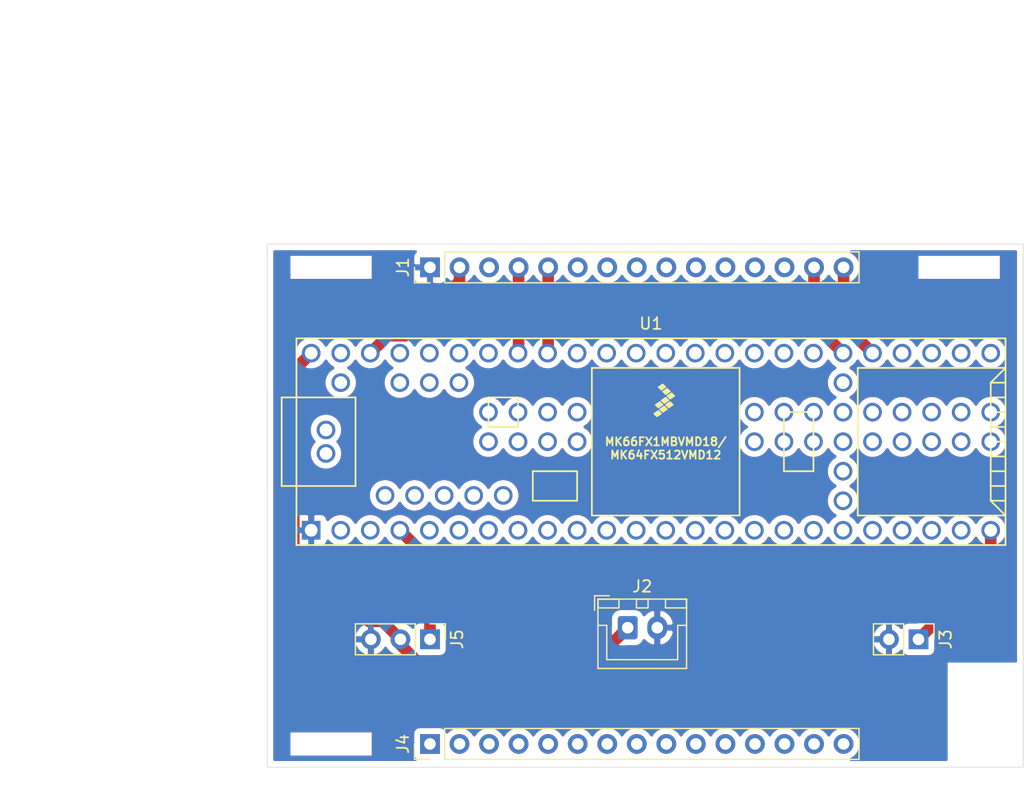
<source format=kicad_pcb>
(kicad_pcb (version 20171130) (host pcbnew "(5.1.12)-1")

  (general
    (thickness 1.6)
    (drawings 9)
    (tracks 25)
    (zones 0)
    (modules 7)
    (nets 113)
  )

  (page A4)
  (layers
    (0 F.Cu signal)
    (31 B.Cu signal)
    (32 B.Adhes user)
    (33 F.Adhes user)
    (34 B.Paste user)
    (35 F.Paste user)
    (36 B.SilkS user)
    (37 F.SilkS user)
    (38 B.Mask user)
    (39 F.Mask user)
    (40 Dwgs.User user)
    (41 Cmts.User user)
    (42 Eco1.User user)
    (43 Eco2.User user)
    (44 Edge.Cuts user)
    (45 Margin user)
    (46 B.CrtYd user)
    (47 F.CrtYd user)
    (48 B.Fab user)
    (49 F.Fab user)
  )

  (setup
    (last_trace_width 1)
    (user_trace_width 1)
    (trace_clearance 0.2)
    (zone_clearance 0.508)
    (zone_45_only no)
    (trace_min 0.2)
    (via_size 0.8)
    (via_drill 0.4)
    (via_min_size 0.4)
    (via_min_drill 0.3)
    (user_via 1 0.5)
    (uvia_size 0.3)
    (uvia_drill 0.1)
    (uvias_allowed no)
    (uvia_min_size 0.2)
    (uvia_min_drill 0.1)
    (edge_width 0.05)
    (segment_width 0.2)
    (pcb_text_width 0.3)
    (pcb_text_size 1.5 1.5)
    (mod_edge_width 0.12)
    (mod_text_size 1 1)
    (mod_text_width 0.15)
    (pad_size 1.524 1.524)
    (pad_drill 0.762)
    (pad_to_mask_clearance 0)
    (aux_axis_origin 107 115)
    (visible_elements FFFFFF7F)
    (pcbplotparams
      (layerselection 0x010fc_ffffffff)
      (usegerberextensions false)
      (usegerberattributes true)
      (usegerberadvancedattributes true)
      (creategerberjobfile true)
      (excludeedgelayer true)
      (linewidth 0.100000)
      (plotframeref false)
      (viasonmask false)
      (mode 1)
      (useauxorigin false)
      (hpglpennumber 1)
      (hpglpenspeed 20)
      (hpglpendiameter 15.000000)
      (psnegative false)
      (psa4output false)
      (plotreference true)
      (plotvalue true)
      (plotinvisibletext false)
      (padsonsilk false)
      (subtractmaskfromsilk false)
      (outputformat 1)
      (mirror false)
      (drillshape 1)
      (scaleselection 1)
      (outputdirectory ""))
  )

  (net 0 "")
  (net 1 /SCL0)
  (net 2 /SDA0)
  (net 3 /SCL1)
  (net 4 /SDA1)
  (net 5 "Net-(J1-Pad7)")
  (net 6 "Net-(J1-Pad8)")
  (net 7 "Net-(J1-Pad9)")
  (net 8 "Net-(J1-Pad10)")
  (net 9 "Net-(J1-Pad11)")
  (net 10 "Net-(J1-Pad12)")
  (net 11 "Net-(J1-Pad13)")
  (net 12 GND)
  (net 13 +6V)
  (net 14 /Enable)
  (net 15 /3V3)
  (net 16 "Net-(J4-Pad13)")
  (net 17 "Net-(J4-Pad12)")
  (net 18 "Net-(J4-Pad11)")
  (net 19 "Net-(J4-Pad10)")
  (net 20 "Net-(J4-Pad9)")
  (net 21 "Net-(J4-Pad8)")
  (net 22 "Net-(J4-Pad7)")
  (net 23 "Net-(J4-Pad6)")
  (net 24 "Net-(J4-Pad5)")
  (net 25 "Net-(J4-Pad4)")
  (net 26 "Net-(J4-Pad3)")
  (net 27 "Net-(J4-Pad2)")
  (net 28 "Net-(J4-Pad1)")
  (net 29 /PWM)
  (net 30 "Net-(U1-Pad17)")
  (net 31 "Net-(U1-Pad18)")
  (net 32 "Net-(U1-Pad19)")
  (net 33 "Net-(U1-Pad20)")
  (net 34 "Net-(U1-Pad16)")
  (net 35 "Net-(U1-Pad15)")
  (net 36 "Net-(U1-Pad14)")
  (net 37 "Net-(U1-Pad21)")
  (net 38 "Net-(U1-Pad22)")
  (net 39 "Net-(U1-Pad23)")
  (net 40 "Net-(U1-Pad25)")
  (net 41 "Net-(U1-Pad26)")
  (net 42 "Net-(U1-Pad27)")
  (net 43 "Net-(U1-Pad28)")
  (net 44 "Net-(U1-Pad29)")
  (net 45 "Net-(U1-Pad30)")
  (net 46 "Net-(U1-Pad31)")
  (net 47 "Net-(U1-Pad32)")
  (net 48 "Net-(U1-Pad33)")
  (net 49 "Net-(U1-Pad36)")
  (net 50 "Net-(U1-Pad37)")
  (net 51 "Net-(U1-Pad13)")
  (net 52 "Net-(U1-Pad12)")
  (net 53 "Net-(U1-Pad11)")
  (net 54 "Net-(U1-Pad10)")
  (net 55 "Net-(U1-Pad9)")
  (net 56 "Net-(U1-Pad8)")
  (net 57 "Net-(U1-Pad7)")
  (net 58 "Net-(U1-Pad6)")
  (net 59 "Net-(U1-Pad5)")
  (net 60 "Net-(U1-Pad3)")
  (net 61 "Net-(U1-Pad2)")
  (net 62 "Net-(U1-Pad38)")
  (net 63 "Net-(U1-Pad39)")
  (net 64 "Net-(U1-Pad40)")
  (net 65 "Net-(U1-Pad41)")
  (net 66 "Net-(U1-Pad42)")
  (net 67 "Net-(U1-Pad43)")
  (net 68 "Net-(U1-Pad44)")
  (net 69 "Net-(U1-Pad47)")
  (net 70 "Net-(U1-Pad48)")
  (net 71 "Net-(U1-Pad49)")
  (net 72 "Net-(U1-Pad50)")
  (net 73 "Net-(U1-Pad52)")
  (net 74 "Net-(U1-Pad54)")
  (net 75 "Net-(U1-Pad55)")
  (net 76 "Net-(U1-Pad56)")
  (net 77 "Net-(U1-Pad57)")
  (net 78 "Net-(U1-Pad58)")
  (net 79 "Net-(U1-Pad59)")
  (net 80 "Net-(U1-Pad60)")
  (net 81 "Net-(U1-Pad61)")
  (net 82 "Net-(U1-Pad62)")
  (net 83 "Net-(U1-Pad79)")
  (net 84 "Net-(U1-Pad78)")
  (net 85 "Net-(U1-Pad77)")
  (net 86 "Net-(U1-Pad76)")
  (net 87 "Net-(U1-Pad73)")
  (net 88 "Net-(U1-Pad72)")
  (net 89 "Net-(U1-Pad71)")
  (net 90 "Net-(U1-Pad70)")
  (net 91 "Net-(U1-Pad75)")
  (net 92 "Net-(U1-Pad74)")
  (net 93 "Net-(U1-Pad80)")
  (net 94 "Net-(U1-Pad69)")
  (net 95 "Net-(U1-Pad81)")
  (net 96 "Net-(U1-Pad68)")
  (net 97 "Net-(U1-Pad82)")
  (net 98 "Net-(U1-Pad67)")
  (net 99 "Net-(U1-Pad64)")
  (net 100 "Net-(U1-Pad63)")
  (net 101 "Net-(U1-Pad65)")
  (net 102 "Net-(U1-Pad66)")
  (net 103 "Net-(U1-Pad83)")
  (net 104 "Net-(U1-Pad84)")
  (net 105 "Net-(U1-Pad85)")
  (net 106 "Net-(U1-Pad86)")
  (net 107 "Net-(U1-Pad88)")
  (net 108 "Net-(U1-Pad87)")
  (net 109 "Net-(J1-Pad3)")
  (net 110 "Net-(J1-Pad6)")
  (net 111 "Net-(J4-Pad15)")
  (net 112 "Net-(J4-Pad14)")

  (net_class Default "This is the default net class."
    (clearance 0.2)
    (trace_width 0.25)
    (via_dia 0.8)
    (via_drill 0.4)
    (uvia_dia 0.3)
    (uvia_drill 0.1)
    (add_net +6V)
    (add_net /3V3)
    (add_net /Enable)
    (add_net /PWM)
    (add_net /SCL0)
    (add_net /SCL1)
    (add_net /SDA0)
    (add_net /SDA1)
    (add_net GND)
    (add_net "Net-(J1-Pad10)")
    (add_net "Net-(J1-Pad11)")
    (add_net "Net-(J1-Pad12)")
    (add_net "Net-(J1-Pad13)")
    (add_net "Net-(J1-Pad3)")
    (add_net "Net-(J1-Pad6)")
    (add_net "Net-(J1-Pad7)")
    (add_net "Net-(J1-Pad8)")
    (add_net "Net-(J1-Pad9)")
    (add_net "Net-(J4-Pad1)")
    (add_net "Net-(J4-Pad10)")
    (add_net "Net-(J4-Pad11)")
    (add_net "Net-(J4-Pad12)")
    (add_net "Net-(J4-Pad13)")
    (add_net "Net-(J4-Pad14)")
    (add_net "Net-(J4-Pad15)")
    (add_net "Net-(J4-Pad2)")
    (add_net "Net-(J4-Pad3)")
    (add_net "Net-(J4-Pad4)")
    (add_net "Net-(J4-Pad5)")
    (add_net "Net-(J4-Pad6)")
    (add_net "Net-(J4-Pad7)")
    (add_net "Net-(J4-Pad8)")
    (add_net "Net-(J4-Pad9)")
    (add_net "Net-(U1-Pad10)")
    (add_net "Net-(U1-Pad11)")
    (add_net "Net-(U1-Pad12)")
    (add_net "Net-(U1-Pad13)")
    (add_net "Net-(U1-Pad14)")
    (add_net "Net-(U1-Pad15)")
    (add_net "Net-(U1-Pad16)")
    (add_net "Net-(U1-Pad17)")
    (add_net "Net-(U1-Pad18)")
    (add_net "Net-(U1-Pad19)")
    (add_net "Net-(U1-Pad2)")
    (add_net "Net-(U1-Pad20)")
    (add_net "Net-(U1-Pad21)")
    (add_net "Net-(U1-Pad22)")
    (add_net "Net-(U1-Pad23)")
    (add_net "Net-(U1-Pad25)")
    (add_net "Net-(U1-Pad26)")
    (add_net "Net-(U1-Pad27)")
    (add_net "Net-(U1-Pad28)")
    (add_net "Net-(U1-Pad29)")
    (add_net "Net-(U1-Pad3)")
    (add_net "Net-(U1-Pad30)")
    (add_net "Net-(U1-Pad31)")
    (add_net "Net-(U1-Pad32)")
    (add_net "Net-(U1-Pad33)")
    (add_net "Net-(U1-Pad36)")
    (add_net "Net-(U1-Pad37)")
    (add_net "Net-(U1-Pad38)")
    (add_net "Net-(U1-Pad39)")
    (add_net "Net-(U1-Pad40)")
    (add_net "Net-(U1-Pad41)")
    (add_net "Net-(U1-Pad42)")
    (add_net "Net-(U1-Pad43)")
    (add_net "Net-(U1-Pad44)")
    (add_net "Net-(U1-Pad47)")
    (add_net "Net-(U1-Pad48)")
    (add_net "Net-(U1-Pad49)")
    (add_net "Net-(U1-Pad5)")
    (add_net "Net-(U1-Pad50)")
    (add_net "Net-(U1-Pad52)")
    (add_net "Net-(U1-Pad54)")
    (add_net "Net-(U1-Pad55)")
    (add_net "Net-(U1-Pad56)")
    (add_net "Net-(U1-Pad57)")
    (add_net "Net-(U1-Pad58)")
    (add_net "Net-(U1-Pad59)")
    (add_net "Net-(U1-Pad6)")
    (add_net "Net-(U1-Pad60)")
    (add_net "Net-(U1-Pad61)")
    (add_net "Net-(U1-Pad62)")
    (add_net "Net-(U1-Pad63)")
    (add_net "Net-(U1-Pad64)")
    (add_net "Net-(U1-Pad65)")
    (add_net "Net-(U1-Pad66)")
    (add_net "Net-(U1-Pad67)")
    (add_net "Net-(U1-Pad68)")
    (add_net "Net-(U1-Pad69)")
    (add_net "Net-(U1-Pad7)")
    (add_net "Net-(U1-Pad70)")
    (add_net "Net-(U1-Pad71)")
    (add_net "Net-(U1-Pad72)")
    (add_net "Net-(U1-Pad73)")
    (add_net "Net-(U1-Pad74)")
    (add_net "Net-(U1-Pad75)")
    (add_net "Net-(U1-Pad76)")
    (add_net "Net-(U1-Pad77)")
    (add_net "Net-(U1-Pad78)")
    (add_net "Net-(U1-Pad79)")
    (add_net "Net-(U1-Pad8)")
    (add_net "Net-(U1-Pad80)")
    (add_net "Net-(U1-Pad81)")
    (add_net "Net-(U1-Pad82)")
    (add_net "Net-(U1-Pad83)")
    (add_net "Net-(U1-Pad84)")
    (add_net "Net-(U1-Pad85)")
    (add_net "Net-(U1-Pad86)")
    (add_net "Net-(U1-Pad87)")
    (add_net "Net-(U1-Pad88)")
    (add_net "Net-(U1-Pad9)")
  )

  (module Jupiter:Logo_B (layer F.Cu) (tedit 5E2341D6) (tstamp 61E157FE)
    (at 168.5 111.5)
    (fp_text reference G*** (at 0 0 180) (layer B.SilkS) hide
      (effects (font (size 1.524 1.524) (thickness 0.3)) (justify mirror))
    )
    (fp_text value LOGO (at -0.75 0 180) (layer B.SilkS) hide
      (effects (font (size 1.524 1.524) (thickness 0.3)) (justify mirror))
    )
    (fp_poly (pts (xy -0.546179 -3.035845) (xy -0.555251 -3.026774) (xy -0.564322 -3.035845) (xy -0.555251 -3.044917)
      (xy -0.546179 -3.035845)) (layer Eco2.User) (width 0.01))
    (fp_poly (pts (xy 0.506106 -2.55885) (xy 0.602785 -2.547979) (xy 0.722124 -2.527466) (xy 0.852536 -2.49965)
      (xy 0.982429 -2.466868) (xy 1.032249 -2.452711) (xy 1.099285 -2.430247) (xy 1.180177 -2.398984)
      (xy 1.269239 -2.361615) (xy 1.360785 -2.320836) (xy 1.449127 -2.279344) (xy 1.52858 -2.239833)
      (xy 1.593458 -2.205) (xy 1.638073 -2.177539) (xy 1.65674 -2.160147) (xy 1.656122 -2.156966)
      (xy 1.630451 -2.148394) (xy 1.573902 -2.138513) (xy 1.491842 -2.127775) (xy 1.389637 -2.116632)
      (xy 1.272652 -2.105538) (xy 1.146253 -2.094945) (xy 1.015805 -2.085305) (xy 0.886675 -2.077071)
      (xy 0.764229 -2.070696) (xy 0.653831 -2.066632) (xy 0.569606 -2.065325) (xy 0.40632 -2.06513)
      (xy 0.415392 -2.31463) (xy 0.424463 -2.564131) (xy 0.506106 -2.55885)) (layer Eco2.User) (width 0.01))
    (fp_poly (pts (xy -0.054009 -2.562693) (xy -0.05376 -2.562548) (xy -0.04803 -2.541823) (xy -0.043249 -2.491794)
      (xy -0.039844 -2.419439) (xy -0.038247 -2.331734) (xy -0.03818 -2.30906) (xy -0.03818 -2.065202)
      (xy -0.115287 -2.067793) (xy -0.165184 -2.070162) (xy -0.240157 -2.074554) (xy -0.329098 -2.080289)
      (xy -0.401037 -2.08526) (xy -0.510168 -2.093981) (xy -0.634274 -2.105431) (xy -0.764832 -2.118676)
      (xy -0.893319 -2.132779) (xy -1.011212 -2.146805) (xy -1.109988 -2.159818) (xy -1.181125 -2.170883)
      (xy -1.18118 -2.170893) (xy -1.262822 -2.185555) (xy -1.095209 -2.270599) (xy -0.925796 -2.35133)
      (xy -0.766479 -2.415128) (xy -0.599887 -2.468766) (xy -0.55405 -2.481662) (xy -0.476756 -2.500856)
      (xy -0.388619 -2.51958) (xy -0.297318 -2.536591) (xy -0.210529 -2.55065) (xy -0.135929 -2.560514)
      (xy -0.081197 -2.564942) (xy -0.054009 -2.562693)) (layer Eco2.User) (width 0.01))
    (fp_poly (pts (xy -1.956721 -1.553171) (xy -1.903523 -1.543669) (xy -1.833275 -1.529688) (xy -1.793184 -1.52124)
      (xy -1.399958 -1.447619) (xy -0.975596 -1.388804) (xy -0.522209 -1.345069) (xy -0.355679 -1.333288)
      (xy -0.029108 -1.312274) (xy -0.034732 -1.194345) (xy -0.041383 -1.096634) (xy -0.052448 -0.980404)
      (xy -0.066895 -0.853163) (xy -0.08369 -0.722419) (xy -0.101799 -0.595682) (xy -0.120191 -0.48046)
      (xy -0.137831 -0.384261) (xy -0.153687 -0.314594) (xy -0.157683 -0.30081) (xy -0.167259 -0.285334)
      (xy -0.188939 -0.276094) (xy -0.230016 -0.271818) (xy -0.297784 -0.271232) (xy -0.325152 -0.271598)
      (xy -0.418493 -0.274456) (xy -0.528295 -0.279825) (xy -0.634906 -0.286699) (xy -0.664108 -0.288968)
      (xy -1.07325 -0.332535) (xy -1.497701 -0.396881) (xy -1.92463 -0.479882) (xy -2.196931 -0.542718)
      (xy -2.326025 -0.575776) (xy -2.419939 -0.602855) (xy -2.47925 -0.624142) (xy -2.504535 -0.639824)
      (xy -2.505608 -0.642933) (xy -2.498016 -0.677701) (xy -2.477448 -0.737022) (xy -2.447217 -0.813024)
      (xy -2.410635 -0.897838) (xy -2.371015 -0.98359) (xy -2.331669 -1.06241) (xy -2.319448 -1.085302)
      (xy -2.267583 -1.175933) (xy -2.210686 -1.267741) (xy -2.152584 -1.355352) (xy -2.097106 -1.433396)
      (xy -2.048081 -1.4965) (xy -2.009335 -1.539292) (xy -1.984696 -1.5564) (xy -1.983684 -1.556495)
      (xy -1.956721 -1.553171)) (layer Eco2.User) (width 0.01))
    (fp_poly (pts (xy 2.388083 -1.52212) (xy 2.429167 -1.484713) (xy 2.479916 -1.423619) (xy 2.537392 -1.34339)
      (xy 2.598656 -1.248576) (xy 2.660768 -1.143727) (xy 2.720788 -1.033394) (xy 2.775778 -0.922128)
      (xy 2.822797 -0.814479) (xy 2.823111 -0.813701) (xy 2.858003 -0.723214) (xy 2.877852 -0.661671)
      (xy 2.883632 -0.625456) (xy 2.877632 -0.611542) (xy 2.848359 -0.601157) (xy 2.789778 -0.584682)
      (xy 2.708071 -0.563587) (xy 2.609418 -0.539341) (xy 2.500002 -0.513413) (xy 2.386004 -0.487274)
      (xy 2.273606 -0.462391) (xy 2.16899 -0.440235) (xy 2.093606 -0.425182) (xy 1.905228 -0.392127)
      (xy 1.693631 -0.360425) (xy 1.469054 -0.331249) (xy 1.24173 -0.30577) (xy 1.021897 -0.285162)
      (xy 0.81979 -0.270595) (xy 0.690232 -0.26448) (xy 0.617532 -0.263663) (xy 0.573083 -0.268096)
      (xy 0.549066 -0.279066) (xy 0.541382 -0.288998) (xy 0.528038 -0.328326) (xy 0.512379 -0.397582)
      (xy 0.495286 -0.490548) (xy 0.477641 -0.601008) (xy 0.460325 -0.722745) (xy 0.44422 -0.849542)
      (xy 0.430208 -0.975182) (xy 0.41917 -1.093448) (xy 0.411987 -1.198123) (xy 0.411719 -1.203417)
      (xy 0.40632 -1.312274) (xy 0.53332 -1.316417) (xy 0.701733 -1.323876) (xy 0.891854 -1.335584)
      (xy 1.090903 -1.350536) (xy 1.286099 -1.367729) (xy 1.464662 -1.386158) (xy 1.549321 -1.396227)
      (xy 1.654421 -1.410299) (xy 1.771865 -1.427397) (xy 1.894869 -1.44639) (xy 2.016653 -1.466148)
      (xy 2.130436 -1.48554) (xy 2.229436 -1.503437) (xy 2.306871 -1.518707) (xy 2.35596 -1.53022)
      (xy 2.359605 -1.53129) (xy 2.388083 -1.52212)) (layer Eco2.User) (width 0.01))
    (fp_poly (pts (xy -2.569853 0.081858) (xy -2.494161 0.102993) (xy -2.397029 0.128267) (xy -2.28548 0.155965)
      (xy -2.166539 0.184377) (xy -2.047229 0.211789) (xy -1.934574 0.236488) (xy -1.843394 0.255236)
      (xy -1.580463 0.303402) (xy -1.315468 0.344446) (xy -1.039352 0.379547) (xy -0.743058 0.409885)
      (xy -0.496287 0.430678) (xy -0.427801 0.436537) (xy -0.375784 0.442029) (xy -0.348662 0.446223)
      (xy -0.346608 0.447192) (xy -0.353564 0.469932) (xy -0.372267 0.518129) (xy -0.399474 0.584192)
      (xy -0.431941 0.660534) (xy -0.466422 0.739567) (xy -0.499674 0.813701) (xy -0.528453 0.87535)
      (xy -0.537982 0.894807) (xy -0.578969 0.976557) (xy -0.610361 1.030803) (xy -0.640137 1.061785)
      (xy -0.676276 1.073746) (xy -0.726757 1.070925) (xy -0.799561 1.057563) (xy -0.832081 1.051125)
      (xy -1.031424 1.019913) (xy -1.233791 1.002774) (xy -1.431184 0.999671) (xy -1.615604 1.01057)
      (xy -1.779053 1.035434) (xy -1.859545 1.055774) (xy -1.953749 1.089922) (xy -2.065536 1.139585)
      (xy -2.183167 1.198907) (xy -2.294902 1.262031) (xy -2.373098 1.311978) (xy -2.449232 1.364201)
      (xy -2.512187 1.168963) (xy -2.562938 0.999795) (xy -2.60053 0.843989) (xy -2.628178 0.685731)
      (xy -2.649099 0.509208) (xy -2.651515 0.48386) (xy -2.660928 0.353028) (xy -2.663297 0.242687)
      (xy -2.658897 0.156151) (xy -2.648 0.096732) (xy -2.63088 0.067744) (xy -2.61708 0.066574)
      (xy -2.569853 0.081858)) (layer Eco2.User) (width 0.01))
    (fp_poly (pts (xy 3.018415 0.055689) (xy 3.026723 0.088194) (xy 3.033922 0.149407) (xy 3.034115 0.151339)
      (xy 3.03916 0.29051) (xy 3.030567 0.453212) (xy 3.009995 0.630617) (xy 2.979102 0.813896)
      (xy 2.939545 0.994222) (xy 2.892984 1.162766) (xy 2.841077 1.310699) (xy 2.798708 1.404619)
      (xy 2.784945 1.429648) (xy 2.770063 1.444472) (xy 2.747104 1.449183) (xy 2.709112 1.443873)
      (xy 2.649129 1.428635) (xy 2.574392 1.407585) (xy 2.407169 1.363917) (xy 2.21229 1.319443)
      (xy 1.9983 1.275781) (xy 1.773749 1.234552) (xy 1.547182 1.197375) (xy 1.327148 1.165868)
      (xy 1.240892 1.154976) (xy 1.139938 1.142422) (xy 1.067987 1.130543) (xy 1.018061 1.115325)
      (xy 0.983181 1.092755) (xy 0.95637 1.058817) (xy 0.930649 1.009499) (xy 0.910003 0.964655)
      (xy 0.886918 0.910083) (xy 0.859181 0.838373) (xy 0.829216 0.756602) (xy 0.799448 0.671852)
      (xy 0.772301 0.591202) (xy 0.750202 0.521731) (xy 0.735574 0.470519) (xy 0.730843 0.444646)
      (xy 0.731351 0.443077) (xy 0.750914 0.439216) (xy 0.800567 0.433056) (xy 0.874234 0.425248)
      (xy 0.965842 0.416445) (xy 1.044148 0.409455) (xy 1.630783 0.341009) (xy 2.21651 0.237557)
      (xy 2.795951 0.100102) (xy 2.984491 0.047561) (xy 3.005503 0.044582) (xy 3.018415 0.055689)) (layer Eco2.User) (width 0.01))
    (fp_poly (pts (xy -1.27 1.27) (xy -1.17214 1.284871) (xy -1.09179 1.309113) (xy -1.03597 1.341836)
      (xy -1.017687 1.364185) (xy -1.000924 1.428377) (xy -1.01683 1.491366) (xy -1.0618 1.551037)
      (xy -1.132228 1.605272) (xy -1.224511 1.651956) (xy -1.335041 1.688972) (xy -1.460215 1.714205)
      (xy -1.596426 1.725539) (xy -1.634027 1.725945) (xy -1.734569 1.721413) (xy -1.814226 1.709573)
      (xy -1.851925 1.697926) (xy -1.92936 1.652904) (xy -1.971843 1.600651) (xy -1.979043 1.542027)
      (xy -1.950629 1.477895) (xy -1.941336 1.465361) (xy -1.893198 1.421939) (xy -1.819641 1.376595)
      (xy -1.730827 1.33451) (xy -1.63692 1.300868) (xy -1.598465 1.290517) (xy -1.490181 1.271933)
      (xy -1.378353 1.265391) (xy -1.27 1.27)) (layer Eco2.User) (width 0.01))
    (fp_poly (pts (xy 0.180493 -5.278739) (xy 0.207336 -5.235505) (xy 0.240491 -5.171586) (xy 0.276783 -5.093645)
      (xy 0.313033 -5.008339) (xy 0.346065 -4.92233) (xy 0.360368 -4.881182) (xy 0.40161 -4.748214)
      (xy 0.431697 -4.626401) (xy 0.451819 -4.506347) (xy 0.463165 -4.378659) (xy 0.466924 -4.233943)
      (xy 0.464287 -4.062803) (xy 0.464232 -4.060917) (xy 0.458628 -3.922733) (xy 0.450527 -3.797491)
      (xy 0.440522 -3.692375) (xy 0.429205 -3.614569) (xy 0.42626 -3.600312) (xy 0.398099 -3.47535)
      (xy 0.486772 -3.363914) (xy 0.577665 -3.258803) (xy 0.678376 -3.1574) (xy 0.77679 -3.071648)
      (xy 0.805463 -3.049724) (xy 0.859892 -3.00978) (xy 0.610428 -3.009206) (xy 0.508701 -3.008382)
      (xy 0.438082 -3.006085) (xy 0.393404 -3.001748) (xy 0.369502 -2.994806) (xy 0.361207 -2.984696)
      (xy 0.360963 -2.981935) (xy 0.359965 -2.95747) (xy 0.357144 -2.901657) (xy 0.352766 -2.819375)
      (xy 0.347093 -2.7155) (xy 0.340391 -2.59491) (xy 0.332922 -2.462484) (xy 0.331768 -2.442185)
      (xy 0.312103 -1.963763) (xy 0.309533 -1.511213) (xy 0.324446 -1.078194) (xy 0.357233 -0.658364)
      (xy 0.408283 -0.245385) (xy 0.477987 0.167087) (xy 0.498697 0.272475) (xy 0.569177 0.58403)
      (xy 0.648155 0.861379) (xy 0.736288 1.105742) (xy 0.834232 1.318341) (xy 0.942643 1.500397)
      (xy 1.062177 1.653132) (xy 1.193491 1.777768) (xy 1.33724 1.875525) (xy 1.369206 1.892825)
      (xy 1.514725 1.960234) (xy 1.663162 2.011441) (xy 1.8231 2.048538) (xy 2.003123 2.073618)
      (xy 2.161977 2.086125) (xy 2.375491 2.098583) (xy 2.225477 2.250686) (xy 1.983336 2.472023)
      (xy 1.725638 2.660607) (xy 1.451854 2.81671) (xy 1.161454 2.940606) (xy 0.853909 3.03257)
      (xy 0.624035 3.078764) (xy 0.547683 3.087685) (xy 0.44515 3.094762) (xy 0.32605 3.09982)
      (xy 0.200001 3.102684) (xy 0.076618 3.103177) (xy -0.034484 3.101124) (xy -0.123687 3.096349)
      (xy -0.156108 3.093013) (xy -0.455621 3.037917) (xy -0.748657 2.952272) (xy -1.025901 2.838898)
      (xy -1.076384 2.814274) (xy -1.227943 2.734781) (xy -1.359574 2.656978) (xy -1.480032 2.5745)
      (xy -1.598069 2.480985) (xy -1.722439 2.37007) (xy -1.831645 2.265254) (xy -2.001325 2.098583)
      (xy -1.904217 2.094078) (xy -1.785579 2.086345) (xy -1.658106 2.074295) (xy -1.532815 2.059261)
      (xy -1.420728 2.042581) (xy -1.332865 2.02559) (xy -1.326322 2.024043) (xy -1.256449 2.002984)
      (xy -1.168946 1.97065) (xy -1.07834 1.932582) (xy -1.039521 1.914625) (xy -0.896834 1.833332)
      (xy -0.76629 1.731221) (xy -0.647087 1.606653) (xy -0.538426 1.457985) (xy -0.439505 1.283578)
      (xy -0.349524 1.08179) (xy -0.26768 0.850981) (xy -0.193175 0.589509) (xy -0.125206 0.295734)
      (xy -0.062973 -0.031986) (xy -0.048972 -0.114845) (xy 0.00966 -0.547153) (xy 0.047509 -1.009062)
      (xy 0.064569 -1.500425) (xy 0.060837 -2.021098) (xy 0.036308 -2.570934) (xy 0.028443 -2.691131)
      (xy 0.007178 -2.99956) (xy -0.253376 -3.004606) (xy -0.513929 -3.009652) (xy -0.443876 -3.060595)
      (xy -0.386105 -3.107859) (xy -0.315847 -3.172966) (xy -0.242122 -3.24674) (xy -0.17395 -3.320006)
      (xy -0.120349 -3.383589) (xy -0.102583 -3.407774) (xy -0.079863 -3.443596) (xy -0.069285 -3.473497)
      (xy -0.069631 -3.509903) (xy -0.079682 -3.565242) (xy -0.084798 -3.589202) (xy -0.097369 -3.66191)
      (xy -0.109145 -3.754883) (xy -0.115295 -3.820875) (xy 0.206539 -3.820875) (xy 0.209848 -3.809041)
      (xy 0.218849 -3.810502) (xy 0.23541 -3.830189) (xy 0.258399 -3.875965) (xy 0.283676 -3.939206)
      (xy 0.291924 -3.962764) (xy 0.346111 -4.171862) (xy 0.369318 -4.38888) (xy 0.361507 -4.61672)
      (xy 0.322637 -4.858286) (xy 0.277218 -5.036107) (xy 0.258145 -5.096822) (xy 0.246564 -5.124114)
      (xy 0.242783 -5.120128) (xy 0.247111 -5.087009) (xy 0.259857 -5.0269) (xy 0.269948 -4.985549)
      (xy 0.309216 -4.791148) (xy 0.330726 -4.593604) (xy 0.334757 -4.39953) (xy 0.321586 -4.215541)
      (xy 0.291488 -4.04825) (xy 0.244741 -3.904271) (xy 0.222709 -3.857124) (xy 0.206539 -3.820875)
      (xy -0.115295 -3.820875) (xy -0.118207 -3.852116) (xy -0.12064 -3.88856) (xy -0.125796 -3.973458)
      (xy -0.131002 -4.051262) (xy -0.135469 -4.110488) (xy -0.137289 -4.130638) (xy -0.139494 -4.219075)
      (xy -0.132203 -4.332377) (xy -0.116927 -4.460831) (xy -0.095177 -4.594726) (xy -0.068461 -4.724348)
      (xy -0.038289 -4.839987) (xy -0.016983 -4.904559) (xy 0.012301 -4.97981) (xy 0.045874 -5.060049)
      (xy 0.080494 -5.138256) (xy 0.112919 -5.207412) (xy 0.139907 -5.260496) (xy 0.158218 -5.290488)
      (xy 0.163139 -5.294631) (xy 0.180493 -5.278739)) (layer Eco2.User) (width 0.01))
  )

  (module Connector_PinHeader_2.54mm:PinHeader_1x15_P2.54mm_Vertical (layer F.Cu) (tedit 59FED5CC) (tstamp 61E13651)
    (at 121 72 90)
    (descr "Through hole straight pin header, 1x15, 2.54mm pitch, single row")
    (tags "Through hole pin header THT 1x15 2.54mm single row")
    (path /61DFADB4)
    (fp_text reference J1 (at 0 -2.33 90) (layer F.SilkS)
      (effects (font (size 1 1) (thickness 0.15)))
    )
    (fp_text value Conn_01x15 (at 0 37.89 90) (layer F.Fab)
      (effects (font (size 1 1) (thickness 0.15)))
    )
    (fp_line (start 1.8 -1.8) (end -1.8 -1.8) (layer F.CrtYd) (width 0.05))
    (fp_line (start 1.8 37.35) (end 1.8 -1.8) (layer F.CrtYd) (width 0.05))
    (fp_line (start -1.8 37.35) (end 1.8 37.35) (layer F.CrtYd) (width 0.05))
    (fp_line (start -1.8 -1.8) (end -1.8 37.35) (layer F.CrtYd) (width 0.05))
    (fp_line (start -1.33 -1.33) (end 0 -1.33) (layer F.SilkS) (width 0.12))
    (fp_line (start -1.33 0) (end -1.33 -1.33) (layer F.SilkS) (width 0.12))
    (fp_line (start -1.33 1.27) (end 1.33 1.27) (layer F.SilkS) (width 0.12))
    (fp_line (start 1.33 1.27) (end 1.33 36.89) (layer F.SilkS) (width 0.12))
    (fp_line (start -1.33 1.27) (end -1.33 36.89) (layer F.SilkS) (width 0.12))
    (fp_line (start -1.33 36.89) (end 1.33 36.89) (layer F.SilkS) (width 0.12))
    (fp_line (start -1.27 -0.635) (end -0.635 -1.27) (layer F.Fab) (width 0.1))
    (fp_line (start -1.27 36.83) (end -1.27 -0.635) (layer F.Fab) (width 0.1))
    (fp_line (start 1.27 36.83) (end -1.27 36.83) (layer F.Fab) (width 0.1))
    (fp_line (start 1.27 -1.27) (end 1.27 36.83) (layer F.Fab) (width 0.1))
    (fp_line (start -0.635 -1.27) (end 1.27 -1.27) (layer F.Fab) (width 0.1))
    (fp_text user %R (at 0 17.78) (layer F.Fab)
      (effects (font (size 1 1) (thickness 0.15)))
    )
    (pad 1 thru_hole rect (at 0 0 90) (size 1.7 1.7) (drill 1) (layers *.Cu *.Mask)
      (net 12 GND))
    (pad 2 thru_hole oval (at 0 2.54 90) (size 1.7 1.7) (drill 1) (layers *.Cu *.Mask)
      (net 15 /3V3))
    (pad 3 thru_hole oval (at 0 5.08 90) (size 1.7 1.7) (drill 1) (layers *.Cu *.Mask)
      (net 109 "Net-(J1-Pad3)"))
    (pad 4 thru_hole oval (at 0 7.62 90) (size 1.7 1.7) (drill 1) (layers *.Cu *.Mask)
      (net 1 /SCL0))
    (pad 5 thru_hole oval (at 0 10.16 90) (size 1.7 1.7) (drill 1) (layers *.Cu *.Mask)
      (net 2 /SDA0))
    (pad 6 thru_hole oval (at 0 12.7 90) (size 1.7 1.7) (drill 1) (layers *.Cu *.Mask)
      (net 110 "Net-(J1-Pad6)"))
    (pad 7 thru_hole oval (at 0 15.24 90) (size 1.7 1.7) (drill 1) (layers *.Cu *.Mask)
      (net 5 "Net-(J1-Pad7)"))
    (pad 8 thru_hole oval (at 0 17.78 90) (size 1.7 1.7) (drill 1) (layers *.Cu *.Mask)
      (net 6 "Net-(J1-Pad8)"))
    (pad 9 thru_hole oval (at 0 20.32 90) (size 1.7 1.7) (drill 1) (layers *.Cu *.Mask)
      (net 7 "Net-(J1-Pad9)"))
    (pad 10 thru_hole oval (at 0 22.86 90) (size 1.7 1.7) (drill 1) (layers *.Cu *.Mask)
      (net 8 "Net-(J1-Pad10)"))
    (pad 11 thru_hole oval (at 0 25.4 90) (size 1.7 1.7) (drill 1) (layers *.Cu *.Mask)
      (net 9 "Net-(J1-Pad11)"))
    (pad 12 thru_hole oval (at 0 27.94 90) (size 1.7 1.7) (drill 1) (layers *.Cu *.Mask)
      (net 10 "Net-(J1-Pad12)"))
    (pad 13 thru_hole oval (at 0 30.48 90) (size 1.7 1.7) (drill 1) (layers *.Cu *.Mask)
      (net 11 "Net-(J1-Pad13)"))
    (pad 14 thru_hole oval (at 0 33.02 90) (size 1.7 1.7) (drill 1) (layers *.Cu *.Mask)
      (net 4 /SDA1))
    (pad 15 thru_hole oval (at 0 35.56 90) (size 1.7 1.7) (drill 1) (layers *.Cu *.Mask)
      (net 3 /SCL1))
    (model ${KISYS3DMOD}/Connector_PinHeader_2.54mm.3dshapes/PinHeader_1x15_P2.54mm_Vertical.wrl
      (at (xyz 0 0 0))
      (scale (xyz 1 1 1))
      (rotate (xyz 0 0 0))
    )
  )

  (module Jupiter:JS-1001-02 (layer F.Cu) (tedit 5E2B7E45) (tstamp 61E1367A)
    (at 138 103)
    (descr "JST XH series connector, B2B-XH-A (http://www.jst-mfg.com/product/pdf/eng/eXH.pdf), generated with kicad-footprint-generator")
    (tags "connector JST XH vertical")
    (path /61E06A34)
    (fp_text reference J2 (at 1.25 -3.55) (layer F.SilkS)
      (effects (font (size 1 1) (thickness 0.15)))
    )
    (fp_text value Conn_01x02_Male (at 1.25 4.6) (layer F.Fab)
      (effects (font (size 1 1) (thickness 0.15)))
    )
    (fp_line (start -2.45 -2.35) (end -2.45 3.4) (layer F.Fab) (width 0.1))
    (fp_line (start -2.45 3.4) (end 4.95 3.4) (layer F.Fab) (width 0.1))
    (fp_line (start 4.95 3.4) (end 4.95 -2.35) (layer F.Fab) (width 0.1))
    (fp_line (start 4.95 -2.35) (end -2.45 -2.35) (layer F.Fab) (width 0.1))
    (fp_line (start -2.56 -2.46) (end -2.56 3.51) (layer F.SilkS) (width 0.12))
    (fp_line (start -2.56 3.51) (end 5.06 3.51) (layer F.SilkS) (width 0.12))
    (fp_line (start 5.06 3.51) (end 5.06 -2.46) (layer F.SilkS) (width 0.12))
    (fp_line (start 5.06 -2.46) (end -2.56 -2.46) (layer F.SilkS) (width 0.12))
    (fp_line (start -2.95 -2.85) (end -2.95 3.9) (layer F.CrtYd) (width 0.05))
    (fp_line (start -2.95 3.9) (end 5.45 3.9) (layer F.CrtYd) (width 0.05))
    (fp_line (start 5.45 3.9) (end 5.45 -2.85) (layer F.CrtYd) (width 0.05))
    (fp_line (start 5.45 -2.85) (end -2.95 -2.85) (layer F.CrtYd) (width 0.05))
    (fp_line (start -0.625 -2.35) (end 0 -1.35) (layer F.Fab) (width 0.1))
    (fp_line (start 0 -1.35) (end 0.625 -2.35) (layer F.Fab) (width 0.1))
    (fp_line (start 0.75 -2.45) (end 0.75 -1.7) (layer F.SilkS) (width 0.12))
    (fp_line (start 0.75 -1.7) (end 1.75 -1.7) (layer F.SilkS) (width 0.12))
    (fp_line (start 1.75 -1.7) (end 1.75 -2.45) (layer F.SilkS) (width 0.12))
    (fp_line (start 1.75 -2.45) (end 0.75 -2.45) (layer F.SilkS) (width 0.12))
    (fp_line (start -2.55 -2.45) (end -2.55 -1.7) (layer F.SilkS) (width 0.12))
    (fp_line (start -2.55 -1.7) (end -0.75 -1.7) (layer F.SilkS) (width 0.12))
    (fp_line (start -0.75 -1.7) (end -0.75 -2.45) (layer F.SilkS) (width 0.12))
    (fp_line (start -0.75 -2.45) (end -2.55 -2.45) (layer F.SilkS) (width 0.12))
    (fp_line (start 3.25 -2.45) (end 3.25 -1.7) (layer F.SilkS) (width 0.12))
    (fp_line (start 3.25 -1.7) (end 5.05 -1.7) (layer F.SilkS) (width 0.12))
    (fp_line (start 5.05 -1.7) (end 5.05 -2.45) (layer F.SilkS) (width 0.12))
    (fp_line (start 5.05 -2.45) (end 3.25 -2.45) (layer F.SilkS) (width 0.12))
    (fp_line (start -2.55 -0.2) (end -1.8 -0.2) (layer F.SilkS) (width 0.12))
    (fp_line (start -1.8 -0.2) (end -1.8 2.75) (layer F.SilkS) (width 0.12))
    (fp_line (start -1.8 2.75) (end 1.25 2.75) (layer F.SilkS) (width 0.12))
    (fp_line (start 5.05 -0.2) (end 4.3 -0.2) (layer F.SilkS) (width 0.12))
    (fp_line (start 4.3 -0.2) (end 4.3 2.75) (layer F.SilkS) (width 0.12))
    (fp_line (start 4.3 2.75) (end 1.25 2.75) (layer F.SilkS) (width 0.12))
    (fp_line (start -1.6 -2.75) (end -2.85 -2.75) (layer F.SilkS) (width 0.12))
    (fp_line (start -2.85 -2.75) (end -2.85 -1.5) (layer F.SilkS) (width 0.12))
    (fp_text user %R (at 1.25 2.7) (layer F.Fab)
      (effects (font (size 1 1) (thickness 0.15)))
    )
    (pad 2 thru_hole oval (at 2.54 0) (size 1.7 2) (drill 1) (layers *.Cu *.Mask)
      (net 12 GND))
    (pad 1 thru_hole roundrect (at 0 0) (size 1.7 2) (drill 1) (layers *.Cu *.Mask) (roundrect_rratio 0.147059)
      (net 13 +6V))
    (model ${KISYS3DMOD}/Connector_JST.3dshapes/JST_XH_B2B-XH-A_1x02_P2.50mm_Vertical.wrl
      (at (xyz 0 0 0))
      (scale (xyz 1 1 1))
      (rotate (xyz 0 0 0))
    )
  )

  (module Connector_PinHeader_2.54mm:PinHeader_1x02_P2.54mm_Vertical (layer F.Cu) (tedit 59FED5CC) (tstamp 61E13690)
    (at 163 104 270)
    (descr "Through hole straight pin header, 1x02, 2.54mm pitch, single row")
    (tags "Through hole pin header THT 1x02 2.54mm single row")
    (path /61E06A2E)
    (fp_text reference J3 (at 0 -2.33 90) (layer F.SilkS)
      (effects (font (size 1 1) (thickness 0.15)))
    )
    (fp_text value Conn_01x02_Male (at 0 4.87 90) (layer F.Fab)
      (effects (font (size 1 1) (thickness 0.15)))
    )
    (fp_line (start 1.8 -1.8) (end -1.8 -1.8) (layer F.CrtYd) (width 0.05))
    (fp_line (start 1.8 4.35) (end 1.8 -1.8) (layer F.CrtYd) (width 0.05))
    (fp_line (start -1.8 4.35) (end 1.8 4.35) (layer F.CrtYd) (width 0.05))
    (fp_line (start -1.8 -1.8) (end -1.8 4.35) (layer F.CrtYd) (width 0.05))
    (fp_line (start -1.33 -1.33) (end 0 -1.33) (layer F.SilkS) (width 0.12))
    (fp_line (start -1.33 0) (end -1.33 -1.33) (layer F.SilkS) (width 0.12))
    (fp_line (start -1.33 1.27) (end 1.33 1.27) (layer F.SilkS) (width 0.12))
    (fp_line (start 1.33 1.27) (end 1.33 3.87) (layer F.SilkS) (width 0.12))
    (fp_line (start -1.33 1.27) (end -1.33 3.87) (layer F.SilkS) (width 0.12))
    (fp_line (start -1.33 3.87) (end 1.33 3.87) (layer F.SilkS) (width 0.12))
    (fp_line (start -1.27 -0.635) (end -0.635 -1.27) (layer F.Fab) (width 0.1))
    (fp_line (start -1.27 3.81) (end -1.27 -0.635) (layer F.Fab) (width 0.1))
    (fp_line (start 1.27 3.81) (end -1.27 3.81) (layer F.Fab) (width 0.1))
    (fp_line (start 1.27 -1.27) (end 1.27 3.81) (layer F.Fab) (width 0.1))
    (fp_line (start -0.635 -1.27) (end 1.27 -1.27) (layer F.Fab) (width 0.1))
    (fp_text user %R (at 0 1.27) (layer F.Fab)
      (effects (font (size 1 1) (thickness 0.15)))
    )
    (pad 1 thru_hole rect (at 0 0 270) (size 1.7 1.7) (drill 1) (layers *.Cu *.Mask)
      (net 14 /Enable))
    (pad 2 thru_hole oval (at 0 2.54 270) (size 1.7 1.7) (drill 1) (layers *.Cu *.Mask)
      (net 12 GND))
    (model ${KISYS3DMOD}/Connector_PinHeader_2.54mm.3dshapes/PinHeader_1x02_P2.54mm_Vertical.wrl
      (at (xyz 0 0 0))
      (scale (xyz 1 1 1))
      (rotate (xyz 0 0 0))
    )
  )

  (module Connector_PinHeader_2.54mm:PinHeader_1x15_P2.54mm_Vertical (layer F.Cu) (tedit 59FED5CC) (tstamp 61E136B3)
    (at 121 113 90)
    (descr "Through hole straight pin header, 1x15, 2.54mm pitch, single row")
    (tags "Through hole pin header THT 1x15 2.54mm single row")
    (path /61DFE3DE)
    (fp_text reference J4 (at 0 -2.33 90) (layer F.SilkS)
      (effects (font (size 1 1) (thickness 0.15)))
    )
    (fp_text value Conn_01x15 (at 0 37.89 90) (layer F.Fab)
      (effects (font (size 1 1) (thickness 0.15)))
    )
    (fp_text user %R (at 0 17.78) (layer F.Fab)
      (effects (font (size 1 1) (thickness 0.15)))
    )
    (fp_line (start -0.635 -1.27) (end 1.27 -1.27) (layer F.Fab) (width 0.1))
    (fp_line (start 1.27 -1.27) (end 1.27 36.83) (layer F.Fab) (width 0.1))
    (fp_line (start 1.27 36.83) (end -1.27 36.83) (layer F.Fab) (width 0.1))
    (fp_line (start -1.27 36.83) (end -1.27 -0.635) (layer F.Fab) (width 0.1))
    (fp_line (start -1.27 -0.635) (end -0.635 -1.27) (layer F.Fab) (width 0.1))
    (fp_line (start -1.33 36.89) (end 1.33 36.89) (layer F.SilkS) (width 0.12))
    (fp_line (start -1.33 1.27) (end -1.33 36.89) (layer F.SilkS) (width 0.12))
    (fp_line (start 1.33 1.27) (end 1.33 36.89) (layer F.SilkS) (width 0.12))
    (fp_line (start -1.33 1.27) (end 1.33 1.27) (layer F.SilkS) (width 0.12))
    (fp_line (start -1.33 0) (end -1.33 -1.33) (layer F.SilkS) (width 0.12))
    (fp_line (start -1.33 -1.33) (end 0 -1.33) (layer F.SilkS) (width 0.12))
    (fp_line (start -1.8 -1.8) (end -1.8 37.35) (layer F.CrtYd) (width 0.05))
    (fp_line (start -1.8 37.35) (end 1.8 37.35) (layer F.CrtYd) (width 0.05))
    (fp_line (start 1.8 37.35) (end 1.8 -1.8) (layer F.CrtYd) (width 0.05))
    (fp_line (start 1.8 -1.8) (end -1.8 -1.8) (layer F.CrtYd) (width 0.05))
    (pad 15 thru_hole oval (at 0 35.56 90) (size 1.7 1.7) (drill 1) (layers *.Cu *.Mask)
      (net 111 "Net-(J4-Pad15)"))
    (pad 14 thru_hole oval (at 0 33.02 90) (size 1.7 1.7) (drill 1) (layers *.Cu *.Mask)
      (net 112 "Net-(J4-Pad14)"))
    (pad 13 thru_hole oval (at 0 30.48 90) (size 1.7 1.7) (drill 1) (layers *.Cu *.Mask)
      (net 16 "Net-(J4-Pad13)"))
    (pad 12 thru_hole oval (at 0 27.94 90) (size 1.7 1.7) (drill 1) (layers *.Cu *.Mask)
      (net 17 "Net-(J4-Pad12)"))
    (pad 11 thru_hole oval (at 0 25.4 90) (size 1.7 1.7) (drill 1) (layers *.Cu *.Mask)
      (net 18 "Net-(J4-Pad11)"))
    (pad 10 thru_hole oval (at 0 22.86 90) (size 1.7 1.7) (drill 1) (layers *.Cu *.Mask)
      (net 19 "Net-(J4-Pad10)"))
    (pad 9 thru_hole oval (at 0 20.32 90) (size 1.7 1.7) (drill 1) (layers *.Cu *.Mask)
      (net 20 "Net-(J4-Pad9)"))
    (pad 8 thru_hole oval (at 0 17.78 90) (size 1.7 1.7) (drill 1) (layers *.Cu *.Mask)
      (net 21 "Net-(J4-Pad8)"))
    (pad 7 thru_hole oval (at 0 15.24 90) (size 1.7 1.7) (drill 1) (layers *.Cu *.Mask)
      (net 22 "Net-(J4-Pad7)"))
    (pad 6 thru_hole oval (at 0 12.7 90) (size 1.7 1.7) (drill 1) (layers *.Cu *.Mask)
      (net 23 "Net-(J4-Pad6)"))
    (pad 5 thru_hole oval (at 0 10.16 90) (size 1.7 1.7) (drill 1) (layers *.Cu *.Mask)
      (net 24 "Net-(J4-Pad5)"))
    (pad 4 thru_hole oval (at 0 7.62 90) (size 1.7 1.7) (drill 1) (layers *.Cu *.Mask)
      (net 25 "Net-(J4-Pad4)"))
    (pad 3 thru_hole oval (at 0 5.08 90) (size 1.7 1.7) (drill 1) (layers *.Cu *.Mask)
      (net 26 "Net-(J4-Pad3)"))
    (pad 2 thru_hole oval (at 0 2.54 90) (size 1.7 1.7) (drill 1) (layers *.Cu *.Mask)
      (net 27 "Net-(J4-Pad2)"))
    (pad 1 thru_hole rect (at 0 0 90) (size 1.7 1.7) (drill 1) (layers *.Cu *.Mask)
      (net 28 "Net-(J4-Pad1)"))
    (model ${KISYS3DMOD}/Connector_PinHeader_2.54mm.3dshapes/PinHeader_1x15_P2.54mm_Vertical.wrl
      (at (xyz 0 0 0))
      (scale (xyz 1 1 1))
      (rotate (xyz 0 0 0))
    )
  )

  (module Connector_PinHeader_2.54mm:PinHeader_1x03_P2.54mm_Vertical (layer F.Cu) (tedit 59FED5CC) (tstamp 61E136CA)
    (at 121 104 270)
    (descr "Through hole straight pin header, 1x03, 2.54mm pitch, single row")
    (tags "Through hole pin header THT 1x03 2.54mm single row")
    (path /61E1CF23)
    (fp_text reference J5 (at 0 -2.33 90) (layer F.SilkS)
      (effects (font (size 1 1) (thickness 0.15)))
    )
    (fp_text value Conn_01x03_Male (at 0 7.41 90) (layer F.Fab)
      (effects (font (size 1 1) (thickness 0.15)))
    )
    (fp_line (start 1.8 -1.8) (end -1.8 -1.8) (layer F.CrtYd) (width 0.05))
    (fp_line (start 1.8 6.85) (end 1.8 -1.8) (layer F.CrtYd) (width 0.05))
    (fp_line (start -1.8 6.85) (end 1.8 6.85) (layer F.CrtYd) (width 0.05))
    (fp_line (start -1.8 -1.8) (end -1.8 6.85) (layer F.CrtYd) (width 0.05))
    (fp_line (start -1.33 -1.33) (end 0 -1.33) (layer F.SilkS) (width 0.12))
    (fp_line (start -1.33 0) (end -1.33 -1.33) (layer F.SilkS) (width 0.12))
    (fp_line (start -1.33 1.27) (end 1.33 1.27) (layer F.SilkS) (width 0.12))
    (fp_line (start 1.33 1.27) (end 1.33 6.41) (layer F.SilkS) (width 0.12))
    (fp_line (start -1.33 1.27) (end -1.33 6.41) (layer F.SilkS) (width 0.12))
    (fp_line (start -1.33 6.41) (end 1.33 6.41) (layer F.SilkS) (width 0.12))
    (fp_line (start -1.27 -0.635) (end -0.635 -1.27) (layer F.Fab) (width 0.1))
    (fp_line (start -1.27 6.35) (end -1.27 -0.635) (layer F.Fab) (width 0.1))
    (fp_line (start 1.27 6.35) (end -1.27 6.35) (layer F.Fab) (width 0.1))
    (fp_line (start 1.27 -1.27) (end 1.27 6.35) (layer F.Fab) (width 0.1))
    (fp_line (start -0.635 -1.27) (end 1.27 -1.27) (layer F.Fab) (width 0.1))
    (fp_text user %R (at 0 2.54) (layer F.Fab)
      (effects (font (size 1 1) (thickness 0.15)))
    )
    (pad 1 thru_hole rect (at 0 0 270) (size 1.7 1.7) (drill 1) (layers *.Cu *.Mask)
      (net 29 /PWM))
    (pad 2 thru_hole oval (at 0 2.54 270) (size 1.7 1.7) (drill 1) (layers *.Cu *.Mask)
      (net 13 +6V))
    (pad 3 thru_hole oval (at 0 5.08 270) (size 1.7 1.7) (drill 1) (layers *.Cu *.Mask)
      (net 12 GND))
    (model ${KISYS3DMOD}/Connector_PinHeader_2.54mm.3dshapes/PinHeader_1x03_P2.54mm_Vertical.wrl
      (at (xyz 0 0 0))
      (scale (xyz 1 1 1))
      (rotate (xyz 0 0 0))
    )
  )

  (module teensy:Teensy35_36_All_Pins (layer F.Cu) (tedit 6026F021) (tstamp 61E13759)
    (at 140 87)
    (path /61E06AC7)
    (fp_text reference U1 (at 0 -10.16) (layer F.SilkS)
      (effects (font (size 1 1) (thickness 0.15)))
    )
    (fp_text value Teensy3.6_All_Pins (at 0 10.16) (layer F.Fab)
      (effects (font (size 1 1) (thickness 0.15)))
    )
    (fp_line (start -13.97 -3.81) (end -13.97 -1.27) (layer F.SilkS) (width 0.15))
    (fp_line (start -13.97 -1.27) (end -11.43 -1.27) (layer F.SilkS) (width 0.15))
    (fp_line (start -11.43 -1.27) (end -11.43 -3.81) (layer F.SilkS) (width 0.15))
    (fp_line (start -11.43 -3.81) (end -13.97 -3.81) (layer F.SilkS) (width 0.15))
    (fp_line (start -6.35 5.08) (end -10.16 5.08) (layer F.SilkS) (width 0.15))
    (fp_line (start -10.16 5.08) (end -10.16 2.54) (layer F.SilkS) (width 0.15))
    (fp_line (start -10.16 2.54) (end -6.35 2.54) (layer F.SilkS) (width 0.15))
    (fp_line (start -6.35 2.54) (end -6.35 5.08) (layer F.SilkS) (width 0.15))
    (fp_line (start 7.62 6.35) (end 7.62 -6.35) (layer F.SilkS) (width 0.15))
    (fp_line (start -5.08 -6.35) (end -5.08 6.35) (layer F.SilkS) (width 0.15))
    (fp_line (start -5.08 6.35) (end 7.62 6.35) (layer F.SilkS) (width 0.15))
    (fp_line (start -5.08 -6.35) (end 7.62 -6.35) (layer F.SilkS) (width 0.15))
    (fp_line (start 29.21 5.08) (end 30.48 5.08) (layer F.SilkS) (width 0.15))
    (fp_line (start 29.21 3.81) (end 30.48 3.81) (layer F.SilkS) (width 0.15))
    (fp_line (start 29.21 2.54) (end 30.48 2.54) (layer F.SilkS) (width 0.15))
    (fp_line (start 29.21 1.27) (end 30.48 1.27) (layer F.SilkS) (width 0.15))
    (fp_line (start 29.21 0) (end 30.48 0) (layer F.SilkS) (width 0.15))
    (fp_line (start 29.21 -1.27) (end 30.48 -1.27) (layer F.SilkS) (width 0.15))
    (fp_line (start 29.21 -2.54) (end 30.48 -2.54) (layer F.SilkS) (width 0.15))
    (fp_line (start 29.21 -3.81) (end 30.48 -3.81) (layer F.SilkS) (width 0.15))
    (fp_line (start 29.21 -5.08) (end 30.48 -5.08) (layer F.SilkS) (width 0.15))
    (fp_line (start 30.48 6.35) (end 29.21 5.08) (layer F.SilkS) (width 0.15))
    (fp_line (start 29.21 5.08) (end 29.21 -5.08) (layer F.SilkS) (width 0.15))
    (fp_line (start 29.21 -5.08) (end 30.48 -6.35) (layer F.SilkS) (width 0.15))
    (fp_line (start 30.48 -6.35) (end 17.78 -6.35) (layer F.SilkS) (width 0.15))
    (fp_line (start 17.78 -6.35) (end 17.78 6.35) (layer F.SilkS) (width 0.15))
    (fp_line (start 17.78 6.35) (end 30.48 6.35) (layer F.SilkS) (width 0.15))
    (fp_line (start 30.48 -8.89) (end -30.48 -8.89) (layer F.SilkS) (width 0.15))
    (fp_line (start -30.48 8.89) (end 30.48 8.89) (layer F.SilkS) (width 0.15))
    (fp_line (start -30.48 3.81) (end -31.75 3.81) (layer F.SilkS) (width 0.15))
    (fp_line (start -31.75 3.81) (end -31.75 -3.81) (layer F.SilkS) (width 0.15))
    (fp_line (start -31.75 -3.81) (end -30.48 -3.81) (layer F.SilkS) (width 0.15))
    (fp_line (start -25.4 3.81) (end -25.4 -3.81) (layer F.SilkS) (width 0.15))
    (fp_line (start -25.4 -3.81) (end -30.48 -3.81) (layer F.SilkS) (width 0.15))
    (fp_line (start -25.4 3.81) (end -30.48 3.81) (layer F.SilkS) (width 0.15))
    (fp_line (start 13.97 -2.54) (end 13.97 2.54) (layer F.SilkS) (width 0.15))
    (fp_line (start 13.97 2.54) (end 11.43 2.54) (layer F.SilkS) (width 0.15))
    (fp_line (start 11.43 2.54) (end 11.43 -2.54) (layer F.SilkS) (width 0.15))
    (fp_line (start 11.43 -2.54) (end 13.97 -2.54) (layer F.SilkS) (width 0.15))
    (fp_line (start 30.48 -8.89) (end 30.48 8.89) (layer F.SilkS) (width 0.15))
    (fp_line (start -30.48 8.89) (end -30.48 -8.89) (layer F.SilkS) (width 0.15))
    (fp_poly (pts (xy 1.016 -4.953) (xy 1.27 -4.699) (xy 0.889 -4.445) (xy 0.635 -4.699)) (layer F.SilkS) (width 0.1))
    (fp_poly (pts (xy 0.762 -3.429) (xy 1.016 -3.175) (xy 0.635 -2.921) (xy 0.381 -3.175)) (layer F.SilkS) (width 0.1))
    (fp_poly (pts (xy 0.635 -2.667) (xy 0.889 -2.413) (xy 0.508 -2.159) (xy 0.254 -2.413)) (layer F.SilkS) (width 0.1))
    (fp_poly (pts (xy 1.778 -4.191) (xy 2.032 -3.937) (xy 1.651 -3.683) (xy 1.397 -3.937)) (layer F.SilkS) (width 0.1))
    (fp_poly (pts (xy 1.143 -3.048) (xy 1.397 -2.794) (xy 1.016 -2.54) (xy 0.762 -2.794)) (layer F.SilkS) (width 0.1))
    (fp_poly (pts (xy 1.651 -3.429) (xy 1.905 -3.175) (xy 1.524 -2.921) (xy 1.27 -3.175)) (layer F.SilkS) (width 0.1))
    (fp_poly (pts (xy 1.397 -4.572) (xy 1.651 -4.318) (xy 1.27 -4.064) (xy 1.016 -4.318)) (layer F.SilkS) (width 0.1))
    (fp_poly (pts (xy 1.27 -3.81) (xy 1.524 -3.556) (xy 1.143 -3.302) (xy 0.889 -3.556)) (layer F.SilkS) (width 0.1))
    (fp_text user MK66FX1MBVMD18/ (at 1.27 0) (layer F.SilkS)
      (effects (font (size 0.7 0.7) (thickness 0.15)))
    )
    (fp_text user MK64FX512VMD12 (at 1.27 1.143) (layer F.SilkS)
      (effects (font (size 0.7 0.7) (thickness 0.15)))
    )
    (pad 17 thru_hole circle (at 11.43 7.62) (size 1.6 1.6) (drill 1.1) (layers *.Cu *.Mask)
      (net 30 "Net-(U1-Pad17)"))
    (pad 18 thru_hole circle (at 13.97 7.62) (size 1.6 1.6) (drill 1.1) (layers *.Cu *.Mask)
      (net 31 "Net-(U1-Pad18)"))
    (pad 19 thru_hole circle (at 16.51 7.62) (size 1.6 1.6) (drill 1.1) (layers *.Cu *.Mask)
      (net 32 "Net-(U1-Pad19)"))
    (pad 20 thru_hole circle (at 19.05 7.62) (size 1.6 1.6) (drill 1.1) (layers *.Cu *.Mask)
      (net 33 "Net-(U1-Pad20)"))
    (pad 16 thru_hole circle (at 8.89 7.62) (size 1.6 1.6) (drill 1.1) (layers *.Cu *.Mask)
      (net 34 "Net-(U1-Pad16)"))
    (pad 15 thru_hole circle (at 6.35 7.62) (size 1.6 1.6) (drill 1.1) (layers *.Cu *.Mask)
      (net 35 "Net-(U1-Pad15)"))
    (pad 14 thru_hole circle (at 3.81 7.62) (size 1.6 1.6) (drill 1.1) (layers *.Cu *.Mask)
      (net 36 "Net-(U1-Pad14)"))
    (pad 21 thru_hole circle (at 21.59 7.62) (size 1.6 1.6) (drill 1.1) (layers *.Cu *.Mask)
      (net 37 "Net-(U1-Pad21)"))
    (pad 22 thru_hole circle (at 24.13 7.62) (size 1.6 1.6) (drill 1.1) (layers *.Cu *.Mask)
      (net 38 "Net-(U1-Pad22)"))
    (pad 23 thru_hole circle (at 26.67 7.62) (size 1.6 1.6) (drill 1.1) (layers *.Cu *.Mask)
      (net 39 "Net-(U1-Pad23)"))
    (pad 24 thru_hole circle (at 29.21 7.62) (size 1.6 1.6) (drill 1.1) (layers *.Cu *.Mask)
      (net 14 /Enable))
    (pad 25 thru_hole circle (at 16.51 5.08) (size 1.6 1.6) (drill 1.1) (layers *.Cu *.Mask)
      (net 40 "Net-(U1-Pad25)"))
    (pad 26 thru_hole circle (at 16.51 2.54) (size 1.6 1.6) (drill 1.1) (layers *.Cu *.Mask)
      (net 41 "Net-(U1-Pad26)"))
    (pad 27 thru_hole circle (at 16.51 0) (size 1.6 1.6) (drill 1.1) (layers *.Cu *.Mask)
      (net 42 "Net-(U1-Pad27)"))
    (pad 28 thru_hole circle (at 16.51 -2.54) (size 1.6 1.6) (drill 1.1) (layers *.Cu *.Mask)
      (net 43 "Net-(U1-Pad28)"))
    (pad 29 thru_hole circle (at 16.51 -5.08) (size 1.6 1.6) (drill 1.1) (layers *.Cu *.Mask)
      (net 44 "Net-(U1-Pad29)"))
    (pad 30 thru_hole circle (at 29.21 -7.62) (size 1.6 1.6) (drill 1.1) (layers *.Cu *.Mask)
      (net 45 "Net-(U1-Pad30)"))
    (pad 31 thru_hole circle (at 26.67 -7.62) (size 1.6 1.6) (drill 1.1) (layers *.Cu *.Mask)
      (net 46 "Net-(U1-Pad31)"))
    (pad 32 thru_hole circle (at 24.13 -7.62) (size 1.6 1.6) (drill 1.1) (layers *.Cu *.Mask)
      (net 47 "Net-(U1-Pad32)"))
    (pad 33 thru_hole circle (at 21.59 -7.62) (size 1.6 1.6) (drill 1.1) (layers *.Cu *.Mask)
      (net 48 "Net-(U1-Pad33)"))
    (pad 34 thru_hole circle (at 19.05 -7.62) (size 1.6 1.6) (drill 1.1) (layers *.Cu *.Mask)
      (net 3 /SCL1))
    (pad 35 thru_hole circle (at 16.51 -7.62) (size 1.6 1.6) (drill 1.1) (layers *.Cu *.Mask)
      (net 4 /SDA1))
    (pad 36 thru_hole circle (at 13.97 -7.62) (size 1.6 1.6) (drill 1.1) (layers *.Cu *.Mask)
      (net 49 "Net-(U1-Pad36)"))
    (pad 37 thru_hole circle (at 11.43 -7.62) (size 1.6 1.6) (drill 1.1) (layers *.Cu *.Mask)
      (net 50 "Net-(U1-Pad37)"))
    (pad 13 thru_hole circle (at 1.27 7.62) (size 1.6 1.6) (drill 1.1) (layers *.Cu *.Mask)
      (net 51 "Net-(U1-Pad13)"))
    (pad 12 thru_hole circle (at -1.27 7.62) (size 1.6 1.6) (drill 1.1) (layers *.Cu *.Mask)
      (net 52 "Net-(U1-Pad12)"))
    (pad 11 thru_hole circle (at -3.81 7.62) (size 1.6 1.6) (drill 1.1) (layers *.Cu *.Mask)
      (net 53 "Net-(U1-Pad11)"))
    (pad 10 thru_hole circle (at -6.35 7.62) (size 1.6 1.6) (drill 1.1) (layers *.Cu *.Mask)
      (net 54 "Net-(U1-Pad10)"))
    (pad 9 thru_hole circle (at -8.89 7.62) (size 1.6 1.6) (drill 1.1) (layers *.Cu *.Mask)
      (net 55 "Net-(U1-Pad9)"))
    (pad 8 thru_hole circle (at -11.43 7.62) (size 1.6 1.6) (drill 1.1) (layers *.Cu *.Mask)
      (net 56 "Net-(U1-Pad8)"))
    (pad 7 thru_hole circle (at -13.97 7.62) (size 1.6 1.6) (drill 1.1) (layers *.Cu *.Mask)
      (net 57 "Net-(U1-Pad7)"))
    (pad 6 thru_hole circle (at -16.51 7.62) (size 1.6 1.6) (drill 1.1) (layers *.Cu *.Mask)
      (net 58 "Net-(U1-Pad6)"))
    (pad 5 thru_hole circle (at -19.05 7.62) (size 1.6 1.6) (drill 1.1) (layers *.Cu *.Mask)
      (net 59 "Net-(U1-Pad5)"))
    (pad 4 thru_hole circle (at -21.59 7.62) (size 1.6 1.6) (drill 1.1) (layers *.Cu *.Mask)
      (net 29 /PWM))
    (pad 3 thru_hole circle (at -24.13 7.62) (size 1.6 1.6) (drill 1.1) (layers *.Cu *.Mask)
      (net 60 "Net-(U1-Pad3)"))
    (pad 2 thru_hole circle (at -26.67 7.62) (size 1.6 1.6) (drill 1.1) (layers *.Cu *.Mask)
      (net 61 "Net-(U1-Pad2)"))
    (pad 1 thru_hole rect (at -29.21 7.62) (size 1.6 1.6) (drill 1.1) (layers *.Cu *.Mask)
      (net 12 GND))
    (pad 38 thru_hole circle (at 8.89 -7.62) (size 1.6 1.6) (drill 1.1) (layers *.Cu *.Mask)
      (net 62 "Net-(U1-Pad38)"))
    (pad 39 thru_hole circle (at 6.35 -7.62) (size 1.6 1.6) (drill 1.1) (layers *.Cu *.Mask)
      (net 63 "Net-(U1-Pad39)"))
    (pad 40 thru_hole circle (at 3.81 -7.62) (size 1.6 1.6) (drill 1.1) (layers *.Cu *.Mask)
      (net 64 "Net-(U1-Pad40)"))
    (pad 41 thru_hole circle (at 1.27 -7.62) (size 1.6 1.6) (drill 1.1) (layers *.Cu *.Mask)
      (net 65 "Net-(U1-Pad41)"))
    (pad 42 thru_hole circle (at -1.27 -7.62) (size 1.6 1.6) (drill 1.1) (layers *.Cu *.Mask)
      (net 66 "Net-(U1-Pad42)"))
    (pad 43 thru_hole circle (at -3.81 -7.62) (size 1.6 1.6) (drill 1.1) (layers *.Cu *.Mask)
      (net 67 "Net-(U1-Pad43)"))
    (pad 44 thru_hole circle (at -6.35 -7.62) (size 1.6 1.6) (drill 1.1) (layers *.Cu *.Mask)
      (net 68 "Net-(U1-Pad44)"))
    (pad 45 thru_hole circle (at -8.89 -7.62) (size 1.6 1.6) (drill 1.1) (layers *.Cu *.Mask)
      (net 2 /SDA0))
    (pad 46 thru_hole circle (at -11.43 -7.62) (size 1.6 1.6) (drill 1.1) (layers *.Cu *.Mask)
      (net 1 /SCL0))
    (pad 47 thru_hole circle (at -13.97 -7.62) (size 1.6 1.6) (drill 1.1) (layers *.Cu *.Mask)
      (net 69 "Net-(U1-Pad47)"))
    (pad 48 thru_hole circle (at -16.51 -7.62) (size 1.6 1.6) (drill 1.1) (layers *.Cu *.Mask)
      (net 70 "Net-(U1-Pad48)"))
    (pad 49 thru_hole circle (at -19.05 -7.62) (size 1.6 1.6) (drill 1.1) (layers *.Cu *.Mask)
      (net 71 "Net-(U1-Pad49)"))
    (pad 50 thru_hole circle (at -21.59 -7.62) (size 1.6 1.6) (drill 1.1) (layers *.Cu *.Mask)
      (net 72 "Net-(U1-Pad50)"))
    (pad 51 thru_hole circle (at -24.13 -7.62) (size 1.6 1.6) (drill 1.1) (layers *.Cu *.Mask)
      (net 15 /3V3))
    (pad 52 thru_hole circle (at -26.67 -7.62) (size 1.6 1.6) (drill 1.1) (layers *.Cu *.Mask)
      (net 73 "Net-(U1-Pad52)"))
    (pad 53 thru_hole circle (at -29.21 -7.62) (size 1.6 1.6) (drill 1.1) (layers *.Cu *.Mask)
      (net 13 +6V))
    (pad 54 thru_hole circle (at -26.67 -5.08) (size 1.6 1.6) (drill 1.1) (layers *.Cu *.Mask)
      (net 74 "Net-(U1-Pad54)"))
    (pad 55 thru_hole circle (at -21.59 -5.08) (size 1.6 1.6) (drill 1.1) (layers *.Cu *.Mask)
      (net 75 "Net-(U1-Pad55)"))
    (pad 56 thru_hole circle (at -19.05 -5.08) (size 1.6 1.6) (drill 1.1) (layers *.Cu *.Mask)
      (net 76 "Net-(U1-Pad56)"))
    (pad 57 thru_hole circle (at -16.51 -5.08) (size 1.6 1.6) (drill 1.1) (layers *.Cu *.Mask)
      (net 77 "Net-(U1-Pad57)"))
    (pad 58 thru_hole circle (at -22.86 4.62) (size 1.6 1.6) (drill 1.1) (layers *.Cu *.Mask)
      (net 78 "Net-(U1-Pad58)"))
    (pad 59 thru_hole circle (at -20.32 4.62) (size 1.6 1.6) (drill 1.1) (layers *.Cu *.Mask)
      (net 79 "Net-(U1-Pad59)"))
    (pad 60 thru_hole circle (at -17.78 4.62) (size 1.6 1.6) (drill 1.1) (layers *.Cu *.Mask)
      (net 80 "Net-(U1-Pad60)"))
    (pad 61 thru_hole circle (at -15.24 4.62) (size 1.6 1.6) (drill 1.1) (layers *.Cu *.Mask)
      (net 81 "Net-(U1-Pad61)"))
    (pad 62 thru_hole circle (at -12.7 4.62) (size 1.6 1.6) (drill 1.1) (layers *.Cu *.Mask)
      (net 82 "Net-(U1-Pad62)"))
    (pad 79 thru_hole circle (at 19.05 -2.54) (size 1.6 1.6) (drill 1.1) (layers *.Cu *.Mask)
      (net 83 "Net-(U1-Pad79)"))
    (pad 78 thru_hole circle (at 21.59 -2.54) (size 1.6 1.6) (drill 1.1) (layers *.Cu *.Mask)
      (net 84 "Net-(U1-Pad78)"))
    (pad 77 thru_hole circle (at 24.13 -2.54) (size 1.6 1.6) (drill 1.1) (layers *.Cu *.Mask)
      (net 85 "Net-(U1-Pad77)"))
    (pad 76 thru_hole circle (at 26.67 -2.54) (size 1.6 1.6) (drill 1.1) (layers *.Cu *.Mask)
      (net 86 "Net-(U1-Pad76)"))
    (pad 73 thru_hole circle (at 26.67 0) (size 1.6 1.6) (drill 1.1) (layers *.Cu *.Mask)
      (net 87 "Net-(U1-Pad73)"))
    (pad 72 thru_hole circle (at 24.13 0) (size 1.6 1.6) (drill 1.1) (layers *.Cu *.Mask)
      (net 88 "Net-(U1-Pad72)"))
    (pad 71 thru_hole circle (at 21.59 0) (size 1.6 1.6) (drill 1.1) (layers *.Cu *.Mask)
      (net 89 "Net-(U1-Pad71)"))
    (pad 70 thru_hole circle (at 19.05 0) (size 1.6 1.6) (drill 1.1) (layers *.Cu *.Mask)
      (net 90 "Net-(U1-Pad70)"))
    (pad 75 thru_hole circle (at 29.21 -2.54) (size 1.6 1.6) (drill 1.1) (layers *.Cu *.Mask)
      (net 91 "Net-(U1-Pad75)"))
    (pad 74 thru_hole circle (at 29.21 0) (size 1.6 1.6) (drill 1.1) (layers *.Cu *.Mask)
      (net 92 "Net-(U1-Pad74)"))
    (pad 80 thru_hole circle (at 13.97 -2.54) (size 1.6 1.6) (drill 1.1) (layers *.Cu *.Mask)
      (net 93 "Net-(U1-Pad80)"))
    (pad 69 thru_hole circle (at 13.97 0) (size 1.6 1.6) (drill 1.1) (layers *.Cu *.Mask)
      (net 94 "Net-(U1-Pad69)"))
    (pad 81 thru_hole circle (at 11.43 -2.54) (size 1.6 1.6) (drill 1.1) (layers *.Cu *.Mask)
      (net 95 "Net-(U1-Pad81)"))
    (pad 68 thru_hole circle (at 11.43 0) (size 1.6 1.6) (drill 1.1) (layers *.Cu *.Mask)
      (net 96 "Net-(U1-Pad68)"))
    (pad 82 thru_hole circle (at 8.89 -2.54) (size 1.6 1.6) (drill 1.1) (layers *.Cu *.Mask)
      (net 97 "Net-(U1-Pad82)"))
    (pad 67 thru_hole circle (at 8.89 0) (size 1.6 1.6) (drill 1.1) (layers *.Cu *.Mask)
      (net 98 "Net-(U1-Pad67)"))
    (pad 64 thru_hole circle (at -11.43 0) (size 1.6 1.6) (drill 1.1) (layers *.Cu *.Mask)
      (net 99 "Net-(U1-Pad64)"))
    (pad 63 thru_hole circle (at -13.97 0) (size 1.6 1.6) (drill 1.1) (layers *.Cu *.Mask)
      (net 100 "Net-(U1-Pad63)"))
    (pad 65 thru_hole circle (at -8.89 0) (size 1.6 1.6) (drill 1.1) (layers *.Cu *.Mask)
      (net 101 "Net-(U1-Pad65)"))
    (pad 66 thru_hole circle (at -6.35 0) (size 1.6 1.6) (drill 1.1) (layers *.Cu *.Mask)
      (net 102 "Net-(U1-Pad66)"))
    (pad 83 thru_hole circle (at -6.35 -2.54) (size 1.6 1.6) (drill 1.1) (layers *.Cu *.Mask)
      (net 103 "Net-(U1-Pad83)"))
    (pad 84 thru_hole circle (at -8.89 -2.54) (size 1.6 1.6) (drill 1.1) (layers *.Cu *.Mask)
      (net 104 "Net-(U1-Pad84)"))
    (pad 85 thru_hole circle (at -11.43 -2.54) (size 1.6 1.6) (drill 1.1) (layers *.Cu *.Mask)
      (net 105 "Net-(U1-Pad85)"))
    (pad 86 thru_hole circle (at -13.97 -2.54) (size 1.6 1.6) (drill 1.1) (layers *.Cu *.Mask)
      (net 106 "Net-(U1-Pad86)"))
    (pad 88 thru_hole circle (at -27.94 1.01) (size 1.6 1.6) (drill 1.1) (layers *.Cu *.Mask)
      (net 107 "Net-(U1-Pad88)"))
    (pad 87 thru_hole circle (at -27.94 -1.01) (size 1.6 1.6) (drill 1.1) (layers *.Cu *.Mask)
      (net 108 "Net-(U1-Pad87)"))
    (model ${KICAD_USER_DIR}/teensy.pretty/Teensy_3.6_Assembly.STEP
      (offset (xyz -30.48 0 0))
      (scale (xyz 1 1 1))
      (rotate (xyz 0 0 0))
    )
  )

  (gr_text JUNINHO (at 166.5 72) (layer Eco2.User)
    (effects (font (size 1 1) (thickness 0.15)))
  )
  (gr_text JUNINHO (at 112.5 72) (layer Eco2.User)
    (effects (font (size 1 1) (thickness 0.15)))
  )
  (gr_text JUNINHO (at 112.5 113) (layer Eco2.User)
    (effects (font (size 1 1) (thickness 0.15)))
  )
  (gr_line (start 172 70) (end 107 70) (layer Edge.Cuts) (width 0.05) (tstamp 61E1541B))
  (gr_line (start 172 115) (end 172 70) (layer Edge.Cuts) (width 0.05))
  (gr_line (start 107 115) (end 172 115) (layer Edge.Cuts) (width 0.05))
  (gr_line (start 107 70) (end 107 115) (layer Edge.Cuts) (width 0.05))
  (dimension 45 (width 0.15) (layer Dwgs.User)
    (gr_text "45,000 mm" (at 87.7 92.5 270) (layer Dwgs.User)
      (effects (font (size 1 1) (thickness 0.15)))
    )
    (feature1 (pts (xy 107 115) (xy 88.413579 115)))
    (feature2 (pts (xy 107 70) (xy 88.413579 70)))
    (crossbar (pts (xy 89 70) (xy 89 115)))
    (arrow1a (pts (xy 89 115) (xy 88.413579 113.873496)))
    (arrow1b (pts (xy 89 115) (xy 89.586421 113.873496)))
    (arrow2a (pts (xy 89 70) (xy 88.413579 71.126504)))
    (arrow2b (pts (xy 89 70) (xy 89.586421 71.126504)))
  )
  (dimension 65 (width 0.15) (layer Dwgs.User)
    (gr_text "65,000 mm" (at 139.5 49.7) (layer Dwgs.User)
      (effects (font (size 1 1) (thickness 0.15)))
    )
    (feature1 (pts (xy 172 70) (xy 172 50.413579)))
    (feature2 (pts (xy 107 70) (xy 107 50.413579)))
    (crossbar (pts (xy 107 51) (xy 172 51)))
    (arrow1a (pts (xy 172 51) (xy 170.873496 51.586421)))
    (arrow1b (pts (xy 172 51) (xy 170.873496 50.413579)))
    (arrow2a (pts (xy 107 51) (xy 108.126504 51.586421)))
    (arrow2b (pts (xy 107 51) (xy 108.126504 50.413579)))
  )

  (segment (start 128.62 79.33) (end 128.57 79.38) (width 1) (layer F.Cu) (net 1))
  (segment (start 128.62 72) (end 128.62 79.33) (width 1) (layer F.Cu) (net 1))
  (segment (start 131.16 79.33) (end 131.11 79.38) (width 1) (layer F.Cu) (net 2))
  (segment (start 131.16 72) (end 131.16 79.33) (width 1) (layer F.Cu) (net 2))
  (segment (start 156.56 76.89) (end 159.05 79.38) (width 1) (layer F.Cu) (net 3))
  (segment (start 156.56 72) (end 156.56 76.89) (width 1) (layer F.Cu) (net 3))
  (segment (start 154.02 76.89) (end 156.51 79.38) (width 1) (layer F.Cu) (net 4))
  (segment (start 154.02 72) (end 154.02 76.89) (width 1) (layer F.Cu) (net 4))
  (segment (start 138 103) (end 133 108) (width 1) (layer F.Cu) (net 13))
  (segment (start 133 108) (end 122 108) (width 1) (layer F.Cu) (net 13))
  (segment (start 118.46 104.46) (end 118.46 104) (width 1) (layer F.Cu) (net 13))
  (segment (start 122 108) (end 118.46 104.46) (width 1) (layer F.Cu) (net 13))
  (segment (start 109.289999 80.880001) (end 110.79 79.38) (width 1) (layer F.Cu) (net 13))
  (segment (start 109.289999 95.980001) (end 109.289999 80.880001) (width 1) (layer F.Cu) (net 13))
  (segment (start 115.759997 102.449999) (end 109.289999 95.980001) (width 1) (layer F.Cu) (net 13))
  (segment (start 116.909999 102.449999) (end 115.759997 102.449999) (width 1) (layer F.Cu) (net 13))
  (segment (start 118.46 104) (end 116.909999 102.449999) (width 1) (layer F.Cu) (net 13))
  (segment (start 169.21 97.79) (end 163 104) (width 1) (layer F.Cu) (net 14))
  (segment (start 169.21 94.62) (end 169.21 97.79) (width 1) (layer F.Cu) (net 14))
  (segment (start 118.862082 77.879999) (end 117.370001 77.879999) (width 1) (layer F.Cu) (net 15))
  (segment (start 117.370001 77.879999) (end 115.87 79.38) (width 1) (layer F.Cu) (net 15))
  (segment (start 123.54 73.202081) (end 118.862082 77.879999) (width 1) (layer F.Cu) (net 15))
  (segment (start 123.54 72) (end 123.54 73.202081) (width 1) (layer F.Cu) (net 15))
  (segment (start 121 97.21) (end 118.41 94.62) (width 1) (layer F.Cu) (net 29))
  (segment (start 121 104) (end 121 97.21) (width 1) (layer F.Cu) (net 29))

  (zone (net 0) (net_name "") (layers F&B.Cu) (tstamp 0) (hatch edge 0.508)
    (connect_pads (clearance 0.508))
    (min_thickness 0.254)
    (keepout (tracks not_allowed) (vias not_allowed) (copperpour not_allowed))
    (fill (arc_segments 32) (thermal_gap 0.508) (thermal_bridge_width 0.508))
    (polygon
      (pts
        (xy 172 115) (xy 165.5 115) (xy 165.5 106) (xy 172 106)
      )
    )
  )
  (zone (net 0) (net_name "") (layers F&B.Cu) (tstamp 0) (hatch edge 0.508)
    (connect_pads (clearance 0.508))
    (min_thickness 0.254)
    (keepout (tracks not_allowed) (vias not_allowed) (copperpour not_allowed))
    (fill (arc_segments 32) (thermal_gap 0.508) (thermal_bridge_width 0.508))
    (polygon
      (pts
        (xy 170 73) (xy 163 73) (xy 163 71) (xy 170 71)
      )
    )
  )
  (zone (net 0) (net_name "") (layers F&B.Cu) (tstamp 0) (hatch edge 0.508)
    (connect_pads (clearance 0.508))
    (min_thickness 0.254)
    (keepout (tracks not_allowed) (vias not_allowed) (copperpour not_allowed))
    (fill (arc_segments 32) (thermal_gap 0.508) (thermal_bridge_width 0.508))
    (polygon
      (pts
        (xy 116 114) (xy 109 114) (xy 109 112) (xy 116 112)
      )
    )
  )
  (zone (net 0) (net_name "") (layers F&B.Cu) (tstamp 0) (hatch edge 0.508)
    (connect_pads (clearance 0.508))
    (min_thickness 0.254)
    (keepout (tracks not_allowed) (vias not_allowed) (copperpour not_allowed))
    (fill (arc_segments 32) (thermal_gap 0.508) (thermal_bridge_width 0.508))
    (polygon
      (pts
        (xy 116 73) (xy 109 73) (xy 109 71) (xy 116 71)
      )
    )
  )
  (zone (net 12) (net_name GND) (layer F.Cu) (tstamp 0) (hatch edge 0.508)
    (connect_pads (clearance 0.508))
    (min_thickness 0.254)
    (fill yes (arc_segments 32) (thermal_gap 0.508) (thermal_bridge_width 0.508))
    (polygon
      (pts
        (xy 172 115) (xy 107 115) (xy 107 70) (xy 172 70)
      )
    )
    (filled_polygon
      (pts
        (xy 119.698815 70.698815) (xy 119.619463 70.795506) (xy 119.560498 70.90582) (xy 119.524188 71.025518) (xy 119.511928 71.15)
        (xy 119.515 71.71425) (xy 119.67375 71.873) (xy 120.873 71.873) (xy 120.873 71.853) (xy 121.127 71.853)
        (xy 121.127 71.873) (xy 121.147 71.873) (xy 121.147 72.127) (xy 121.127 72.127) (xy 121.127 73.32625)
        (xy 121.28575 73.485) (xy 121.649966 73.486983) (xy 118.391951 76.744999) (xy 117.425753 76.744999) (xy 117.370001 76.739508)
        (xy 117.314249 76.744999) (xy 117.147502 76.761422) (xy 116.933554 76.826323) (xy 116.736378 76.931715) (xy 116.563552 77.07355)
        (xy 116.528012 77.116856) (xy 115.692718 77.95215) (xy 115.451426 78.000147) (xy 115.190273 78.10832) (xy 114.955241 78.265363)
        (xy 114.755363 78.465241) (xy 114.6 78.697759) (xy 114.444637 78.465241) (xy 114.244759 78.265363) (xy 114.009727 78.10832)
        (xy 113.748574 78.000147) (xy 113.471335 77.945) (xy 113.188665 77.945) (xy 112.911426 78.000147) (xy 112.650273 78.10832)
        (xy 112.415241 78.265363) (xy 112.215363 78.465241) (xy 112.06 78.697759) (xy 111.904637 78.465241) (xy 111.704759 78.265363)
        (xy 111.469727 78.10832) (xy 111.208574 78.000147) (xy 110.931335 77.945) (xy 110.648665 77.945) (xy 110.371426 78.000147)
        (xy 110.110273 78.10832) (xy 109.875241 78.265363) (xy 109.675363 78.465241) (xy 109.51832 78.700273) (xy 109.410147 78.961426)
        (xy 109.36215 79.202718) (xy 108.526859 80.03801) (xy 108.483551 80.073552) (xy 108.341716 80.246378) (xy 108.324662 80.278284)
        (xy 108.236323 80.443555) (xy 108.171422 80.657503) (xy 108.149508 80.880001) (xy 108.155 80.935762) (xy 108.154999 95.92425)
        (xy 108.149508 95.980001) (xy 108.154999 96.035752) (xy 108.171422 96.202499) (xy 108.236323 96.416447) (xy 108.341715 96.613624)
        (xy 108.48355 96.78645) (xy 108.526864 96.821997) (xy 114.771607 103.066741) (xy 114.724822 103.118645) (xy 114.575843 103.368748)
        (xy 114.478519 103.643109) (xy 114.599186 103.873) (xy 115.793 103.873) (xy 115.793 103.853) (xy 116.047 103.853)
        (xy 116.047 103.873) (xy 116.067 103.873) (xy 116.067 104.127) (xy 116.047 104.127) (xy 116.047 105.320155)
        (xy 116.27689 105.441476) (xy 116.424099 105.396825) (xy 116.68692 105.271641) (xy 116.920269 105.097588) (xy 117.115178 104.881355)
        (xy 117.184805 104.764466) (xy 117.306525 104.946632) (xy 117.513368 105.153475) (xy 117.618468 105.223701) (xy 117.653551 105.266449)
        (xy 117.696865 105.301996) (xy 121.158009 108.763141) (xy 121.193551 108.806449) (xy 121.366377 108.948284) (xy 121.563553 109.053676)
        (xy 121.777501 109.118577) (xy 121.999999 109.140491) (xy 122.055751 109.135) (xy 132.944249 109.135) (xy 133 109.140491)
        (xy 133.055751 109.135) (xy 133.055752 109.135) (xy 133.222499 109.118577) (xy 133.436447 109.053676) (xy 133.633623 108.948284)
        (xy 133.806449 108.806449) (xy 133.841996 108.763135) (xy 137.96706 104.638072) (xy 138.6 104.638072) (xy 138.773254 104.621008)
        (xy 138.93985 104.570472) (xy 139.093386 104.488405) (xy 139.227962 104.377962) (xy 139.338405 104.243386) (xy 139.409783 104.109847)
        (xy 139.433198 104.141795) (xy 139.647954 104.338664) (xy 139.896991 104.489854) (xy 140.170739 104.589554) (xy 140.18311 104.591476)
        (xy 140.413 104.470155) (xy 140.413 103.127) (xy 140.667 103.127) (xy 140.667 104.470155) (xy 140.89689 104.591476)
        (xy 140.909261 104.589554) (xy 141.183009 104.489854) (xy 141.402022 104.356891) (xy 159.018519 104.356891) (xy 159.115843 104.631252)
        (xy 159.264822 104.881355) (xy 159.459731 105.097588) (xy 159.69308 105.271641) (xy 159.955901 105.396825) (xy 160.10311 105.441476)
        (xy 160.333 105.320155) (xy 160.333 104.127) (xy 159.139186 104.127) (xy 159.018519 104.356891) (xy 141.402022 104.356891)
        (xy 141.432046 104.338664) (xy 141.646802 104.141795) (xy 141.819025 103.906812) (xy 141.941926 103.643109) (xy 159.018519 103.643109)
        (xy 159.139186 103.873) (xy 160.333 103.873) (xy 160.333 102.679845) (xy 160.10311 102.558524) (xy 159.955901 102.603175)
        (xy 159.69308 102.728359) (xy 159.459731 102.902412) (xy 159.264822 103.118645) (xy 159.115843 103.368748) (xy 159.018519 103.643109)
        (xy 141.941926 103.643109) (xy 141.942096 103.642745) (xy 142.011285 103.359742) (xy 141.867232 103.127) (xy 140.667 103.127)
        (xy 140.413 103.127) (xy 140.393 103.127) (xy 140.393 102.873) (xy 140.413 102.873) (xy 140.413 101.529845)
        (xy 140.667 101.529845) (xy 140.667 102.873) (xy 141.867232 102.873) (xy 142.011285 102.640258) (xy 141.942096 102.357255)
        (xy 141.819025 102.093188) (xy 141.646802 101.858205) (xy 141.432046 101.661336) (xy 141.183009 101.510146) (xy 140.909261 101.410446)
        (xy 140.89689 101.408524) (xy 140.667 101.529845) (xy 140.413 101.529845) (xy 140.18311 101.408524) (xy 140.170739 101.410446)
        (xy 139.896991 101.510146) (xy 139.647954 101.661336) (xy 139.433198 101.858205) (xy 139.409783 101.890153) (xy 139.338405 101.756614)
        (xy 139.227962 101.622038) (xy 139.093386 101.511595) (xy 138.93985 101.429528) (xy 138.773254 101.378992) (xy 138.6 101.361928)
        (xy 137.4 101.361928) (xy 137.226746 101.378992) (xy 137.06015 101.429528) (xy 136.906614 101.511595) (xy 136.772038 101.622038)
        (xy 136.661595 101.756614) (xy 136.579528 101.91015) (xy 136.528992 102.076746) (xy 136.511928 102.25) (xy 136.511928 102.88294)
        (xy 132.529869 106.865) (xy 122.470132 106.865) (xy 121.093204 105.488072) (xy 121.85 105.488072) (xy 121.974482 105.475812)
        (xy 122.09418 105.439502) (xy 122.204494 105.380537) (xy 122.301185 105.301185) (xy 122.380537 105.204494) (xy 122.439502 105.09418)
        (xy 122.475812 104.974482) (xy 122.488072 104.85) (xy 122.488072 103.15) (xy 122.475812 103.025518) (xy 122.439502 102.90582)
        (xy 122.380537 102.795506) (xy 122.301185 102.698815) (xy 122.204494 102.619463) (xy 122.135 102.582317) (xy 122.135 97.265751)
        (xy 122.140491 97.209999) (xy 122.118577 96.9875) (xy 122.100614 96.928285) (xy 122.053676 96.773553) (xy 121.948284 96.576377)
        (xy 121.806449 96.403551) (xy 121.763141 96.368009) (xy 121.387249 95.992117) (xy 121.629727 95.89168) (xy 121.864759 95.734637)
        (xy 122.064637 95.534759) (xy 122.22 95.302241) (xy 122.375363 95.534759) (xy 122.575241 95.734637) (xy 122.810273 95.89168)
        (xy 123.071426 95.999853) (xy 123.348665 96.055) (xy 123.631335 96.055) (xy 123.908574 95.999853) (xy 124.169727 95.89168)
        (xy 124.404759 95.734637) (xy 124.604637 95.534759) (xy 124.76 95.302241) (xy 124.915363 95.534759) (xy 125.115241 95.734637)
        (xy 125.350273 95.89168) (xy 125.611426 95.999853) (xy 125.888665 96.055) (xy 126.171335 96.055) (xy 126.448574 95.999853)
        (xy 126.709727 95.89168) (xy 126.944759 95.734637) (xy 127.144637 95.534759) (xy 127.3 95.302241) (xy 127.455363 95.534759)
        (xy 127.655241 95.734637) (xy 127.890273 95.89168) (xy 128.151426 95.999853) (xy 128.428665 96.055) (xy 128.711335 96.055)
        (xy 128.988574 95.999853) (xy 129.249727 95.89168) (xy 129.484759 95.734637) (xy 129.684637 95.534759) (xy 129.84 95.302241)
        (xy 129.995363 95.534759) (xy 130.195241 95.734637) (xy 130.430273 95.89168) (xy 130.691426 95.999853) (xy 130.968665 96.055)
        (xy 131.251335 96.055) (xy 131.528574 95.999853) (xy 131.789727 95.89168) (xy 132.024759 95.734637) (xy 132.224637 95.534759)
        (xy 132.38 95.302241) (xy 132.535363 95.534759) (xy 132.735241 95.734637) (xy 132.970273 95.89168) (xy 133.231426 95.999853)
        (xy 133.508665 96.055) (xy 133.791335 96.055) (xy 134.068574 95.999853) (xy 134.329727 95.89168) (xy 134.564759 95.734637)
        (xy 134.764637 95.534759) (xy 134.92 95.302241) (xy 135.075363 95.534759) (xy 135.275241 95.734637) (xy 135.510273 95.89168)
        (xy 135.771426 95.999853) (xy 136.048665 96.055) (xy 136.331335 96.055) (xy 136.608574 95.999853) (xy 136.869727 95.89168)
        (xy 137.104759 95.734637) (xy 137.304637 95.534759) (xy 137.46 95.302241) (xy 137.615363 95.534759) (xy 137.815241 95.734637)
        (xy 138.050273 95.89168) (xy 138.311426 95.999853) (xy 138.588665 96.055) (xy 138.871335 96.055) (xy 139.148574 95.999853)
        (xy 139.409727 95.89168) (xy 139.644759 95.734637) (xy 139.844637 95.534759) (xy 140 95.302241) (xy 140.155363 95.534759)
        (xy 140.355241 95.734637) (xy 140.590273 95.89168) (xy 140.851426 95.999853) (xy 141.128665 96.055) (xy 141.411335 96.055)
        (xy 141.688574 95.999853) (xy 141.949727 95.89168) (xy 142.184759 95.734637) (xy 142.384637 95.534759) (xy 142.54 95.302241)
        (xy 142.695363 95.534759) (xy 142.895241 95.734637) (xy 143.130273 95.89168) (xy 143.391426 95.999853) (xy 143.668665 96.055)
        (xy 143.951335 96.055) (xy 144.228574 95.999853) (xy 144.489727 95.89168) (xy 144.724759 95.734637) (xy 144.924637 95.534759)
        (xy 145.08 95.302241) (xy 145.235363 95.534759) (xy 145.435241 95.734637) (xy 145.670273 95.89168) (xy 145.931426 95.999853)
        (xy 146.208665 96.055) (xy 146.491335 96.055) (xy 146.768574 95.999853) (xy 147.029727 95.89168) (xy 147.264759 95.734637)
        (xy 147.464637 95.534759) (xy 147.62 95.302241) (xy 147.775363 95.534759) (xy 147.975241 95.734637) (xy 148.210273 95.89168)
        (xy 148.471426 95.999853) (xy 148.748665 96.055) (xy 149.031335 96.055) (xy 149.308574 95.999853) (xy 149.569727 95.89168)
        (xy 149.804759 95.734637) (xy 150.004637 95.534759) (xy 150.16 95.302241) (xy 150.315363 95.534759) (xy 150.515241 95.734637)
        (xy 150.750273 95.89168) (xy 151.011426 95.999853) (xy 151.288665 96.055) (xy 151.571335 96.055) (xy 151.848574 95.999853)
        (xy 152.109727 95.89168) (xy 152.344759 95.734637) (xy 152.544637 95.534759) (xy 152.7 95.302241) (xy 152.855363 95.534759)
        (xy 153.055241 95.734637) (xy 153.290273 95.89168) (xy 153.551426 95.999853) (xy 153.828665 96.055) (xy 154.111335 96.055)
        (xy 154.388574 95.999853) (xy 154.649727 95.89168) (xy 154.884759 95.734637) (xy 155.084637 95.534759) (xy 155.24 95.302241)
        (xy 155.395363 95.534759) (xy 155.595241 95.734637) (xy 155.830273 95.89168) (xy 156.091426 95.999853) (xy 156.368665 96.055)
        (xy 156.651335 96.055) (xy 156.928574 95.999853) (xy 157.189727 95.89168) (xy 157.424759 95.734637) (xy 157.624637 95.534759)
        (xy 157.78 95.302241) (xy 157.935363 95.534759) (xy 158.135241 95.734637) (xy 158.370273 95.89168) (xy 158.631426 95.999853)
        (xy 158.908665 96.055) (xy 159.191335 96.055) (xy 159.468574 95.999853) (xy 159.729727 95.89168) (xy 159.964759 95.734637)
        (xy 160.164637 95.534759) (xy 160.32 95.302241) (xy 160.475363 95.534759) (xy 160.675241 95.734637) (xy 160.910273 95.89168)
        (xy 161.171426 95.999853) (xy 161.448665 96.055) (xy 161.731335 96.055) (xy 162.008574 95.999853) (xy 162.269727 95.89168)
        (xy 162.504759 95.734637) (xy 162.704637 95.534759) (xy 162.86 95.302241) (xy 163.015363 95.534759) (xy 163.215241 95.734637)
        (xy 163.450273 95.89168) (xy 163.711426 95.999853) (xy 163.988665 96.055) (xy 164.271335 96.055) (xy 164.548574 95.999853)
        (xy 164.809727 95.89168) (xy 165.044759 95.734637) (xy 165.244637 95.534759) (xy 165.4 95.302241) (xy 165.555363 95.534759)
        (xy 165.755241 95.734637) (xy 165.990273 95.89168) (xy 166.251426 95.999853) (xy 166.528665 96.055) (xy 166.811335 96.055)
        (xy 167.088574 95.999853) (xy 167.349727 95.89168) (xy 167.584759 95.734637) (xy 167.784637 95.534759) (xy 167.94 95.302241)
        (xy 168.075 95.504284) (xy 168.075001 97.319867) (xy 162.882941 102.511928) (xy 162.15 102.511928) (xy 162.025518 102.524188)
        (xy 161.90582 102.560498) (xy 161.795506 102.619463) (xy 161.698815 102.698815) (xy 161.619463 102.795506) (xy 161.560498 102.90582)
        (xy 161.536034 102.986466) (xy 161.460269 102.902412) (xy 161.22692 102.728359) (xy 160.964099 102.603175) (xy 160.81689 102.558524)
        (xy 160.587 102.679845) (xy 160.587 103.873) (xy 160.607 103.873) (xy 160.607 104.127) (xy 160.587 104.127)
        (xy 160.587 105.320155) (xy 160.81689 105.441476) (xy 160.964099 105.396825) (xy 161.22692 105.271641) (xy 161.460269 105.097588)
        (xy 161.536034 105.013534) (xy 161.560498 105.09418) (xy 161.619463 105.204494) (xy 161.698815 105.301185) (xy 161.795506 105.380537)
        (xy 161.90582 105.439502) (xy 162.025518 105.475812) (xy 162.15 105.488072) (xy 163.85 105.488072) (xy 163.974482 105.475812)
        (xy 164.09418 105.439502) (xy 164.204494 105.380537) (xy 164.301185 105.301185) (xy 164.380537 105.204494) (xy 164.439502 105.09418)
        (xy 164.475812 104.974482) (xy 164.488072 104.85) (xy 164.488072 104.117059) (xy 169.973141 98.631991) (xy 170.016449 98.596449)
        (xy 170.158284 98.423623) (xy 170.263676 98.226447) (xy 170.328577 98.012499) (xy 170.345 97.845752) (xy 170.345 97.845745)
        (xy 170.35049 97.790001) (xy 170.345 97.734257) (xy 170.345 95.504284) (xy 170.48168 95.299727) (xy 170.589853 95.038574)
        (xy 170.645 94.761335) (xy 170.645 94.478665) (xy 170.589853 94.201426) (xy 170.48168 93.940273) (xy 170.324637 93.705241)
        (xy 170.124759 93.505363) (xy 169.889727 93.34832) (xy 169.628574 93.240147) (xy 169.351335 93.185) (xy 169.068665 93.185)
        (xy 168.791426 93.240147) (xy 168.530273 93.34832) (xy 168.295241 93.505363) (xy 168.095363 93.705241) (xy 167.94 93.937759)
        (xy 167.784637 93.705241) (xy 167.584759 93.505363) (xy 167.349727 93.34832) (xy 167.088574 93.240147) (xy 166.811335 93.185)
        (xy 166.528665 93.185) (xy 166.251426 93.240147) (xy 165.990273 93.34832) (xy 165.755241 93.505363) (xy 165.555363 93.705241)
        (xy 165.4 93.937759) (xy 165.244637 93.705241) (xy 165.044759 93.505363) (xy 164.809727 93.34832) (xy 164.548574 93.240147)
        (xy 164.271335 93.185) (xy 163.988665 93.185) (xy 163.711426 93.240147) (xy 163.450273 93.34832) (xy 163.215241 93.505363)
        (xy 163.015363 93.705241) (xy 162.86 93.937759) (xy 162.704637 93.705241) (xy 162.504759 93.505363) (xy 162.269727 93.34832)
        (xy 162.008574 93.240147) (xy 161.731335 93.185) (xy 161.448665 93.185) (xy 161.171426 93.240147) (xy 160.910273 93.34832)
        (xy 160.675241 93.505363) (xy 160.475363 93.705241) (xy 160.32 93.937759) (xy 160.164637 93.705241) (xy 159.964759 93.505363)
        (xy 159.729727 93.34832) (xy 159.468574 93.240147) (xy 159.191335 93.185) (xy 158.908665 93.185) (xy 158.631426 93.240147)
        (xy 158.370273 93.34832) (xy 158.135241 93.505363) (xy 157.935363 93.705241) (xy 157.78 93.937759) (xy 157.624637 93.705241)
        (xy 157.424759 93.505363) (xy 157.192241 93.35) (xy 157.424759 93.194637) (xy 157.624637 92.994759) (xy 157.78168 92.759727)
        (xy 157.889853 92.498574) (xy 157.945 92.221335) (xy 157.945 91.938665) (xy 157.889853 91.661426) (xy 157.78168 91.400273)
        (xy 157.624637 91.165241) (xy 157.424759 90.965363) (xy 157.192241 90.81) (xy 157.424759 90.654637) (xy 157.624637 90.454759)
        (xy 157.78168 90.219727) (xy 157.889853 89.958574) (xy 157.945 89.681335) (xy 157.945 89.398665) (xy 157.889853 89.121426)
        (xy 157.78168 88.860273) (xy 157.624637 88.625241) (xy 157.424759 88.425363) (xy 157.192241 88.27) (xy 157.424759 88.114637)
        (xy 157.624637 87.914759) (xy 157.78 87.682241) (xy 157.935363 87.914759) (xy 158.135241 88.114637) (xy 158.370273 88.27168)
        (xy 158.631426 88.379853) (xy 158.908665 88.435) (xy 159.191335 88.435) (xy 159.468574 88.379853) (xy 159.729727 88.27168)
        (xy 159.964759 88.114637) (xy 160.164637 87.914759) (xy 160.32 87.682241) (xy 160.475363 87.914759) (xy 160.675241 88.114637)
        (xy 160.910273 88.27168) (xy 161.171426 88.379853) (xy 161.448665 88.435) (xy 161.731335 88.435) (xy 162.008574 88.379853)
        (xy 162.269727 88.27168) (xy 162.504759 88.114637) (xy 162.704637 87.914759) (xy 162.86 87.682241) (xy 163.015363 87.914759)
        (xy 163.215241 88.114637) (xy 163.450273 88.27168) (xy 163.711426 88.379853) (xy 163.988665 88.435) (xy 164.271335 88.435)
        (xy 164.548574 88.379853) (xy 164.809727 88.27168) (xy 165.044759 88.114637) (xy 165.244637 87.914759) (xy 165.4 87.682241)
        (xy 165.555363 87.914759) (xy 165.755241 88.114637) (xy 165.990273 88.27168) (xy 166.251426 88.379853) (xy 166.528665 88.435)
        (xy 166.811335 88.435) (xy 167.088574 88.379853) (xy 167.349727 88.27168) (xy 167.584759 88.114637) (xy 167.784637 87.914759)
        (xy 167.94 87.682241) (xy 168.095363 87.914759) (xy 168.295241 88.114637) (xy 168.530273 88.27168) (xy 168.791426 88.379853)
        (xy 169.068665 88.435) (xy 169.351335 88.435) (xy 169.628574 88.379853) (xy 169.889727 88.27168) (xy 170.124759 88.114637)
        (xy 170.324637 87.914759) (xy 170.48168 87.679727) (xy 170.589853 87.418574) (xy 170.645 87.141335) (xy 170.645 86.858665)
        (xy 170.589853 86.581426) (xy 170.48168 86.320273) (xy 170.324637 86.085241) (xy 170.124759 85.885363) (xy 169.892241 85.73)
        (xy 170.124759 85.574637) (xy 170.324637 85.374759) (xy 170.48168 85.139727) (xy 170.589853 84.878574) (xy 170.645 84.601335)
        (xy 170.645 84.318665) (xy 170.589853 84.041426) (xy 170.48168 83.780273) (xy 170.324637 83.545241) (xy 170.124759 83.345363)
        (xy 169.889727 83.18832) (xy 169.628574 83.080147) (xy 169.351335 83.025) (xy 169.068665 83.025) (xy 168.791426 83.080147)
        (xy 168.530273 83.18832) (xy 168.295241 83.345363) (xy 168.095363 83.545241) (xy 167.94 83.777759) (xy 167.784637 83.545241)
        (xy 167.584759 83.345363) (xy 167.349727 83.18832) (xy 167.088574 83.080147) (xy 166.811335 83.025) (xy 166.528665 83.025)
        (xy 166.251426 83.080147) (xy 165.990273 83.18832) (xy 165.755241 83.345363) (xy 165.555363 83.545241) (xy 165.4 83.777759)
        (xy 165.244637 83.545241) (xy 165.044759 83.345363) (xy 164.809727 83.18832) (xy 164.548574 83.080147) (xy 164.271335 83.025)
        (xy 163.988665 83.025) (xy 163.711426 83.080147) (xy 163.450273 83.18832) (xy 163.215241 83.345363) (xy 163.015363 83.545241)
        (xy 162.86 83.777759) (xy 162.704637 83.545241) (xy 162.504759 83.345363) (xy 162.269727 83.18832) (xy 162.008574 83.080147)
        (xy 161.731335 83.025) (xy 161.448665 83.025) (xy 161.171426 83.080147) (xy 160.910273 83.18832) (xy 160.675241 83.345363)
        (xy 160.475363 83.545241) (xy 160.32 83.777759) (xy 160.164637 83.545241) (xy 159.964759 83.345363) (xy 159.729727 83.18832)
        (xy 159.468574 83.080147) (xy 159.191335 83.025) (xy 158.908665 83.025) (xy 158.631426 83.080147) (xy 158.370273 83.18832)
        (xy 158.135241 83.345363) (xy 157.935363 83.545241) (xy 157.78 83.777759) (xy 157.624637 83.545241) (xy 157.424759 83.345363)
        (xy 157.192241 83.19) (xy 157.424759 83.034637) (xy 157.624637 82.834759) (xy 157.78168 82.599727) (xy 157.889853 82.338574)
        (xy 157.945 82.061335) (xy 157.945 81.778665) (xy 157.889853 81.501426) (xy 157.78168 81.240273) (xy 157.624637 81.005241)
        (xy 157.424759 80.805363) (xy 157.192241 80.65) (xy 157.424759 80.494637) (xy 157.624637 80.294759) (xy 157.78 80.062241)
        (xy 157.935363 80.294759) (xy 158.135241 80.494637) (xy 158.370273 80.65168) (xy 158.631426 80.759853) (xy 158.908665 80.815)
        (xy 159.191335 80.815) (xy 159.468574 80.759853) (xy 159.729727 80.65168) (xy 159.964759 80.494637) (xy 160.164637 80.294759)
        (xy 160.32 80.062241) (xy 160.475363 80.294759) (xy 160.675241 80.494637) (xy 160.910273 80.65168) (xy 161.171426 80.759853)
        (xy 161.448665 80.815) (xy 161.731335 80.815) (xy 162.008574 80.759853) (xy 162.269727 80.65168) (xy 162.504759 80.494637)
        (xy 162.704637 80.294759) (xy 162.86 80.062241) (xy 163.015363 80.294759) (xy 163.215241 80.494637) (xy 163.450273 80.65168)
        (xy 163.711426 80.759853) (xy 163.988665 80.815) (xy 164.271335 80.815) (xy 164.548574 80.759853) (xy 164.809727 80.65168)
        (xy 165.044759 80.494637) (xy 165.244637 80.294759) (xy 165.4 80.062241) (xy 165.555363 80.294759) (xy 165.755241 80.494637)
        (xy 165.990273 80.65168) (xy 166.251426 80.759853) (xy 166.528665 80.815) (xy 166.811335 80.815) (xy 167.088574 80.759853)
        (xy 167.349727 80.65168) (xy 167.584759 80.494637) (xy 167.784637 80.294759) (xy 167.94 80.062241) (xy 168.095363 80.294759)
        (xy 168.295241 80.494637) (xy 168.530273 80.65168) (xy 168.791426 80.759853) (xy 169.068665 80.815) (xy 169.351335 80.815)
        (xy 169.628574 80.759853) (xy 169.889727 80.65168) (xy 170.124759 80.494637) (xy 170.324637 80.294759) (xy 170.48168 80.059727)
        (xy 170.589853 79.798574) (xy 170.645 79.521335) (xy 170.645 79.238665) (xy 170.589853 78.961426) (xy 170.48168 78.700273)
        (xy 170.324637 78.465241) (xy 170.124759 78.265363) (xy 169.889727 78.10832) (xy 169.628574 78.000147) (xy 169.351335 77.945)
        (xy 169.068665 77.945) (xy 168.791426 78.000147) (xy 168.530273 78.10832) (xy 168.295241 78.265363) (xy 168.095363 78.465241)
        (xy 167.94 78.697759) (xy 167.784637 78.465241) (xy 167.584759 78.265363) (xy 167.349727 78.10832) (xy 167.088574 78.000147)
        (xy 166.811335 77.945) (xy 166.528665 77.945) (xy 166.251426 78.000147) (xy 165.990273 78.10832) (xy 165.755241 78.265363)
        (xy 165.555363 78.465241) (xy 165.4 78.697759) (xy 165.244637 78.465241) (xy 165.044759 78.265363) (xy 164.809727 78.10832)
        (xy 164.548574 78.000147) (xy 164.271335 77.945) (xy 163.988665 77.945) (xy 163.711426 78.000147) (xy 163.450273 78.10832)
        (xy 163.215241 78.265363) (xy 163.015363 78.465241) (xy 162.86 78.697759) (xy 162.704637 78.465241) (xy 162.504759 78.265363)
        (xy 162.269727 78.10832) (xy 162.008574 78.000147) (xy 161.731335 77.945) (xy 161.448665 77.945) (xy 161.171426 78.000147)
        (xy 160.910273 78.10832) (xy 160.675241 78.265363) (xy 160.475363 78.465241) (xy 160.32 78.697759) (xy 160.164637 78.465241)
        (xy 159.964759 78.265363) (xy 159.729727 78.10832) (xy 159.468574 78.000147) (xy 159.227282 77.95215) (xy 157.695 76.419869)
        (xy 157.695 72.965107) (xy 157.713475 72.946632) (xy 157.87599 72.703411) (xy 157.987932 72.433158) (xy 158.045 72.14626)
        (xy 158.045 71.85374) (xy 157.987932 71.566842) (xy 157.87599 71.296589) (xy 157.713475 71.053368) (xy 157.660107 71)
        (xy 162.873 71) (xy 162.873 73) (xy 162.87544 73.024776) (xy 162.882667 73.048601) (xy 162.894403 73.070557)
        (xy 162.910197 73.089803) (xy 162.929443 73.105597) (xy 162.951399 73.117333) (xy 162.975224 73.12456) (xy 163 73.127)
        (xy 170 73.127) (xy 170.024776 73.12456) (xy 170.048601 73.117333) (xy 170.070557 73.105597) (xy 170.089803 73.089803)
        (xy 170.105597 73.070557) (xy 170.117333 73.048601) (xy 170.12456 73.024776) (xy 170.127 73) (xy 170.127 71)
        (xy 170.12456 70.975224) (xy 170.117333 70.951399) (xy 170.105597 70.929443) (xy 170.089803 70.910197) (xy 170.070557 70.894403)
        (xy 170.048601 70.882667) (xy 170.024776 70.87544) (xy 170 70.873) (xy 163 70.873) (xy 162.975224 70.87544)
        (xy 162.951399 70.882667) (xy 162.929443 70.894403) (xy 162.910197 70.910197) (xy 162.894403 70.929443) (xy 162.882667 70.951399)
        (xy 162.87544 70.975224) (xy 162.873 71) (xy 157.660107 71) (xy 157.506632 70.846525) (xy 157.263411 70.68401)
        (xy 157.205445 70.66) (xy 171.340001 70.66) (xy 171.34 105.873) (xy 165.5 105.873) (xy 165.475224 105.87544)
        (xy 165.451399 105.882667) (xy 165.429443 105.894403) (xy 165.410197 105.910197) (xy 165.394403 105.929443) (xy 165.382667 105.951399)
        (xy 165.37544 105.975224) (xy 165.373 106) (xy 165.373 114.34) (xy 157.205445 114.34) (xy 157.263411 114.31599)
        (xy 157.506632 114.153475) (xy 157.713475 113.946632) (xy 157.87599 113.703411) (xy 157.987932 113.433158) (xy 158.045 113.14626)
        (xy 158.045 112.85374) (xy 157.987932 112.566842) (xy 157.87599 112.296589) (xy 157.713475 112.053368) (xy 157.506632 111.846525)
        (xy 157.263411 111.68401) (xy 156.993158 111.572068) (xy 156.70626 111.515) (xy 156.41374 111.515) (xy 156.126842 111.572068)
        (xy 155.856589 111.68401) (xy 155.613368 111.846525) (xy 155.406525 112.053368) (xy 155.29 112.22776) (xy 155.173475 112.053368)
        (xy 154.966632 111.846525) (xy 154.723411 111.68401) (xy 154.453158 111.572068) (xy 154.16626 111.515) (xy 153.87374 111.515)
        (xy 153.586842 111.572068) (xy 153.316589 111.68401) (xy 153.073368 111.846525) (xy 152.866525 112.053368) (xy 152.75 112.22776)
        (xy 152.633475 112.053368) (xy 152.426632 111.846525) (xy 152.183411 111.68401) (xy 151.913158 111.572068) (xy 151.62626 111.515)
        (xy 151.33374 111.515) (xy 151.046842 111.572068) (xy 150.776589 111.68401) (xy 150.533368 111.846525) (xy 150.326525 112.053368)
        (xy 150.21 112.22776) (xy 150.093475 112.053368) (xy 149.886632 111.846525) (xy 149.643411 111.68401) (xy 149.373158 111.572068)
        (xy 149.08626 111.515) (xy 148.79374 111.515) (xy 148.506842 111.572068) (xy 148.236589 111.68401) (xy 147.993368 111.846525)
        (xy 147.786525 112.053368) (xy 147.67 112.22776) (xy 147.553475 112.053368) (xy 147.346632 111.846525) (xy 147.103411 111.68401)
        (xy 146.833158 111.572068) (xy 146.54626 111.515) (xy 146.25374 111.515) (xy 145.966842 111.572068) (xy 145.696589 111.68401)
        (xy 145.453368 111.846525) (xy 145.246525 112.053368) (xy 145.13 112.22776) (xy 145.013475 112.053368) (xy 144.806632 111.846525)
        (xy 144.563411 111.68401) (xy 144.293158 111.572068) (xy 144.00626 111.515) (xy 143.71374 111.515) (xy 143.426842 111.572068)
        (xy 143.156589 111.68401) (xy 142.913368 111.846525) (xy 142.706525 112.053368) (xy 142.59 112.22776) (xy 142.473475 112.053368)
        (xy 142.266632 111.846525) (xy 142.023411 111.68401) (xy 141.753158 111.572068) (xy 141.46626 111.515) (xy 141.17374 111.515)
        (xy 140.886842 111.572068) (xy 140.616589 111.68401) (xy 140.373368 111.846525) (xy 140.166525 112.053368) (xy 140.05 112.22776)
        (xy 139.933475 112.053368) (xy 139.726632 111.846525) (xy 139.483411 111.68401) (xy 139.213158 111.572068) (xy 138.92626 111.515)
        (xy 138.63374 111.515) (xy 138.346842 111.572068) (xy 138.076589 111.68401) (xy 137.833368 111.846525) (xy 137.626525 112.053368)
        (xy 137.51 112.22776) (xy 137.393475 112.053368) (xy 137.186632 111.846525) (xy 136.943411 111.68401) (xy 136.673158 111.572068)
        (xy 136.38626 111.515) (xy 136.09374 111.515) (xy 135.806842 111.572068) (xy 135.536589 111.68401) (xy 135.293368 111.846525)
        (xy 135.086525 112.053368) (xy 134.97 112.22776) (xy 134.853475 112.053368) (xy 134.646632 111.846525) (xy 134.403411 111.68401)
        (xy 134.133158 111.572068) (xy 133.84626 111.515) (xy 133.55374 111.515) (xy 133.266842 111.572068) (xy 132.996589 111.68401)
        (xy 132.753368 111.846525) (xy 132.546525 112.053368) (xy 132.43 112.22776) (xy 132.313475 112.053368) (xy 132.106632 111.846525)
        (xy 131.863411 111.68401) (xy 131.593158 111.572068) (xy 131.30626 111.515) (xy 131.01374 111.515) (xy 130.726842 111.572068)
        (xy 130.456589 111.68401) (xy 130.213368 111.846525) (xy 130.006525 112.053368) (xy 129.89 112.22776) (xy 129.773475 112.053368)
        (xy 129.566632 111.846525) (xy 129.323411 111.68401) (xy 129.053158 111.572068) (xy 128.76626 111.515) (xy 128.47374 111.515)
        (xy 128.186842 111.572068) (xy 127.916589 111.68401) (xy 127.673368 111.846525) (xy 127.466525 112.053368) (xy 127.35 112.22776)
        (xy 127.233475 112.053368) (xy 127.026632 111.846525) (xy 126.783411 111.68401) (xy 126.513158 111.572068) (xy 126.22626 111.515)
        (xy 125.93374 111.515) (xy 125.646842 111.572068) (xy 125.376589 111.68401) (xy 125.133368 111.846525) (xy 124.926525 112.053368)
        (xy 124.81 112.22776) (xy 124.693475 112.053368) (xy 124.486632 111.846525) (xy 124.243411 111.68401) (xy 123.973158 111.572068)
        (xy 123.68626 111.515) (xy 123.39374 111.515) (xy 123.106842 111.572068) (xy 122.836589 111.68401) (xy 122.593368 111.846525)
        (xy 122.461513 111.97838) (xy 122.439502 111.90582) (xy 122.380537 111.795506) (xy 122.301185 111.698815) (xy 122.204494 111.619463)
        (xy 122.09418 111.560498) (xy 121.974482 111.524188) (xy 121.85 111.511928) (xy 120.15 111.511928) (xy 120.025518 111.524188)
        (xy 119.90582 111.560498) (xy 119.795506 111.619463) (xy 119.698815 111.698815) (xy 119.619463 111.795506) (xy 119.560498 111.90582)
        (xy 119.524188 112.025518) (xy 119.511928 112.15) (xy 119.511928 113.85) (xy 119.524188 113.974482) (xy 119.560498 114.09418)
        (xy 119.619463 114.204494) (xy 119.698815 114.301185) (xy 119.746111 114.34) (xy 107.66 114.34) (xy 107.66 112)
        (xy 108.873 112) (xy 108.873 114) (xy 108.87544 114.024776) (xy 108.882667 114.048601) (xy 108.894403 114.070557)
        (xy 108.910197 114.089803) (xy 108.929443 114.105597) (xy 108.951399 114.117333) (xy 108.975224 114.12456) (xy 109 114.127)
        (xy 116 114.127) (xy 116.024776 114.12456) (xy 116.048601 114.117333) (xy 116.070557 114.105597) (xy 116.089803 114.089803)
        (xy 116.105597 114.070557) (xy 116.117333 114.048601) (xy 116.12456 114.024776) (xy 116.127 114) (xy 116.127 112)
        (xy 116.12456 111.975224) (xy 116.117333 111.951399) (xy 116.105597 111.929443) (xy 116.089803 111.910197) (xy 116.070557 111.894403)
        (xy 116.048601 111.882667) (xy 116.024776 111.87544) (xy 116 111.873) (xy 109 111.873) (xy 108.975224 111.87544)
        (xy 108.951399 111.882667) (xy 108.929443 111.894403) (xy 108.910197 111.910197) (xy 108.894403 111.929443) (xy 108.882667 111.951399)
        (xy 108.87544 111.975224) (xy 108.873 112) (xy 107.66 112) (xy 107.66 104.356891) (xy 114.478519 104.356891)
        (xy 114.575843 104.631252) (xy 114.724822 104.881355) (xy 114.919731 105.097588) (xy 115.15308 105.271641) (xy 115.415901 105.396825)
        (xy 115.56311 105.441476) (xy 115.793 105.320155) (xy 115.793 104.127) (xy 114.599186 104.127) (xy 114.478519 104.356891)
        (xy 107.66 104.356891) (xy 107.66 71) (xy 108.873 71) (xy 108.873 73) (xy 108.87544 73.024776)
        (xy 108.882667 73.048601) (xy 108.894403 73.070557) (xy 108.910197 73.089803) (xy 108.929443 73.105597) (xy 108.951399 73.117333)
        (xy 108.975224 73.12456) (xy 109 73.127) (xy 116 73.127) (xy 116.024776 73.12456) (xy 116.048601 73.117333)
        (xy 116.070557 73.105597) (xy 116.089803 73.089803) (xy 116.105597 73.070557) (xy 116.117333 73.048601) (xy 116.12456 73.024776)
        (xy 116.127 73) (xy 116.127 72.85) (xy 119.511928 72.85) (xy 119.524188 72.974482) (xy 119.560498 73.09418)
        (xy 119.619463 73.204494) (xy 119.698815 73.301185) (xy 119.795506 73.380537) (xy 119.90582 73.439502) (xy 120.025518 73.475812)
        (xy 120.15 73.488072) (xy 120.71425 73.485) (xy 120.873 73.32625) (xy 120.873 72.127) (xy 119.67375 72.127)
        (xy 119.515 72.28575) (xy 119.511928 72.85) (xy 116.127 72.85) (xy 116.127 71) (xy 116.12456 70.975224)
        (xy 116.117333 70.951399) (xy 116.105597 70.929443) (xy 116.089803 70.910197) (xy 116.070557 70.894403) (xy 116.048601 70.882667)
        (xy 116.024776 70.87544) (xy 116 70.873) (xy 109 70.873) (xy 108.975224 70.87544) (xy 108.951399 70.882667)
        (xy 108.929443 70.894403) (xy 108.910197 70.910197) (xy 108.894403 70.929443) (xy 108.882667 70.951399) (xy 108.87544 70.975224)
        (xy 108.873 71) (xy 107.66 71) (xy 107.66 70.66) (xy 119.746111 70.66)
      )
    )
    (filled_polygon
      (pts
        (xy 155.395363 80.294759) (xy 155.595241 80.494637) (xy 155.827759 80.65) (xy 155.595241 80.805363) (xy 155.395363 81.005241)
        (xy 155.23832 81.240273) (xy 155.130147 81.501426) (xy 155.075 81.778665) (xy 155.075 82.061335) (xy 155.130147 82.338574)
        (xy 155.23832 82.599727) (xy 155.395363 82.834759) (xy 155.595241 83.034637) (xy 155.827759 83.19) (xy 155.595241 83.345363)
        (xy 155.395363 83.545241) (xy 155.24 83.777759) (xy 155.084637 83.545241) (xy 154.884759 83.345363) (xy 154.649727 83.18832)
        (xy 154.388574 83.080147) (xy 154.111335 83.025) (xy 153.828665 83.025) (xy 153.551426 83.080147) (xy 153.290273 83.18832)
        (xy 153.055241 83.345363) (xy 152.855363 83.545241) (xy 152.7 83.777759) (xy 152.544637 83.545241) (xy 152.344759 83.345363)
        (xy 152.109727 83.18832) (xy 151.848574 83.080147) (xy 151.571335 83.025) (xy 151.288665 83.025) (xy 151.011426 83.080147)
        (xy 150.750273 83.18832) (xy 150.515241 83.345363) (xy 150.315363 83.545241) (xy 150.16 83.777759) (xy 150.004637 83.545241)
        (xy 149.804759 83.345363) (xy 149.569727 83.18832) (xy 149.308574 83.080147) (xy 149.031335 83.025) (xy 148.748665 83.025)
        (xy 148.471426 83.080147) (xy 148.210273 83.18832) (xy 147.975241 83.345363) (xy 147.775363 83.545241) (xy 147.61832 83.780273)
        (xy 147.510147 84.041426) (xy 147.455 84.318665) (xy 147.455 84.601335) (xy 147.510147 84.878574) (xy 147.61832 85.139727)
        (xy 147.775363 85.374759) (xy 147.975241 85.574637) (xy 148.207759 85.73) (xy 147.975241 85.885363) (xy 147.775363 86.085241)
        (xy 147.61832 86.320273) (xy 147.510147 86.581426) (xy 147.455 86.858665) (xy 147.455 87.141335) (xy 147.510147 87.418574)
        (xy 147.61832 87.679727) (xy 147.775363 87.914759) (xy 147.975241 88.114637) (xy 148.210273 88.27168) (xy 148.471426 88.379853)
        (xy 148.748665 88.435) (xy 149.031335 88.435) (xy 149.308574 88.379853) (xy 149.569727 88.27168) (xy 149.804759 88.114637)
        (xy 150.004637 87.914759) (xy 150.16 87.682241) (xy 150.315363 87.914759) (xy 150.515241 88.114637) (xy 150.750273 88.27168)
        (xy 151.011426 88.379853) (xy 151.288665 88.435) (xy 151.571335 88.435) (xy 151.848574 88.379853) (xy 152.109727 88.27168)
        (xy 152.344759 88.114637) (xy 152.544637 87.914759) (xy 152.7 87.682241) (xy 152.855363 87.914759) (xy 153.055241 88.114637)
        (xy 153.290273 88.27168) (xy 153.551426 88.379853) (xy 153.828665 88.435) (xy 154.111335 88.435) (xy 154.388574 88.379853)
        (xy 154.649727 88.27168) (xy 154.884759 88.114637) (xy 155.084637 87.914759) (xy 155.24 87.682241) (xy 155.395363 87.914759)
        (xy 155.595241 88.114637) (xy 155.827759 88.27) (xy 155.595241 88.425363) (xy 155.395363 88.625241) (xy 155.23832 88.860273)
        (xy 155.130147 89.121426) (xy 155.075 89.398665) (xy 155.075 89.681335) (xy 155.130147 89.958574) (xy 155.23832 90.219727)
        (xy 155.395363 90.454759) (xy 155.595241 90.654637) (xy 155.827759 90.81) (xy 155.595241 90.965363) (xy 155.395363 91.165241)
        (xy 155.23832 91.400273) (xy 155.130147 91.661426) (xy 155.075 91.938665) (xy 155.075 92.221335) (xy 155.130147 92.498574)
        (xy 155.23832 92.759727) (xy 155.395363 92.994759) (xy 155.595241 93.194637) (xy 155.827759 93.35) (xy 155.595241 93.505363)
        (xy 155.395363 93.705241) (xy 155.24 93.937759) (xy 155.084637 93.705241) (xy 154.884759 93.505363) (xy 154.649727 93.34832)
        (xy 154.388574 93.240147) (xy 154.111335 93.185) (xy 153.828665 93.185) (xy 153.551426 93.240147) (xy 153.290273 93.34832)
        (xy 153.055241 93.505363) (xy 152.855363 93.705241) (xy 152.7 93.937759) (xy 152.544637 93.705241) (xy 152.344759 93.505363)
        (xy 152.109727 93.34832) (xy 151.848574 93.240147) (xy 151.571335 93.185) (xy 151.288665 93.185) (xy 151.011426 93.240147)
        (xy 150.750273 93.34832) (xy 150.515241 93.505363) (xy 150.315363 93.705241) (xy 150.16 93.937759) (xy 150.004637 93.705241)
        (xy 149.804759 93.505363) (xy 149.569727 93.34832) (xy 149.308574 93.240147) (xy 149.031335 93.185) (xy 148.748665 93.185)
        (xy 148.471426 93.240147) (xy 148.210273 93.34832) (xy 147.975241 93.505363) (xy 147.775363 93.705241) (xy 147.62 93.937759)
        (xy 147.464637 93.705241) (xy 147.264759 93.505363) (xy 147.029727 93.34832) (xy 146.768574 93.240147) (xy 146.491335 93.185)
        (xy 146.208665 93.185) (xy 145.931426 93.240147) (xy 145.670273 93.34832) (xy 145.435241 93.505363) (xy 145.235363 93.705241)
        (xy 145.08 93.937759) (xy 144.924637 93.705241) (xy 144.724759 93.505363) (xy 144.489727 93.34832) (xy 144.228574 93.240147)
        (xy 143.951335 93.185) (xy 143.668665 93.185) (xy 143.391426 93.240147) (xy 143.130273 93.34832) (xy 142.895241 93.505363)
        (xy 142.695363 93.705241) (xy 142.54 93.937759) (xy 142.384637 93.705241) (xy 142.184759 93.505363) (xy 141.949727 93.34832)
        (xy 141.688574 93.240147) (xy 141.411335 93.185) (xy 141.128665 93.185) (xy 140.851426 93.240147) (xy 140.590273 93.34832)
        (xy 140.355241 93.505363) (xy 140.155363 93.705241) (xy 140 93.937759) (xy 139.844637 93.705241) (xy 139.644759 93.505363)
        (xy 139.409727 93.34832) (xy 139.148574 93.240147) (xy 138.871335 93.185) (xy 138.588665 93.185) (xy 138.311426 93.240147)
        (xy 138.050273 93.34832) (xy 137.815241 93.505363) (xy 137.615363 93.705241) (xy 137.46 93.937759) (xy 137.304637 93.705241)
        (xy 137.104759 93.505363) (xy 136.869727 93.34832) (xy 136.608574 93.240147) (xy 136.331335 93.185) (xy 136.048665 93.185)
        (xy 135.771426 93.240147) (xy 135.510273 93.34832) (xy 135.275241 93.505363) (xy 135.075363 93.705241) (xy 134.92 93.937759)
        (xy 134.764637 93.705241) (xy 134.564759 93.505363) (xy 134.329727 93.34832) (xy 134.068574 93.240147) (xy 133.791335 93.185)
        (xy 133.508665 93.185) (xy 133.231426 93.240147) (xy 132.970273 93.34832) (xy 132.735241 93.505363) (xy 132.535363 93.705241)
        (xy 132.38 93.937759) (xy 132.224637 93.705241) (xy 132.024759 93.505363) (xy 131.789727 93.34832) (xy 131.528574 93.240147)
        (xy 131.251335 93.185) (xy 130.968665 93.185) (xy 130.691426 93.240147) (xy 130.430273 93.34832) (xy 130.195241 93.505363)
        (xy 129.995363 93.705241) (xy 129.84 93.937759) (xy 129.684637 93.705241) (xy 129.484759 93.505363) (xy 129.249727 93.34832)
        (xy 128.988574 93.240147) (xy 128.711335 93.185) (xy 128.428665 93.185) (xy 128.151426 93.240147) (xy 127.890273 93.34832)
        (xy 127.655241 93.505363) (xy 127.455363 93.705241) (xy 127.3 93.937759) (xy 127.144637 93.705241) (xy 126.944759 93.505363)
        (xy 126.709727 93.34832) (xy 126.448574 93.240147) (xy 126.171335 93.185) (xy 125.888665 93.185) (xy 125.611426 93.240147)
        (xy 125.350273 93.34832) (xy 125.115241 93.505363) (xy 124.915363 93.705241) (xy 124.76 93.937759) (xy 124.604637 93.705241)
        (xy 124.404759 93.505363) (xy 124.169727 93.34832) (xy 123.908574 93.240147) (xy 123.631335 93.185) (xy 123.348665 93.185)
        (xy 123.071426 93.240147) (xy 122.810273 93.34832) (xy 122.575241 93.505363) (xy 122.375363 93.705241) (xy 122.22 93.937759)
        (xy 122.064637 93.705241) (xy 121.864759 93.505363) (xy 121.629727 93.34832) (xy 121.368574 93.240147) (xy 121.091335 93.185)
        (xy 120.808665 93.185) (xy 120.531426 93.240147) (xy 120.270273 93.34832) (xy 120.035241 93.505363) (xy 119.835363 93.705241)
        (xy 119.68 93.937759) (xy 119.524637 93.705241) (xy 119.324759 93.505363) (xy 119.089727 93.34832) (xy 118.828574 93.240147)
        (xy 118.551335 93.185) (xy 118.268665 93.185) (xy 117.991426 93.240147) (xy 117.730273 93.34832) (xy 117.495241 93.505363)
        (xy 117.295363 93.705241) (xy 117.14 93.937759) (xy 116.984637 93.705241) (xy 116.784759 93.505363) (xy 116.549727 93.34832)
        (xy 116.288574 93.240147) (xy 116.011335 93.185) (xy 115.728665 93.185) (xy 115.451426 93.240147) (xy 115.190273 93.34832)
        (xy 114.955241 93.505363) (xy 114.755363 93.705241) (xy 114.6 93.937759) (xy 114.444637 93.705241) (xy 114.244759 93.505363)
        (xy 114.009727 93.34832) (xy 113.748574 93.240147) (xy 113.471335 93.185) (xy 113.188665 93.185) (xy 112.911426 93.240147)
        (xy 112.650273 93.34832) (xy 112.415241 93.505363) (xy 112.216643 93.703961) (xy 112.215812 93.695518) (xy 112.179502 93.57582)
        (xy 112.120537 93.465506) (xy 112.041185 93.368815) (xy 111.944494 93.289463) (xy 111.83418 93.230498) (xy 111.714482 93.194188)
        (xy 111.59 93.181928) (xy 111.07575 93.185) (xy 110.917 93.34375) (xy 110.917 94.493) (xy 110.937 94.493)
        (xy 110.937 94.747) (xy 110.917 94.747) (xy 110.917 94.767) (xy 110.663 94.767) (xy 110.663 94.747)
        (xy 110.643 94.747) (xy 110.643 94.493) (xy 110.663 94.493) (xy 110.663 93.34375) (xy 110.50425 93.185)
        (xy 110.424999 93.184527) (xy 110.424999 91.478665) (xy 115.705 91.478665) (xy 115.705 91.761335) (xy 115.760147 92.038574)
        (xy 115.86832 92.299727) (xy 116.025363 92.534759) (xy 116.225241 92.734637) (xy 116.460273 92.89168) (xy 116.721426 92.999853)
        (xy 116.998665 93.055) (xy 117.281335 93.055) (xy 117.558574 92.999853) (xy 117.819727 92.89168) (xy 118.054759 92.734637)
        (xy 118.254637 92.534759) (xy 118.41 92.302241) (xy 118.565363 92.534759) (xy 118.765241 92.734637) (xy 119.000273 92.89168)
        (xy 119.261426 92.999853) (xy 119.538665 93.055) (xy 119.821335 93.055) (xy 120.098574 92.999853) (xy 120.359727 92.89168)
        (xy 120.594759 92.734637) (xy 120.794637 92.534759) (xy 120.95 92.302241) (xy 121.105363 92.534759) (xy 121.305241 92.734637)
        (xy 121.540273 92.89168) (xy 121.801426 92.999853) (xy 122.078665 93.055) (xy 122.361335 93.055) (xy 122.638574 92.999853)
        (xy 122.899727 92.89168) (xy 123.134759 92.734637) (xy 123.334637 92.534759) (xy 123.49 92.302241) (xy 123.645363 92.534759)
        (xy 123.845241 92.734637) (xy 124.080273 92.89168) (xy 124.341426 92.999853) (xy 124.618665 93.055) (xy 124.901335 93.055)
        (xy 125.178574 92.999853) (xy 125.439727 92.89168) (xy 125.674759 92.734637) (xy 125.874637 92.534759) (xy 126.03 92.302241)
        (xy 126.185363 92.534759) (xy 126.385241 92.734637) (xy 126.620273 92.89168) (xy 126.881426 92.999853) (xy 127.158665 93.055)
        (xy 127.441335 93.055) (xy 127.718574 92.999853) (xy 127.979727 92.89168) (xy 128.214759 92.734637) (xy 128.414637 92.534759)
        (xy 128.57168 92.299727) (xy 128.679853 92.038574) (xy 128.735 91.761335) (xy 128.735 91.478665) (xy 128.679853 91.201426)
        (xy 128.57168 90.940273) (xy 128.414637 90.705241) (xy 128.214759 90.505363) (xy 127.979727 90.34832) (xy 127.718574 90.240147)
        (xy 127.441335 90.185) (xy 127.158665 90.185) (xy 126.881426 90.240147) (xy 126.620273 90.34832) (xy 126.385241 90.505363)
        (xy 126.185363 90.705241) (xy 126.03 90.937759) (xy 125.874637 90.705241) (xy 125.674759 90.505363) (xy 125.439727 90.34832)
        (xy 125.178574 90.240147) (xy 124.901335 90.185) (xy 124.618665 90.185) (xy 124.341426 90.240147) (xy 124.080273 90.34832)
        (xy 123.845241 90.505363) (xy 123.645363 90.705241) (xy 123.49 90.937759) (xy 123.334637 90.705241) (xy 123.134759 90.505363)
        (xy 122.899727 90.34832) (xy 122.638574 90.240147) (xy 122.361335 90.185) (xy 122.078665 90.185) (xy 121.801426 90.240147)
        (xy 121.540273 90.34832) (xy 121.305241 90.505363) (xy 121.105363 90.705241) (xy 120.95 90.937759) (xy 120.794637 90.705241)
        (xy 120.594759 90.505363) (xy 120.359727 90.34832) (xy 120.098574 90.240147) (xy 119.821335 90.185) (xy 119.538665 90.185)
        (xy 119.261426 90.240147) (xy 119.000273 90.34832) (xy 118.765241 90.505363) (xy 118.565363 90.705241) (xy 118.41 90.937759)
        (xy 118.254637 90.705241) (xy 118.054759 90.505363) (xy 117.819727 90.34832) (xy 117.558574 90.240147) (xy 117.281335 90.185)
        (xy 116.998665 90.185) (xy 116.721426 90.240147) (xy 116.460273 90.34832) (xy 116.225241 90.505363) (xy 116.025363 90.705241)
        (xy 115.86832 90.940273) (xy 115.760147 91.201426) (xy 115.705 91.478665) (xy 110.424999 91.478665) (xy 110.424999 85.848665)
        (xy 110.625 85.848665) (xy 110.625 86.131335) (xy 110.680147 86.408574) (xy 110.78832 86.669727) (xy 110.945363 86.904759)
        (xy 111.040604 87) (xy 110.945363 87.095241) (xy 110.78832 87.330273) (xy 110.680147 87.591426) (xy 110.625 87.868665)
        (xy 110.625 88.151335) (xy 110.680147 88.428574) (xy 110.78832 88.689727) (xy 110.945363 88.924759) (xy 111.145241 89.124637)
        (xy 111.380273 89.28168) (xy 111.641426 89.389853) (xy 111.918665 89.445) (xy 112.201335 89.445) (xy 112.478574 89.389853)
        (xy 112.739727 89.28168) (xy 112.974759 89.124637) (xy 113.174637 88.924759) (xy 113.33168 88.689727) (xy 113.439853 88.428574)
        (xy 113.495 88.151335) (xy 113.495 87.868665) (xy 113.439853 87.591426) (xy 113.33168 87.330273) (xy 113.174637 87.095241)
        (xy 113.079396 87) (xy 113.174637 86.904759) (xy 113.33168 86.669727) (xy 113.439853 86.408574) (xy 113.495 86.131335)
        (xy 113.495 85.848665) (xy 113.439853 85.571426) (xy 113.33168 85.310273) (xy 113.174637 85.075241) (xy 112.974759 84.875363)
        (xy 112.739727 84.71832) (xy 112.478574 84.610147) (xy 112.201335 84.555) (xy 111.918665 84.555) (xy 111.641426 84.610147)
        (xy 111.380273 84.71832) (xy 111.145241 84.875363) (xy 110.945363 85.075241) (xy 110.78832 85.310273) (xy 110.680147 85.571426)
        (xy 110.625 85.848665) (xy 110.424999 85.848665) (xy 110.424999 84.318665) (xy 124.595 84.318665) (xy 124.595 84.601335)
        (xy 124.650147 84.878574) (xy 124.75832 85.139727) (xy 124.915363 85.374759) (xy 125.115241 85.574637) (xy 125.347759 85.73)
        (xy 125.115241 85.885363) (xy 124.915363 86.085241) (xy 124.75832 86.320273) (xy 124.650147 86.581426) (xy 124.595 86.858665)
        (xy 124.595 87.141335) (xy 124.650147 87.418574) (xy 124.75832 87.679727) (xy 124.915363 87.914759) (xy 125.115241 88.114637)
        (xy 125.350273 88.27168) (xy 125.611426 88.379853) (xy 125.888665 88.435) (xy 126.171335 88.435) (xy 126.448574 88.379853)
        (xy 126.709727 88.27168) (xy 126.944759 88.114637) (xy 127.144637 87.914759) (xy 127.3 87.682241) (xy 127.455363 87.914759)
        (xy 127.655241 88.114637) (xy 127.890273 88.27168) (xy 128.151426 88.379853) (xy 128.428665 88.435) (xy 128.711335 88.435)
        (xy 128.988574 88.379853) (xy 129.249727 88.27168) (xy 129.484759 88.114637) (xy 129.684637 87.914759) (xy 129.84 87.682241)
        (xy 129.995363 87.914759) (xy 130.195241 88.114637) (xy 130.430273 88.27168) (xy 130.691426 88.379853) (xy 130.968665 88.435)
        (xy 131.251335 88.435) (xy 131.528574 88.379853) (xy 131.789727 88.27168) (xy 132.024759 88.114637) (xy 132.224637 87.914759)
        (xy 132.38 87.682241) (xy 132.535363 87.914759) (xy 132.735241 88.114637) (xy 132.970273 88.27168) (xy 133.231426 88.379853)
        (xy 133.508665 88.435) (xy 133.791335 88.435) (xy 134.068574 88.379853) (xy 134.329727 88.27168) (xy 134.564759 88.114637)
        (xy 134.764637 87.914759) (xy 134.92168 87.679727) (xy 135.029853 87.418574) (xy 135.085 87.141335) (xy 135.085 86.858665)
        (xy 135.029853 86.581426) (xy 134.92168 86.320273) (xy 134.764637 86.085241) (xy 134.564759 85.885363) (xy 134.332241 85.73)
        (xy 134.564759 85.574637) (xy 134.764637 85.374759) (xy 134.92168 85.139727) (xy 135.029853 84.878574) (xy 135.085 84.601335)
        (xy 135.085 84.318665) (xy 135.029853 84.041426) (xy 134.92168 83.780273) (xy 134.764637 83.545241) (xy 134.564759 83.345363)
        (xy 134.329727 83.18832) (xy 134.068574 83.080147) (xy 133.791335 83.025) (xy 133.508665 83.025) (xy 133.231426 83.080147)
        (xy 132.970273 83.18832) (xy 132.735241 83.345363) (xy 132.535363 83.545241) (xy 132.38 83.777759) (xy 132.224637 83.545241)
        (xy 132.024759 83.345363) (xy 131.789727 83.18832) (xy 131.528574 83.080147) (xy 131.251335 83.025) (xy 130.968665 83.025)
        (xy 130.691426 83.080147) (xy 130.430273 83.18832) (xy 130.195241 83.345363) (xy 129.995363 83.545241) (xy 129.84 83.777759)
        (xy 129.684637 83.545241) (xy 129.484759 83.345363) (xy 129.249727 83.18832) (xy 128.988574 83.080147) (xy 128.711335 83.025)
        (xy 128.428665 83.025) (xy 128.151426 83.080147) (xy 127.890273 83.18832) (xy 127.655241 83.345363) (xy 127.455363 83.545241)
        (xy 127.3 83.777759) (xy 127.144637 83.545241) (xy 126.944759 83.345363) (xy 126.709727 83.18832) (xy 126.448574 83.080147)
        (xy 126.171335 83.025) (xy 125.888665 83.025) (xy 125.611426 83.080147) (xy 125.350273 83.18832) (xy 125.115241 83.345363)
        (xy 124.915363 83.545241) (xy 124.75832 83.780273) (xy 124.650147 84.041426) (xy 124.595 84.318665) (xy 110.424999 84.318665)
        (xy 110.424999 81.350132) (xy 110.967282 80.80785) (xy 111.208574 80.759853) (xy 111.469727 80.65168) (xy 111.704759 80.494637)
        (xy 111.904637 80.294759) (xy 112.06 80.062241) (xy 112.215363 80.294759) (xy 112.415241 80.494637) (xy 112.647759 80.65)
        (xy 112.415241 80.805363) (xy 112.215363 81.005241) (xy 112.05832 81.240273) (xy 111.950147 81.501426) (xy 111.895 81.778665)
        (xy 111.895 82.061335) (xy 111.950147 82.338574) (xy 112.05832 82.599727) (xy 112.215363 82.834759) (xy 112.415241 83.034637)
        (xy 112.650273 83.19168) (xy 112.911426 83.299853) (xy 113.188665 83.355) (xy 113.471335 83.355) (xy 113.748574 83.299853)
        (xy 114.009727 83.19168) (xy 114.244759 83.034637) (xy 114.444637 82.834759) (xy 114.60168 82.599727) (xy 114.709853 82.338574)
        (xy 114.765 82.061335) (xy 114.765 81.778665) (xy 114.709853 81.501426) (xy 114.60168 81.240273) (xy 114.444637 81.005241)
        (xy 114.244759 80.805363) (xy 114.012241 80.65) (xy 114.244759 80.494637) (xy 114.444637 80.294759) (xy 114.6 80.062241)
        (xy 114.755363 80.294759) (xy 114.955241 80.494637) (xy 115.190273 80.65168) (xy 115.451426 80.759853) (xy 115.728665 80.815)
        (xy 116.011335 80.815) (xy 116.288574 80.759853) (xy 116.549727 80.65168) (xy 116.784759 80.494637) (xy 116.984637 80.294759)
        (xy 117.14 80.062241) (xy 117.295363 80.294759) (xy 117.495241 80.494637) (xy 117.727759 80.65) (xy 117.495241 80.805363)
        (xy 117.295363 81.005241) (xy 117.13832 81.240273) (xy 117.030147 81.501426) (xy 116.975 81.778665) (xy 116.975 82.061335)
        (xy 117.030147 82.338574) (xy 117.13832 82.599727) (xy 117.295363 82.834759) (xy 117.495241 83.034637) (xy 117.730273 83.19168)
        (xy 117.991426 83.299853) (xy 118.268665 83.355) (xy 118.551335 83.355) (xy 118.828574 83.299853) (xy 119.089727 83.19168)
        (xy 119.324759 83.034637) (xy 119.524637 82.834759) (xy 119.68 82.602241) (xy 119.835363 82.834759) (xy 120.035241 83.034637)
        (xy 120.270273 83.19168) (xy 120.531426 83.299853) (xy 120.808665 83.355) (xy 121.091335 83.355) (xy 121.368574 83.299853)
        (xy 121.629727 83.19168) (xy 121.864759 83.034637) (xy 122.064637 82.834759) (xy 122.22 82.602241) (xy 122.375363 82.834759)
        (xy 122.575241 83.034637) (xy 122.810273 83.19168) (xy 123.071426 83.299853) (xy 123.348665 83.355) (xy 123.631335 83.355)
        (xy 123.908574 83.299853) (xy 124.169727 83.19168) (xy 124.404759 83.034637) (xy 124.604637 82.834759) (xy 124.76168 82.599727)
        (xy 124.869853 82.338574) (xy 124.925 82.061335) (xy 124.925 81.778665) (xy 124.869853 81.501426) (xy 124.76168 81.240273)
        (xy 124.604637 81.005241) (xy 124.404759 80.805363) (xy 124.172241 80.65) (xy 124.404759 80.494637) (xy 124.604637 80.294759)
        (xy 124.76 80.062241) (xy 124.915363 80.294759) (xy 125.115241 80.494637) (xy 125.350273 80.65168) (xy 125.611426 80.759853)
        (xy 125.888665 80.815) (xy 126.171335 80.815) (xy 126.448574 80.759853) (xy 126.709727 80.65168) (xy 126.944759 80.494637)
        (xy 127.144637 80.294759) (xy 127.3 80.062241) (xy 127.455363 80.294759) (xy 127.655241 80.494637) (xy 127.890273 80.65168)
        (xy 128.151426 80.759853) (xy 128.428665 80.815) (xy 128.711335 80.815) (xy 128.988574 80.759853) (xy 129.249727 80.65168)
        (xy 129.484759 80.494637) (xy 129.684637 80.294759) (xy 129.84 80.062241) (xy 129.995363 80.294759) (xy 130.195241 80.494637)
        (xy 130.430273 80.65168) (xy 130.691426 80.759853) (xy 130.968665 80.815) (xy 131.251335 80.815) (xy 131.528574 80.759853)
        (xy 131.789727 80.65168) (xy 132.024759 80.494637) (xy 132.224637 80.294759) (xy 132.38 80.062241) (xy 132.535363 80.294759)
        (xy 132.735241 80.494637) (xy 132.970273 80.65168) (xy 133.231426 80.759853) (xy 133.508665 80.815) (xy 133.791335 80.815)
        (xy 134.068574 80.759853) (xy 134.329727 80.65168) (xy 134.564759 80.494637) (xy 134.764637 80.294759) (xy 134.92 80.062241)
        (xy 135.075363 80.294759) (xy 135.275241 80.494637) (xy 135.510273 80.65168) (xy 135.771426 80.759853) (xy 136.048665 80.815)
        (xy 136.331335 80.815) (xy 136.608574 80.759853) (xy 136.869727 80.65168) (xy 137.104759 80.494637) (xy 137.304637 80.294759)
        (xy 137.46 80.062241) (xy 137.615363 80.294759) (xy 137.815241 80.494637) (xy 138.050273 80.65168) (xy 138.311426 80.759853)
        (xy 138.588665 80.815) (xy 138.871335 80.815) (xy 139.148574 80.759853) (xy 139.409727 80.65168) (xy 139.644759 80.494637)
        (xy 139.844637 80.294759) (xy 140 80.062241) (xy 140.155363 80.294759) (xy 140.355241 80.494637) (xy 140.590273 80.65168)
        (xy 140.851426 80.759853) (xy 141.128665 80.815) (xy 141.411335 80.815) (xy 141.688574 80.759853) (xy 141.949727 80.65168)
        (xy 142.184759 80.494637) (xy 142.384637 80.294759) (xy 142.54 80.062241) (xy 142.695363 80.294759) (xy 142.895241 80.494637)
        (xy 143.130273 80.65168) (xy 143.391426 80.759853) (xy 143.668665 80.815) (xy 143.951335 80.815) (xy 144.228574 80.759853)
        (xy 144.489727 80.65168) (xy 144.724759 80.494637) (xy 144.924637 80.294759) (xy 145.08 80.062241) (xy 145.235363 80.294759)
        (xy 145.435241 80.494637) (xy 145.670273 80.65168) (xy 145.931426 80.759853) (xy 146.208665 80.815) (xy 146.491335 80.815)
        (xy 146.768574 80.759853) (xy 147.029727 80.65168) (xy 147.264759 80.494637) (xy 147.464637 80.294759) (xy 147.62 80.062241)
        (xy 147.775363 80.294759) (xy 147.975241 80.494637) (xy 148.210273 80.65168) (xy 148.471426 80.759853) (xy 148.748665 80.815)
        (xy 149.031335 80.815) (xy 149.308574 80.759853) (xy 149.569727 80.65168) (xy 149.804759 80.494637) (xy 150.004637 80.294759)
        (xy 150.16 80.062241) (xy 150.315363 80.294759) (xy 150.515241 80.494637) (xy 150.750273 80.65168) (xy 151.011426 80.759853)
        (xy 151.288665 80.815) (xy 151.571335 80.815) (xy 151.848574 80.759853) (xy 152.109727 80.65168) (xy 152.344759 80.494637)
        (xy 152.544637 80.294759) (xy 152.7 80.062241) (xy 152.855363 80.294759) (xy 153.055241 80.494637) (xy 153.290273 80.65168)
        (xy 153.551426 80.759853) (xy 153.828665 80.815) (xy 154.111335 80.815) (xy 154.388574 80.759853) (xy 154.649727 80.65168)
        (xy 154.884759 80.494637) (xy 155.084637 80.294759) (xy 155.24 80.062241)
      )
    )
  )
  (zone (net 12) (net_name GND) (layer B.Cu) (tstamp 0) (hatch edge 0.508)
    (connect_pads (clearance 0.508))
    (min_thickness 0.254)
    (fill yes (arc_segments 32) (thermal_gap 0.508) (thermal_bridge_width 0.508))
    (polygon
      (pts
        (xy 172 115) (xy 107 115) (xy 107 70) (xy 172 70)
      )
    )
    (filled_polygon
      (pts
        (xy 119.698815 70.698815) (xy 119.619463 70.795506) (xy 119.560498 70.90582) (xy 119.524188 71.025518) (xy 119.511928 71.15)
        (xy 119.515 71.71425) (xy 119.67375 71.873) (xy 120.873 71.873) (xy 120.873 71.853) (xy 121.127 71.853)
        (xy 121.127 71.873) (xy 121.147 71.873) (xy 121.147 72.127) (xy 121.127 72.127) (xy 121.127 73.32625)
        (xy 121.28575 73.485) (xy 121.85 73.488072) (xy 121.974482 73.475812) (xy 122.09418 73.439502) (xy 122.204494 73.380537)
        (xy 122.301185 73.301185) (xy 122.380537 73.204494) (xy 122.439502 73.09418) (xy 122.461513 73.02162) (xy 122.593368 73.153475)
        (xy 122.836589 73.31599) (xy 123.106842 73.427932) (xy 123.39374 73.485) (xy 123.68626 73.485) (xy 123.973158 73.427932)
        (xy 124.243411 73.31599) (xy 124.486632 73.153475) (xy 124.693475 72.946632) (xy 124.81 72.77224) (xy 124.926525 72.946632)
        (xy 125.133368 73.153475) (xy 125.376589 73.31599) (xy 125.646842 73.427932) (xy 125.93374 73.485) (xy 126.22626 73.485)
        (xy 126.513158 73.427932) (xy 126.783411 73.31599) (xy 127.026632 73.153475) (xy 127.233475 72.946632) (xy 127.35 72.77224)
        (xy 127.466525 72.946632) (xy 127.673368 73.153475) (xy 127.916589 73.31599) (xy 128.186842 73.427932) (xy 128.47374 73.485)
        (xy 128.76626 73.485) (xy 129.053158 73.427932) (xy 129.323411 73.31599) (xy 129.566632 73.153475) (xy 129.773475 72.946632)
        (xy 129.89 72.77224) (xy 130.006525 72.946632) (xy 130.213368 73.153475) (xy 130.456589 73.31599) (xy 130.726842 73.427932)
        (xy 131.01374 73.485) (xy 131.30626 73.485) (xy 131.593158 73.427932) (xy 131.863411 73.31599) (xy 132.106632 73.153475)
        (xy 132.313475 72.946632) (xy 132.43 72.77224) (xy 132.546525 72.946632) (xy 132.753368 73.153475) (xy 132.996589 73.31599)
        (xy 133.266842 73.427932) (xy 133.55374 73.485) (xy 133.84626 73.485) (xy 134.133158 73.427932) (xy 134.403411 73.31599)
        (xy 134.646632 73.153475) (xy 134.853475 72.946632) (xy 134.97 72.77224) (xy 135.086525 72.946632) (xy 135.293368 73.153475)
        (xy 135.536589 73.31599) (xy 135.806842 73.427932) (xy 136.09374 73.485) (xy 136.38626 73.485) (xy 136.673158 73.427932)
        (xy 136.943411 73.31599) (xy 137.186632 73.153475) (xy 137.393475 72.946632) (xy 137.51 72.77224) (xy 137.626525 72.946632)
        (xy 137.833368 73.153475) (xy 138.076589 73.31599) (xy 138.346842 73.427932) (xy 138.63374 73.485) (xy 138.92626 73.485)
        (xy 139.213158 73.427932) (xy 139.483411 73.31599) (xy 139.726632 73.153475) (xy 139.933475 72.946632) (xy 140.05 72.77224)
        (xy 140.166525 72.946632) (xy 140.373368 73.153475) (xy 140.616589 73.31599) (xy 140.886842 73.427932) (xy 141.17374 73.485)
        (xy 141.46626 73.485) (xy 141.753158 73.427932) (xy 142.023411 73.31599) (xy 142.266632 73.153475) (xy 142.473475 72.946632)
        (xy 142.59 72.77224) (xy 142.706525 72.946632) (xy 142.913368 73.153475) (xy 143.156589 73.31599) (xy 143.426842 73.427932)
        (xy 143.71374 73.485) (xy 144.00626 73.485) (xy 144.293158 73.427932) (xy 144.563411 73.31599) (xy 144.806632 73.153475)
        (xy 145.013475 72.946632) (xy 145.13 72.77224) (xy 145.246525 72.946632) (xy 145.453368 73.153475) (xy 145.696589 73.31599)
        (xy 145.966842 73.427932) (xy 146.25374 73.485) (xy 146.54626 73.485) (xy 146.833158 73.427932) (xy 147.103411 73.31599)
        (xy 147.346632 73.153475) (xy 147.553475 72.946632) (xy 147.67 72.77224) (xy 147.786525 72.946632) (xy 147.993368 73.153475)
        (xy 148.236589 73.31599) (xy 148.506842 73.427932) (xy 148.79374 73.485) (xy 149.08626 73.485) (xy 149.373158 73.427932)
        (xy 149.643411 73.31599) (xy 149.886632 73.153475) (xy 150.093475 72.946632) (xy 150.21 72.77224) (xy 150.326525 72.946632)
        (xy 150.533368 73.153475) (xy 150.776589 73.31599) (xy 151.046842 73.427932) (xy 151.33374 73.485) (xy 151.62626 73.485)
        (xy 151.913158 73.427932) (xy 152.183411 73.31599) (xy 152.426632 73.153475) (xy 152.633475 72.946632) (xy 152.75 72.77224)
        (xy 152.866525 72.946632) (xy 153.073368 73.153475) (xy 153.316589 73.31599) (xy 153.586842 73.427932) (xy 153.87374 73.485)
        (xy 154.16626 73.485) (xy 154.453158 73.427932) (xy 154.723411 73.31599) (xy 154.966632 73.153475) (xy 155.173475 72.946632)
        (xy 155.29 72.77224) (xy 155.406525 72.946632) (xy 155.613368 73.153475) (xy 155.856589 73.31599) (xy 156.126842 73.427932)
        (xy 156.41374 73.485) (xy 156.70626 73.485) (xy 156.993158 73.427932) (xy 157.263411 73.31599) (xy 157.506632 73.153475)
        (xy 157.713475 72.946632) (xy 157.87599 72.703411) (xy 157.987932 72.433158) (xy 158.045 72.14626) (xy 158.045 71.85374)
        (xy 157.987932 71.566842) (xy 157.87599 71.296589) (xy 157.713475 71.053368) (xy 157.660107 71) (xy 162.873 71)
        (xy 162.873 73) (xy 162.87544 73.024776) (xy 162.882667 73.048601) (xy 162.894403 73.070557) (xy 162.910197 73.089803)
        (xy 162.929443 73.105597) (xy 162.951399 73.117333) (xy 162.975224 73.12456) (xy 163 73.127) (xy 170 73.127)
        (xy 170.024776 73.12456) (xy 170.048601 73.117333) (xy 170.070557 73.105597) (xy 170.089803 73.089803) (xy 170.105597 73.070557)
        (xy 170.117333 73.048601) (xy 170.12456 73.024776) (xy 170.127 73) (xy 170.127 71) (xy 170.12456 70.975224)
        (xy 170.117333 70.951399) (xy 170.105597 70.929443) (xy 170.089803 70.910197) (xy 170.070557 70.894403) (xy 170.048601 70.882667)
        (xy 170.024776 70.87544) (xy 170 70.873) (xy 163 70.873) (xy 162.975224 70.87544) (xy 162.951399 70.882667)
        (xy 162.929443 70.894403) (xy 162.910197 70.910197) (xy 162.894403 70.929443) (xy 162.882667 70.951399) (xy 162.87544 70.975224)
        (xy 162.873 71) (xy 157.660107 71) (xy 157.506632 70.846525) (xy 157.263411 70.68401) (xy 157.205445 70.66)
        (xy 171.340001 70.66) (xy 171.34 105.873) (xy 165.5 105.873) (xy 165.475224 105.87544) (xy 165.451399 105.882667)
        (xy 165.429443 105.894403) (xy 165.410197 105.910197) (xy 165.394403 105.929443) (xy 165.382667 105.951399) (xy 165.37544 105.975224)
        (xy 165.373 106) (xy 165.373 114.34) (xy 157.205445 114.34) (xy 157.263411 114.31599) (xy 157.506632 114.153475)
        (xy 157.713475 113.946632) (xy 157.87599 113.703411) (xy 157.987932 113.433158) (xy 158.045 113.14626) (xy 158.045 112.85374)
        (xy 157.987932 112.566842) (xy 157.87599 112.296589) (xy 157.713475 112.053368) (xy 157.506632 111.846525) (xy 157.263411 111.68401)
        (xy 156.993158 111.572068) (xy 156.70626 111.515) (xy 156.41374 111.515) (xy 156.126842 111.572068) (xy 155.856589 111.68401)
        (xy 155.613368 111.846525) (xy 155.406525 112.053368) (xy 155.29 112.22776) (xy 155.173475 112.053368) (xy 154.966632 111.846525)
        (xy 154.723411 111.68401) (xy 154.453158 111.572068) (xy 154.16626 111.515) (xy 153.87374 111.515) (xy 153.586842 111.572068)
        (xy 153.316589 111.68401) (xy 153.073368 111.846525) (xy 152.866525 112.053368) (xy 152.75 112.22776) (xy 152.633475 112.053368)
        (xy 152.426632 111.846525) (xy 152.183411 111.68401) (xy 151.913158 111.572068) (xy 151.62626 111.515) (xy 151.33374 111.515)
        (xy 151.046842 111.572068) (xy 150.776589 111.68401) (xy 150.533368 111.846525) (xy 150.326525 112.053368) (xy 150.21 112.22776)
        (xy 150.093475 112.053368) (xy 149.886632 111.846525) (xy 149.643411 111.68401) (xy 149.373158 111.572068) (xy 149.08626 111.515)
        (xy 148.79374 111.515) (xy 148.506842 111.572068) (xy 148.236589 111.68401) (xy 147.993368 111.846525) (xy 147.786525 112.053368)
        (xy 147.67 112.22776) (xy 147.553475 112.053368) (xy 147.346632 111.846525) (xy 147.103411 111.68401) (xy 146.833158 111.572068)
        (xy 146.54626 111.515) (xy 146.25374 111.515) (xy 145.966842 111.572068) (xy 145.696589 111.68401) (xy 145.453368 111.846525)
        (xy 145.246525 112.053368) (xy 145.13 112.22776) (xy 145.013475 112.053368) (xy 144.806632 111.846525) (xy 144.563411 111.68401)
        (xy 144.293158 111.572068) (xy 144.00626 111.515) (xy 143.71374 111.515) (xy 143.426842 111.572068) (xy 143.156589 111.68401)
        (xy 142.913368 111.846525) (xy 142.706525 112.053368) (xy 142.59 112.22776) (xy 142.473475 112.053368) (xy 142.266632 111.846525)
        (xy 142.023411 111.68401) (xy 141.753158 111.572068) (xy 141.46626 111.515) (xy 141.17374 111.515) (xy 140.886842 111.572068)
        (xy 140.616589 111.68401) (xy 140.373368 111.846525) (xy 140.166525 112.053368) (xy 140.05 112.22776) (xy 139.933475 112.053368)
        (xy 139.726632 111.846525) (xy 139.483411 111.68401) (xy 139.213158 111.572068) (xy 138.92626 111.515) (xy 138.63374 111.515)
        (xy 138.346842 111.572068) (xy 138.076589 111.68401) (xy 137.833368 111.846525) (xy 137.626525 112.053368) (xy 137.51 112.22776)
        (xy 137.393475 112.053368) (xy 137.186632 111.846525) (xy 136.943411 111.68401) (xy 136.673158 111.572068) (xy 136.38626 111.515)
        (xy 136.09374 111.515) (xy 135.806842 111.572068) (xy 135.536589 111.68401) (xy 135.293368 111.846525) (xy 135.086525 112.053368)
        (xy 134.97 112.22776) (xy 134.853475 112.053368) (xy 134.646632 111.846525) (xy 134.403411 111.68401) (xy 134.133158 111.572068)
        (xy 133.84626 111.515) (xy 133.55374 111.515) (xy 133.266842 111.572068) (xy 132.996589 111.68401) (xy 132.753368 111.846525)
        (xy 132.546525 112.053368) (xy 132.43 112.22776) (xy 132.313475 112.053368) (xy 132.106632 111.846525) (xy 131.863411 111.68401)
        (xy 131.593158 111.572068) (xy 131.30626 111.515) (xy 131.01374 111.515) (xy 130.726842 111.572068) (xy 130.456589 111.68401)
        (xy 130.213368 111.846525) (xy 130.006525 112.053368) (xy 129.89 112.22776) (xy 129.773475 112.053368) (xy 129.566632 111.846525)
        (xy 129.323411 111.68401) (xy 129.053158 111.572068) (xy 128.76626 111.515) (xy 128.47374 111.515) (xy 128.186842 111.572068)
        (xy 127.916589 111.68401) (xy 127.673368 111.846525) (xy 127.466525 112.053368) (xy 127.35 112.22776) (xy 127.233475 112.053368)
        (xy 127.026632 111.846525) (xy 126.783411 111.68401) (xy 126.513158 111.572068) (xy 126.22626 111.515) (xy 125.93374 111.515)
        (xy 125.646842 111.572068) (xy 125.376589 111.68401) (xy 125.133368 111.846525) (xy 124.926525 112.053368) (xy 124.81 112.22776)
        (xy 124.693475 112.053368) (xy 124.486632 111.846525) (xy 124.243411 111.68401) (xy 123.973158 111.572068) (xy 123.68626 111.515)
        (xy 123.39374 111.515) (xy 123.106842 111.572068) (xy 122.836589 111.68401) (xy 122.593368 111.846525) (xy 122.461513 111.97838)
        (xy 122.439502 111.90582) (xy 122.380537 111.795506) (xy 122.301185 111.698815) (xy 122.204494 111.619463) (xy 122.09418 111.560498)
        (xy 121.974482 111.524188) (xy 121.85 111.511928) (xy 120.15 111.511928) (xy 120.025518 111.524188) (xy 119.90582 111.560498)
        (xy 119.795506 111.619463) (xy 119.698815 111.698815) (xy 119.619463 111.795506) (xy 119.560498 111.90582) (xy 119.524188 112.025518)
        (xy 119.511928 112.15) (xy 119.511928 113.85) (xy 119.524188 113.974482) (xy 119.560498 114.09418) (xy 119.619463 114.204494)
        (xy 119.698815 114.301185) (xy 119.746111 114.34) (xy 107.66 114.34) (xy 107.66 112) (xy 108.873 112)
        (xy 108.873 114) (xy 108.87544 114.024776) (xy 108.882667 114.048601) (xy 108.894403 114.070557) (xy 108.910197 114.089803)
        (xy 108.929443 114.105597) (xy 108.951399 114.117333) (xy 108.975224 114.12456) (xy 109 114.127) (xy 116 114.127)
        (xy 116.024776 114.12456) (xy 116.048601 114.117333) (xy 116.070557 114.105597) (xy 116.089803 114.089803) (xy 116.105597 114.070557)
        (xy 116.117333 114.048601) (xy 116.12456 114.024776) (xy 116.127 114) (xy 116.127 112) (xy 116.12456 111.975224)
        (xy 116.117333 111.951399) (xy 116.105597 111.929443) (xy 116.089803 111.910197) (xy 116.070557 111.894403) (xy 116.048601 111.882667)
        (xy 116.024776 111.87544) (xy 116 111.873) (xy 109 111.873) (xy 108.975224 111.87544) (xy 108.951399 111.882667)
        (xy 108.929443 111.894403) (xy 108.910197 111.910197) (xy 108.894403 111.929443) (xy 108.882667 111.951399) (xy 108.87544 111.975224)
        (xy 108.873 112) (xy 107.66 112) (xy 107.66 104.356891) (xy 114.478519 104.356891) (xy 114.575843 104.631252)
        (xy 114.724822 104.881355) (xy 114.919731 105.097588) (xy 115.15308 105.271641) (xy 115.415901 105.396825) (xy 115.56311 105.441476)
        (xy 115.793 105.320155) (xy 115.793 104.127) (xy 114.599186 104.127) (xy 114.478519 104.356891) (xy 107.66 104.356891)
        (xy 107.66 103.643109) (xy 114.478519 103.643109) (xy 114.599186 103.873) (xy 115.793 103.873) (xy 115.793 102.679845)
        (xy 116.047 102.679845) (xy 116.047 103.873) (xy 116.067 103.873) (xy 116.067 104.127) (xy 116.047 104.127)
        (xy 116.047 105.320155) (xy 116.27689 105.441476) (xy 116.424099 105.396825) (xy 116.68692 105.271641) (xy 116.920269 105.097588)
        (xy 117.115178 104.881355) (xy 117.184805 104.764466) (xy 117.306525 104.946632) (xy 117.513368 105.153475) (xy 117.756589 105.31599)
        (xy 118.026842 105.427932) (xy 118.31374 105.485) (xy 118.60626 105.485) (xy 118.893158 105.427932) (xy 119.163411 105.31599)
        (xy 119.406632 105.153475) (xy 119.538487 105.02162) (xy 119.560498 105.09418) (xy 119.619463 105.204494) (xy 119.698815 105.301185)
        (xy 119.795506 105.380537) (xy 119.90582 105.439502) (xy 120.025518 105.475812) (xy 120.15 105.488072) (xy 121.85 105.488072)
        (xy 121.974482 105.475812) (xy 122.09418 105.439502) (xy 122.204494 105.380537) (xy 122.301185 105.301185) (xy 122.380537 105.204494)
        (xy 122.439502 105.09418) (xy 122.475812 104.974482) (xy 122.488072 104.85) (xy 122.488072 103.15) (xy 122.475812 103.025518)
        (xy 122.439502 102.90582) (xy 122.380537 102.795506) (xy 122.301185 102.698815) (xy 122.204494 102.619463) (xy 122.09418 102.560498)
        (xy 121.974482 102.524188) (xy 121.85 102.511928) (xy 120.15 102.511928) (xy 120.025518 102.524188) (xy 119.90582 102.560498)
        (xy 119.795506 102.619463) (xy 119.698815 102.698815) (xy 119.619463 102.795506) (xy 119.560498 102.90582) (xy 119.538487 102.97838)
        (xy 119.406632 102.846525) (xy 119.163411 102.68401) (xy 118.893158 102.572068) (xy 118.60626 102.515) (xy 118.31374 102.515)
        (xy 118.026842 102.572068) (xy 117.756589 102.68401) (xy 117.513368 102.846525) (xy 117.306525 103.053368) (xy 117.184805 103.235534)
        (xy 117.115178 103.118645) (xy 116.920269 102.902412) (xy 116.68692 102.728359) (xy 116.424099 102.603175) (xy 116.27689 102.558524)
        (xy 116.047 102.679845) (xy 115.793 102.679845) (xy 115.56311 102.558524) (xy 115.415901 102.603175) (xy 115.15308 102.728359)
        (xy 114.919731 102.902412) (xy 114.724822 103.118645) (xy 114.575843 103.368748) (xy 114.478519 103.643109) (xy 107.66 103.643109)
        (xy 107.66 102.25) (xy 136.511928 102.25) (xy 136.511928 103.75) (xy 136.528992 103.923254) (xy 136.579528 104.08985)
        (xy 136.661595 104.243386) (xy 136.772038 104.377962) (xy 136.906614 104.488405) (xy 137.06015 104.570472) (xy 137.226746 104.621008)
        (xy 137.4 104.638072) (xy 138.6 104.638072) (xy 138.773254 104.621008) (xy 138.93985 104.570472) (xy 139.093386 104.488405)
        (xy 139.227962 104.377962) (xy 139.338405 104.243386) (xy 139.409783 104.109847) (xy 139.433198 104.141795) (xy 139.647954 104.338664)
        (xy 139.896991 104.489854) (xy 140.170739 104.589554) (xy 140.18311 104.591476) (xy 140.413 104.470155) (xy 140.413 103.127)
        (xy 140.667 103.127) (xy 140.667 104.470155) (xy 140.89689 104.591476) (xy 140.909261 104.589554) (xy 141.183009 104.489854)
        (xy 141.402022 104.356891) (xy 159.018519 104.356891) (xy 159.115843 104.631252) (xy 159.264822 104.881355) (xy 159.459731 105.097588)
        (xy 159.69308 105.271641) (xy 159.955901 105.396825) (xy 160.10311 105.441476) (xy 160.333 105.320155) (xy 160.333 104.127)
        (xy 159.139186 104.127) (xy 159.018519 104.356891) (xy 141.402022 104.356891) (xy 141.432046 104.338664) (xy 141.646802 104.141795)
        (xy 141.819025 103.906812) (xy 141.941926 103.643109) (xy 159.018519 103.643109) (xy 159.139186 103.873) (xy 160.333 103.873)
        (xy 160.333 102.679845) (xy 160.587 102.679845) (xy 160.587 103.873) (xy 160.607 103.873) (xy 160.607 104.127)
        (xy 160.587 104.127) (xy 160.587 105.320155) (xy 160.81689 105.441476) (xy 160.964099 105.396825) (xy 161.22692 105.271641)
        (xy 161.460269 105.097588) (xy 161.536034 105.013534) (xy 161.560498 105.09418) (xy 161.619463 105.204494) (xy 161.698815 105.301185)
        (xy 161.795506 105.380537) (xy 161.90582 105.439502) (xy 162.025518 105.475812) (xy 162.15 105.488072) (xy 163.85 105.488072)
        (xy 163.974482 105.475812) (xy 164.09418 105.439502) (xy 164.204494 105.380537) (xy 164.301185 105.301185) (xy 164.380537 105.204494)
        (xy 164.439502 105.09418) (xy 164.475812 104.974482) (xy 164.488072 104.85) (xy 164.488072 103.15) (xy 164.475812 103.025518)
        (xy 164.439502 102.90582) (xy 164.380537 102.795506) (xy 164.301185 102.698815) (xy 164.204494 102.619463) (xy 164.09418 102.560498)
        (xy 163.974482 102.524188) (xy 163.85 102.511928) (xy 162.15 102.511928) (xy 162.025518 102.524188) (xy 161.90582 102.560498)
        (xy 161.795506 102.619463) (xy 161.698815 102.698815) (xy 161.619463 102.795506) (xy 161.560498 102.90582) (xy 161.536034 102.986466)
        (xy 161.460269 102.902412) (xy 161.22692 102.728359) (xy 160.964099 102.603175) (xy 160.81689 102.558524) (xy 160.587 102.679845)
        (xy 160.333 102.679845) (xy 160.10311 102.558524) (xy 159.955901 102.603175) (xy 159.69308 102.728359) (xy 159.459731 102.902412)
        (xy 159.264822 103.118645) (xy 159.115843 103.368748) (xy 159.018519 103.643109) (xy 141.941926 103.643109) (xy 141.942096 103.642745)
        (xy 142.011285 103.359742) (xy 141.867232 103.127) (xy 140.667 103.127) (xy 140.413 103.127) (xy 140.393 103.127)
        (xy 140.393 102.873) (xy 140.413 102.873) (xy 140.413 101.529845) (xy 140.667 101.529845) (xy 140.667 102.873)
        (xy 141.867232 102.873) (xy 142.011285 102.640258) (xy 141.942096 102.357255) (xy 141.819025 102.093188) (xy 141.646802 101.858205)
        (xy 141.432046 101.661336) (xy 141.183009 101.510146) (xy 140.909261 101.410446) (xy 140.89689 101.408524) (xy 140.667 101.529845)
        (xy 140.413 101.529845) (xy 140.18311 101.408524) (xy 140.170739 101.410446) (xy 139.896991 101.510146) (xy 139.647954 101.661336)
        (xy 139.433198 101.858205) (xy 139.409783 101.890153) (xy 139.338405 101.756614) (xy 139.227962 101.622038) (xy 139.093386 101.511595)
        (xy 138.93985 101.429528) (xy 138.773254 101.378992) (xy 138.6 101.361928) (xy 137.4 101.361928) (xy 137.226746 101.378992)
        (xy 137.06015 101.429528) (xy 136.906614 101.511595) (xy 136.772038 101.622038) (xy 136.661595 101.756614) (xy 136.579528 101.91015)
        (xy 136.528992 102.076746) (xy 136.511928 102.25) (xy 107.66 102.25) (xy 107.66 95.42) (xy 109.351928 95.42)
        (xy 109.364188 95.544482) (xy 109.400498 95.66418) (xy 109.459463 95.774494) (xy 109.538815 95.871185) (xy 109.635506 95.950537)
        (xy 109.74582 96.009502) (xy 109.865518 96.045812) (xy 109.99 96.058072) (xy 110.50425 96.055) (xy 110.663 95.89625)
        (xy 110.663 94.747) (xy 109.51375 94.747) (xy 109.355 94.90575) (xy 109.351928 95.42) (xy 107.66 95.42)
        (xy 107.66 93.82) (xy 109.351928 93.82) (xy 109.355 94.33425) (xy 109.51375 94.493) (xy 110.663 94.493)
        (xy 110.663 93.34375) (xy 110.50425 93.185) (xy 109.99 93.181928) (xy 109.865518 93.194188) (xy 109.74582 93.230498)
        (xy 109.635506 93.289463) (xy 109.538815 93.368815) (xy 109.459463 93.465506) (xy 109.400498 93.57582) (xy 109.364188 93.695518)
        (xy 109.351928 93.82) (xy 107.66 93.82) (xy 107.66 91.478665) (xy 115.705 91.478665) (xy 115.705 91.761335)
        (xy 115.760147 92.038574) (xy 115.86832 92.299727) (xy 116.025363 92.534759) (xy 116.225241 92.734637) (xy 116.460273 92.89168)
        (xy 116.721426 92.999853) (xy 116.998665 93.055) (xy 117.281335 93.055) (xy 117.558574 92.999853) (xy 117.819727 92.89168)
        (xy 118.054759 92.734637) (xy 118.254637 92.534759) (xy 118.41 92.302241) (xy 118.565363 92.534759) (xy 118.765241 92.734637)
        (xy 119.000273 92.89168) (xy 119.261426 92.999853) (xy 119.538665 93.055) (xy 119.821335 93.055) (xy 120.098574 92.999853)
        (xy 120.359727 92.89168) (xy 120.594759 92.734637) (xy 120.794637 92.534759) (xy 120.95 92.302241) (xy 121.105363 92.534759)
        (xy 121.305241 92.734637) (xy 121.540273 92.89168) (xy 121.801426 92.999853) (xy 122.078665 93.055) (xy 122.361335 93.055)
        (xy 122.638574 92.999853) (xy 122.899727 92.89168) (xy 123.134759 92.734637) (xy 123.334637 92.534759) (xy 123.49 92.302241)
        (xy 123.645363 92.534759) (xy 123.845241 92.734637) (xy 124.080273 92.89168) (xy 124.341426 92.999853) (xy 124.618665 93.055)
        (xy 124.901335 93.055) (xy 125.178574 92.999853) (xy 125.439727 92.89168) (xy 125.674759 92.734637) (xy 125.874637 92.534759)
        (xy 126.03 92.302241) (xy 126.185363 92.534759) (xy 126.385241 92.734637) (xy 126.620273 92.89168) (xy 126.881426 92.999853)
        (xy 127.158665 93.055) (xy 127.441335 93.055) (xy 127.718574 92.999853) (xy 127.979727 92.89168) (xy 128.214759 92.734637)
        (xy 128.414637 92.534759) (xy 128.57168 92.299727) (xy 128.679853 92.038574) (xy 128.735 91.761335) (xy 128.735 91.478665)
        (xy 128.679853 91.201426) (xy 128.57168 90.940273) (xy 128.414637 90.705241) (xy 128.214759 90.505363) (xy 127.979727 90.34832)
        (xy 127.718574 90.240147) (xy 127.441335 90.185) (xy 127.158665 90.185) (xy 126.881426 90.240147) (xy 126.620273 90.34832)
        (xy 126.385241 90.505363) (xy 126.185363 90.705241) (xy 126.03 90.937759) (xy 125.874637 90.705241) (xy 125.674759 90.505363)
        (xy 125.439727 90.34832) (xy 125.178574 90.240147) (xy 124.901335 90.185) (xy 124.618665 90.185) (xy 124.341426 90.240147)
        (xy 124.080273 90.34832) (xy 123.845241 90.505363) (xy 123.645363 90.705241) (xy 123.49 90.937759) (xy 123.334637 90.705241)
        (xy 123.134759 90.505363) (xy 122.899727 90.34832) (xy 122.638574 90.240147) (xy 122.361335 90.185) (xy 122.078665 90.185)
        (xy 121.801426 90.240147) (xy 121.540273 90.34832) (xy 121.305241 90.505363) (xy 121.105363 90.705241) (xy 120.95 90.937759)
        (xy 120.794637 90.705241) (xy 120.594759 90.505363) (xy 120.359727 90.34832) (xy 120.098574 90.240147) (xy 119.821335 90.185)
        (xy 119.538665 90.185) (xy 119.261426 90.240147) (xy 119.000273 90.34832) (xy 118.765241 90.505363) (xy 118.565363 90.705241)
        (xy 118.41 90.937759) (xy 118.254637 90.705241) (xy 118.054759 90.505363) (xy 117.819727 90.34832) (xy 117.558574 90.240147)
        (xy 117.281335 90.185) (xy 116.998665 90.185) (xy 116.721426 90.240147) (xy 116.460273 90.34832) (xy 116.225241 90.505363)
        (xy 116.025363 90.705241) (xy 115.86832 90.940273) (xy 115.760147 91.201426) (xy 115.705 91.478665) (xy 107.66 91.478665)
        (xy 107.66 85.848665) (xy 110.625 85.848665) (xy 110.625 86.131335) (xy 110.680147 86.408574) (xy 110.78832 86.669727)
        (xy 110.945363 86.904759) (xy 111.040604 87) (xy 110.945363 87.095241) (xy 110.78832 87.330273) (xy 110.680147 87.591426)
        (xy 110.625 87.868665) (xy 110.625 88.151335) (xy 110.680147 88.428574) (xy 110.78832 88.689727) (xy 110.945363 88.924759)
        (xy 111.145241 89.124637) (xy 111.380273 89.28168) (xy 111.641426 89.389853) (xy 111.918665 89.445) (xy 112.201335 89.445)
        (xy 112.478574 89.389853) (xy 112.739727 89.28168) (xy 112.974759 89.124637) (xy 113.174637 88.924759) (xy 113.33168 88.689727)
        (xy 113.439853 88.428574) (xy 113.495 88.151335) (xy 113.495 87.868665) (xy 113.439853 87.591426) (xy 113.33168 87.330273)
        (xy 113.174637 87.095241) (xy 113.079396 87) (xy 113.174637 86.904759) (xy 113.33168 86.669727) (xy 113.439853 86.408574)
        (xy 113.495 86.131335) (xy 113.495 85.848665) (xy 113.439853 85.571426) (xy 113.33168 85.310273) (xy 113.174637 85.075241)
        (xy 112.974759 84.875363) (xy 112.739727 84.71832) (xy 112.478574 84.610147) (xy 112.201335 84.555) (xy 111.918665 84.555)
        (xy 111.641426 84.610147) (xy 111.380273 84.71832) (xy 111.145241 84.875363) (xy 110.945363 85.075241) (xy 110.78832 85.310273)
        (xy 110.680147 85.571426) (xy 110.625 85.848665) (xy 107.66 85.848665) (xy 107.66 84.318665) (xy 124.595 84.318665)
        (xy 124.595 84.601335) (xy 124.650147 84.878574) (xy 124.75832 85.139727) (xy 124.915363 85.374759) (xy 125.115241 85.574637)
        (xy 125.347759 85.73) (xy 125.115241 85.885363) (xy 124.915363 86.085241) (xy 124.75832 86.320273) (xy 124.650147 86.581426)
        (xy 124.595 86.858665) (xy 124.595 87.141335) (xy 124.650147 87.418574) (xy 124.75832 87.679727) (xy 124.915363 87.914759)
        (xy 125.115241 88.114637) (xy 125.350273 88.27168) (xy 125.611426 88.379853) (xy 125.888665 88.435) (xy 126.171335 88.435)
        (xy 126.448574 88.379853) (xy 126.709727 88.27168) (xy 126.944759 88.114637) (xy 127.144637 87.914759) (xy 127.3 87.682241)
        (xy 127.455363 87.914759) (xy 127.655241 88.114637) (xy 127.890273 88.27168) (xy 128.151426 88.379853) (xy 128.428665 88.435)
        (xy 128.711335 88.435) (xy 128.988574 88.379853) (xy 129.249727 88.27168) (xy 129.484759 88.114637) (xy 129.684637 87.914759)
        (xy 129.84 87.682241) (xy 129.995363 87.914759) (xy 130.195241 88.114637) (xy 130.430273 88.27168) (xy 130.691426 88.379853)
        (xy 130.968665 88.435) (xy 131.251335 88.435) (xy 131.528574 88.379853) (xy 131.789727 88.27168) (xy 132.024759 88.114637)
        (xy 132.224637 87.914759) (xy 132.38 87.682241) (xy 132.535363 87.914759) (xy 132.735241 88.114637) (xy 132.970273 88.27168)
        (xy 133.231426 88.379853) (xy 133.508665 88.435) (xy 133.791335 88.435) (xy 134.068574 88.379853) (xy 134.329727 88.27168)
        (xy 134.564759 88.114637) (xy 134.764637 87.914759) (xy 134.92168 87.679727) (xy 135.029853 87.418574) (xy 135.085 87.141335)
        (xy 135.085 86.858665) (xy 135.029853 86.581426) (xy 134.92168 86.320273) (xy 134.764637 86.085241) (xy 134.564759 85.885363)
        (xy 134.332241 85.73) (xy 134.564759 85.574637) (xy 134.764637 85.374759) (xy 134.92168 85.139727) (xy 135.029853 84.878574)
        (xy 135.085 84.601335) (xy 135.085 84.318665) (xy 135.029853 84.041426) (xy 134.92168 83.780273) (xy 134.764637 83.545241)
        (xy 134.564759 83.345363) (xy 134.329727 83.18832) (xy 134.068574 83.080147) (xy 133.791335 83.025) (xy 133.508665 83.025)
        (xy 133.231426 83.080147) (xy 132.970273 83.18832) (xy 132.735241 83.345363) (xy 132.535363 83.545241) (xy 132.38 83.777759)
        (xy 132.224637 83.545241) (xy 132.024759 83.345363) (xy 131.789727 83.18832) (xy 131.528574 83.080147) (xy 131.251335 83.025)
        (xy 130.968665 83.025) (xy 130.691426 83.080147) (xy 130.430273 83.18832) (xy 130.195241 83.345363) (xy 129.995363 83.545241)
        (xy 129.84 83.777759) (xy 129.684637 83.545241) (xy 129.484759 83.345363) (xy 129.249727 83.18832) (xy 128.988574 83.080147)
        (xy 128.711335 83.025) (xy 128.428665 83.025) (xy 128.151426 83.080147) (xy 127.890273 83.18832) (xy 127.655241 83.345363)
        (xy 127.455363 83.545241) (xy 127.3 83.777759) (xy 127.144637 83.545241) (xy 126.944759 83.345363) (xy 126.709727 83.18832)
        (xy 126.448574 83.080147) (xy 126.171335 83.025) (xy 125.888665 83.025) (xy 125.611426 83.080147) (xy 125.350273 83.18832)
        (xy 125.115241 83.345363) (xy 124.915363 83.545241) (xy 124.75832 83.780273) (xy 124.650147 84.041426) (xy 124.595 84.318665)
        (xy 107.66 84.318665) (xy 107.66 79.238665) (xy 109.355 79.238665) (xy 109.355 79.521335) (xy 109.410147 79.798574)
        (xy 109.51832 80.059727) (xy 109.675363 80.294759) (xy 109.875241 80.494637) (xy 110.110273 80.65168) (xy 110.371426 80.759853)
        (xy 110.648665 80.815) (xy 110.931335 80.815) (xy 111.208574 80.759853) (xy 111.469727 80.65168) (xy 111.704759 80.494637)
        (xy 111.904637 80.294759) (xy 112.06 80.062241) (xy 112.215363 80.294759) (xy 112.415241 80.494637) (xy 112.647759 80.65)
        (xy 112.415241 80.805363) (xy 112.215363 81.005241) (xy 112.05832 81.240273) (xy 111.950147 81.501426) (xy 111.895 81.778665)
        (xy 111.895 82.061335) (xy 111.950147 82.338574) (xy 112.05832 82.599727) (xy 112.215363 82.834759) (xy 112.415241 83.034637)
        (xy 112.650273 83.19168) (xy 112.911426 83.299853) (xy 113.188665 83.355) (xy 113.471335 83.355) (xy 113.748574 83.299853)
        (xy 114.009727 83.19168) (xy 114.244759 83.034637) (xy 114.444637 82.834759) (xy 114.60168 82.599727) (xy 114.709853 82.338574)
        (xy 114.765 82.061335) (xy 114.765 81.778665) (xy 114.709853 81.501426) (xy 114.60168 81.240273) (xy 114.444637 81.005241)
        (xy 114.244759 80.805363) (xy 114.012241 80.65) (xy 114.244759 80.494637) (xy 114.444637 80.294759) (xy 114.6 80.062241)
        (xy 114.755363 80.294759) (xy 114.955241 80.494637) (xy 115.190273 80.65168) (xy 115.451426 80.759853) (xy 115.728665 80.815)
        (xy 116.011335 80.815) (xy 116.288574 80.759853) (xy 116.549727 80.65168) (xy 116.784759 80.494637) (xy 116.984637 80.294759)
        (xy 117.14 80.062241) (xy 117.295363 80.294759) (xy 117.495241 80.494637) (xy 117.727759 80.65) (xy 117.495241 80.805363)
        (xy 117.295363 81.005241) (xy 117.13832 81.240273) (xy 117.030147 81.501426) (xy 116.975 81.778665) (xy 116.975 82.061335)
        (xy 117.030147 82.338574) (xy 117.13832 82.599727) (xy 117.295363 82.834759) (xy 117.495241 83.034637) (xy 117.730273 83.19168)
        (xy 117.991426 83.299853) (xy 118.268665 83.355) (xy 118.551335 83.355) (xy 118.828574 83.299853) (xy 119.089727 83.19168)
        (xy 119.324759 83.034637) (xy 119.524637 82.834759) (xy 119.68 82.602241) (xy 119.835363 82.834759) (xy 120.035241 83.034637)
        (xy 120.270273 83.19168) (xy 120.531426 83.299853) (xy 120.808665 83.355) (xy 121.091335 83.355) (xy 121.368574 83.299853)
        (xy 121.629727 83.19168) (xy 121.864759 83.034637) (xy 122.064637 82.834759) (xy 122.22 82.602241) (xy 122.375363 82.834759)
        (xy 122.575241 83.034637) (xy 122.810273 83.19168) (xy 123.071426 83.299853) (xy 123.348665 83.355) (xy 123.631335 83.355)
        (xy 123.908574 83.299853) (xy 124.169727 83.19168) (xy 124.404759 83.034637) (xy 124.604637 82.834759) (xy 124.76168 82.599727)
        (xy 124.869853 82.338574) (xy 124.925 82.061335) (xy 124.925 81.778665) (xy 124.869853 81.501426) (xy 124.76168 81.240273)
        (xy 124.604637 81.005241) (xy 124.404759 80.805363) (xy 124.172241 80.65) (xy 124.404759 80.494637) (xy 124.604637 80.294759)
        (xy 124.76 80.062241) (xy 124.915363 80.294759) (xy 125.115241 80.494637) (xy 125.350273 80.65168) (xy 125.611426 80.759853)
        (xy 125.888665 80.815) (xy 126.171335 80.815) (xy 126.448574 80.759853) (xy 126.709727 80.65168) (xy 126.944759 80.494637)
        (xy 127.144637 80.294759) (xy 127.3 80.062241) (xy 127.455363 80.294759) (xy 127.655241 80.494637) (xy 127.890273 80.65168)
        (xy 128.151426 80.759853) (xy 128.428665 80.815) (xy 128.711335 80.815) (xy 128.988574 80.759853) (xy 129.249727 80.65168)
        (xy 129.484759 80.494637) (xy 129.684637 80.294759) (xy 129.84 80.062241) (xy 129.995363 80.294759) (xy 130.195241 80.494637)
        (xy 130.430273 80.65168) (xy 130.691426 80.759853) (xy 130.968665 80.815) (xy 131.251335 80.815) (xy 131.528574 80.759853)
        (xy 131.789727 80.65168) (xy 132.024759 80.494637) (xy 132.224637 80.294759) (xy 132.38 80.062241) (xy 132.535363 80.294759)
        (xy 132.735241 80.494637) (xy 132.970273 80.65168) (xy 133.231426 80.759853) (xy 133.508665 80.815) (xy 133.791335 80.815)
        (xy 134.068574 80.759853) (xy 134.329727 80.65168) (xy 134.564759 80.494637) (xy 134.764637 80.294759) (xy 134.92 80.062241)
        (xy 135.075363 80.294759) (xy 135.275241 80.494637) (xy 135.510273 80.65168) (xy 135.771426 80.759853) (xy 136.048665 80.815)
        (xy 136.331335 80.815) (xy 136.608574 80.759853) (xy 136.869727 80.65168) (xy 137.104759 80.494637) (xy 137.304637 80.294759)
        (xy 137.46 80.062241) (xy 137.615363 80.294759) (xy 137.815241 80.494637) (xy 138.050273 80.65168) (xy 138.311426 80.759853)
        (xy 138.588665 80.815) (xy 138.871335 80.815) (xy 139.148574 80.759853) (xy 139.409727 80.65168) (xy 139.644759 80.494637)
        (xy 139.844637 80.294759) (xy 140 80.062241) (xy 140.155363 80.294759) (xy 140.355241 80.494637) (xy 140.590273 80.65168)
        (xy 140.851426 80.759853) (xy 141.128665 80.815) (xy 141.411335 80.815) (xy 141.688574 80.759853) (xy 141.949727 80.65168)
        (xy 142.184759 80.494637) (xy 142.384637 80.294759) (xy 142.54 80.062241) (xy 142.695363 80.294759) (xy 142.895241 80.494637)
        (xy 143.130273 80.65168) (xy 143.391426 80.759853) (xy 143.668665 80.815) (xy 143.951335 80.815) (xy 144.228574 80.759853)
        (xy 144.489727 80.65168) (xy 144.724759 80.494637) (xy 144.924637 80.294759) (xy 145.08 80.062241) (xy 145.235363 80.294759)
        (xy 145.435241 80.494637) (xy 145.670273 80.65168) (xy 145.931426 80.759853) (xy 146.208665 80.815) (xy 146.491335 80.815)
        (xy 146.768574 80.759853) (xy 147.029727 80.65168) (xy 147.264759 80.494637) (xy 147.464637 80.294759) (xy 147.62 80.062241)
        (xy 147.775363 80.294759) (xy 147.975241 80.494637) (xy 148.210273 80.65168) (xy 148.471426 80.759853) (xy 148.748665 80.815)
        (xy 149.031335 80.815) (xy 149.308574 80.759853) (xy 149.569727 80.65168) (xy 149.804759 80.494637) (xy 150.004637 80.294759)
        (xy 150.16 80.062241) (xy 150.315363 80.294759) (xy 150.515241 80.494637) (xy 150.750273 80.65168) (xy 151.011426 80.759853)
        (xy 151.288665 80.815) (xy 151.571335 80.815) (xy 151.848574 80.759853) (xy 152.109727 80.65168) (xy 152.344759 80.494637)
        (xy 152.544637 80.294759) (xy 152.7 80.062241) (xy 152.855363 80.294759) (xy 153.055241 80.494637) (xy 153.290273 80.65168)
        (xy 153.551426 80.759853) (xy 153.828665 80.815) (xy 154.111335 80.815) (xy 154.388574 80.759853) (xy 154.649727 80.65168)
        (xy 154.884759 80.494637) (xy 155.084637 80.294759) (xy 155.24 80.062241) (xy 155.395363 80.294759) (xy 155.595241 80.494637)
        (xy 155.827759 80.65) (xy 155.595241 80.805363) (xy 155.395363 81.005241) (xy 155.23832 81.240273) (xy 155.130147 81.501426)
        (xy 155.075 81.778665) (xy 155.075 82.061335) (xy 155.130147 82.338574) (xy 155.23832 82.599727) (xy 155.395363 82.834759)
        (xy 155.595241 83.034637) (xy 155.827759 83.19) (xy 155.595241 83.345363) (xy 155.395363 83.545241) (xy 155.24 83.777759)
        (xy 155.084637 83.545241) (xy 154.884759 83.345363) (xy 154.649727 83.18832) (xy 154.388574 83.080147) (xy 154.111335 83.025)
        (xy 153.828665 83.025) (xy 153.551426 83.080147) (xy 153.290273 83.18832) (xy 153.055241 83.345363) (xy 152.855363 83.545241)
        (xy 152.7 83.777759) (xy 152.544637 83.545241) (xy 152.344759 83.345363) (xy 152.109727 83.18832) (xy 151.848574 83.080147)
        (xy 151.571335 83.025) (xy 151.288665 83.025) (xy 151.011426 83.080147) (xy 150.750273 83.18832) (xy 150.515241 83.345363)
        (xy 150.315363 83.545241) (xy 150.16 83.777759) (xy 150.004637 83.545241) (xy 149.804759 83.345363) (xy 149.569727 83.18832)
        (xy 149.308574 83.080147) (xy 149.031335 83.025) (xy 148.748665 83.025) (xy 148.471426 83.080147) (xy 148.210273 83.18832)
        (xy 147.975241 83.345363) (xy 147.775363 83.545241) (xy 147.61832 83.780273) (xy 147.510147 84.041426) (xy 147.455 84.318665)
        (xy 147.455 84.601335) (xy 147.510147 84.878574) (xy 147.61832 85.139727) (xy 147.775363 85.374759) (xy 147.975241 85.574637)
        (xy 148.207759 85.73) (xy 147.975241 85.885363) (xy 147.775363 86.085241) (xy 147.61832 86.320273) (xy 147.510147 86.581426)
        (xy 147.455 86.858665) (xy 147.455 87.141335) (xy 147.510147 87.418574) (xy 147.61832 87.679727) (xy 147.775363 87.914759)
        (xy 147.975241 88.114637) (xy 148.210273 88.27168) (xy 148.471426 88.379853) (xy 148.748665 88.435) (xy 149.031335 88.435)
        (xy 149.308574 88.379853) (xy 149.569727 88.27168) (xy 149.804759 88.114637) (xy 150.004637 87.914759) (xy 150.16 87.682241)
        (xy 150.315363 87.914759) (xy 150.515241 88.114637) (xy 150.750273 88.27168) (xy 151.011426 88.379853) (xy 151.288665 88.435)
        (xy 151.571335 88.435) (xy 151.848574 88.379853) (xy 152.109727 88.27168) (xy 152.344759 88.114637) (xy 152.544637 87.914759)
        (xy 152.7 87.682241) (xy 152.855363 87.914759) (xy 153.055241 88.114637) (xy 153.290273 88.27168) (xy 153.551426 88.379853)
        (xy 153.828665 88.435) (xy 154.111335 88.435) (xy 154.388574 88.379853) (xy 154.649727 88.27168) (xy 154.884759 88.114637)
        (xy 155.084637 87.914759) (xy 155.24 87.682241) (xy 155.395363 87.914759) (xy 155.595241 88.114637) (xy 155.827759 88.27)
        (xy 155.595241 88.425363) (xy 155.395363 88.625241) (xy 155.23832 88.860273) (xy 155.130147 89.121426) (xy 155.075 89.398665)
        (xy 155.075 89.681335) (xy 155.130147 89.958574) (xy 155.23832 90.219727) (xy 155.395363 90.454759) (xy 155.595241 90.654637)
        (xy 155.827759 90.81) (xy 155.595241 90.965363) (xy 155.395363 91.165241) (xy 155.23832 91.400273) (xy 155.130147 91.661426)
        (xy 155.075 91.938665) (xy 155.075 92.221335) (xy 155.130147 92.498574) (xy 155.23832 92.759727) (xy 155.395363 92.994759)
        (xy 155.595241 93.194637) (xy 155.827759 93.35) (xy 155.595241 93.505363) (xy 155.395363 93.705241) (xy 155.24 93.937759)
        (xy 155.084637 93.705241) (xy 154.884759 93.505363) (xy 154.649727 93.34832) (xy 154.388574 93.240147) (xy 154.111335 93.185)
        (xy 153.828665 93.185) (xy 153.551426 93.240147) (xy 153.290273 93.34832) (xy 153.055241 93.505363) (xy 152.855363 93.705241)
        (xy 152.7 93.937759) (xy 152.544637 93.705241) (xy 152.344759 93.505363) (xy 152.109727 93.34832) (xy 151.848574 93.240147)
        (xy 151.571335 93.185) (xy 151.288665 93.185) (xy 151.011426 93.240147) (xy 150.750273 93.34832) (xy 150.515241 93.505363)
        (xy 150.315363 93.705241) (xy 150.16 93.937759) (xy 150.004637 93.705241) (xy 149.804759 93.505363) (xy 149.569727 93.34832)
        (xy 149.308574 93.240147) (xy 149.031335 93.185) (xy 148.748665 93.185) (xy 148.471426 93.240147) (xy 148.210273 93.34832)
        (xy 147.975241 93.505363) (xy 147.775363 93.705241) (xy 147.62 93.937759) (xy 147.464637 93.705241) (xy 147.264759 93.505363)
        (xy 147.029727 93.34832) (xy 146.768574 93.240147) (xy 146.491335 93.185) (xy 146.208665 93.185) (xy 145.931426 93.240147)
        (xy 145.670273 93.34832) (xy 145.435241 93.505363) (xy 145.235363 93.705241) (xy 145.08 93.937759) (xy 144.924637 93.705241)
        (xy 144.724759 93.505363) (xy 144.489727 93.34832) (xy 144.228574 93.240147) (xy 143.951335 93.185) (xy 143.668665 93.185)
        (xy 143.391426 93.240147) (xy 143.130273 93.34832) (xy 142.895241 93.505363) (xy 142.695363 93.705241) (xy 142.54 93.937759)
        (xy 142.384637 93.705241) (xy 142.184759 93.505363) (xy 141.949727 93.34832) (xy 141.688574 93.240147) (xy 141.411335 93.185)
        (xy 141.128665 93.185) (xy 140.851426 93.240147) (xy 140.590273 93.34832) (xy 140.355241 93.505363) (xy 140.155363 93.705241)
        (xy 140 93.937759) (xy 139.844637 93.705241) (xy 139.644759 93.505363) (xy 139.409727 93.34832) (xy 139.148574 93.240147)
        (xy 138.871335 93.185) (xy 138.588665 93.185) (xy 138.311426 93.240147) (xy 138.050273 93.34832) (xy 137.815241 93.505363)
        (xy 137.615363 93.705241) (xy 137.46 93.937759) (xy 137.304637 93.705241) (xy 137.104759 93.505363) (xy 136.869727 93.34832)
        (xy 136.608574 93.240147) (xy 136.331335 93.185) (xy 136.048665 93.185) (xy 135.771426 93.240147) (xy 135.510273 93.34832)
        (xy 135.275241 93.505363) (xy 135.075363 93.705241) (xy 134.92 93.937759) (xy 134.764637 93.705241) (xy 134.564759 93.505363)
        (xy 134.329727 93.34832) (xy 134.068574 93.240147) (xy 133.791335 93.185) (xy 133.508665 93.185) (xy 133.231426 93.240147)
        (xy 132.970273 93.34832) (xy 132.735241 93.505363) (xy 132.535363 93.705241) (xy 132.38 93.937759) (xy 132.224637 93.705241)
        (xy 132.024759 93.505363) (xy 131.789727 93.34832) (xy 131.528574 93.240147) (xy 131.251335 93.185) (xy 130.968665 93.185)
        (xy 130.691426 93.240147) (xy 130.430273 93.34832) (xy 130.195241 93.505363) (xy 129.995363 93.705241) (xy 129.84 93.937759)
        (xy 129.684637 93.705241) (xy 129.484759 93.505363) (xy 129.249727 93.34832) (xy 128.988574 93.240147) (xy 128.711335 93.185)
        (xy 128.428665 93.185) (xy 128.151426 93.240147) (xy 127.890273 93.34832) (xy 127.655241 93.505363) (xy 127.455363 93.705241)
        (xy 127.3 93.937759) (xy 127.144637 93.705241) (xy 126.944759 93.505363) (xy 126.709727 93.34832) (xy 126.448574 93.240147)
        (xy 126.171335 93.185) (xy 125.888665 93.185) (xy 125.611426 93.240147) (xy 125.350273 93.34832) (xy 125.115241 93.505363)
        (xy 124.915363 93.705241) (xy 124.76 93.937759) (xy 124.604637 93.705241) (xy 124.404759 93.505363) (xy 124.169727 93.34832)
        (xy 123.908574 93.240147) (xy 123.631335 93.185) (xy 123.348665 93.185) (xy 123.071426 93.240147) (xy 122.810273 93.34832)
        (xy 122.575241 93.505363) (xy 122.375363 93.705241) (xy 122.22 93.937759) (xy 122.064637 93.705241) (xy 121.864759 93.505363)
        (xy 121.629727 93.34832) (xy 121.368574 93.240147) (xy 121.091335 93.185) (xy 120.808665 93.185) (xy 120.531426 93.240147)
        (xy 120.270273 93.34832) (xy 120.035241 93.505363) (xy 119.835363 93.705241) (xy 119.68 93.937759) (xy 119.524637 93.705241)
        (xy 119.324759 93.505363) (xy 119.089727 93.34832) (xy 118.828574 93.240147) (xy 118.551335 93.185) (xy 118.268665 93.185)
        (xy 117.991426 93.240147) (xy 117.730273 93.34832) (xy 117.495241 93.505363) (xy 117.295363 93.705241) (xy 117.14 93.937759)
        (xy 116.984637 93.705241) (xy 116.784759 93.505363) (xy 116.549727 93.34832) (xy 116.288574 93.240147) (xy 116.011335 93.185)
        (xy 115.728665 93.185) (xy 115.451426 93.240147) (xy 115.190273 93.34832) (xy 114.955241 93.505363) (xy 114.755363 93.705241)
        (xy 114.6 93.937759) (xy 114.444637 93.705241) (xy 114.244759 93.505363) (xy 114.009727 93.34832) (xy 113.748574 93.240147)
        (xy 113.471335 93.185) (xy 113.188665 93.185) (xy 112.911426 93.240147) (xy 112.650273 93.34832) (xy 112.415241 93.505363)
        (xy 112.216643 93.703961) (xy 112.215812 93.695518) (xy 112.179502 93.57582) (xy 112.120537 93.465506) (xy 112.041185 93.368815)
        (xy 111.944494 93.289463) (xy 111.83418 93.230498) (xy 111.714482 93.194188) (xy 111.59 93.181928) (xy 111.07575 93.185)
        (xy 110.917 93.34375) (xy 110.917 94.493) (xy 110.937 94.493) (xy 110.937 94.747) (xy 110.917 94.747)
        (xy 110.917 95.89625) (xy 111.07575 96.055) (xy 111.59 96.058072) (xy 111.714482 96.045812) (xy 111.83418 96.009502)
        (xy 111.944494 95.950537) (xy 112.041185 95.871185) (xy 112.120537 95.774494) (xy 112.179502 95.66418) (xy 112.215812 95.544482)
        (xy 112.216643 95.536039) (xy 112.415241 95.734637) (xy 112.650273 95.89168) (xy 112.911426 95.999853) (xy 113.188665 96.055)
        (xy 113.471335 96.055) (xy 113.748574 95.999853) (xy 114.009727 95.89168) (xy 114.244759 95.734637) (xy 114.444637 95.534759)
        (xy 114.6 95.302241) (xy 114.755363 95.534759) (xy 114.955241 95.734637) (xy 115.190273 95.89168) (xy 115.451426 95.999853)
        (xy 115.728665 96.055) (xy 116.011335 96.055) (xy 116.288574 95.999853) (xy 116.549727 95.89168) (xy 116.784759 95.734637)
        (xy 116.984637 95.534759) (xy 117.14 95.302241) (xy 117.295363 95.534759) (xy 117.495241 95.734637) (xy 117.730273 95.89168)
        (xy 117.991426 95.999853) (xy 118.268665 96.055) (xy 118.551335 96.055) (xy 118.828574 95.999853) (xy 119.089727 95.89168)
        (xy 119.324759 95.734637) (xy 119.524637 95.534759) (xy 119.68 95.302241) (xy 119.835363 95.534759) (xy 120.035241 95.734637)
        (xy 120.270273 95.89168) (xy 120.531426 95.999853) (xy 120.808665 96.055) (xy 121.091335 96.055) (xy 121.368574 95.999853)
        (xy 121.629727 95.89168) (xy 121.864759 95.734637) (xy 122.064637 95.534759) (xy 122.22 95.302241) (xy 122.375363 95.534759)
        (xy 122.575241 95.734637) (xy 122.810273 95.89168) (xy 123.071426 95.999853) (xy 123.348665 96.055) (xy 123.631335 96.055)
        (xy 123.908574 95.999853) (xy 124.169727 95.89168) (xy 124.404759 95.734637) (xy 124.604637 95.534759) (xy 124.76 95.302241)
        (xy 124.915363 95.534759) (xy 125.115241 95.734637) (xy 125.350273 95.89168) (xy 125.611426 95.999853) (xy 125.888665 96.055)
        (xy 126.171335 96.055) (xy 126.448574 95.999853) (xy 126.709727 95.89168) (xy 126.944759 95.734637) (xy 127.144637 95.534759)
        (xy 127.3 95.302241) (xy 127.455363 95.534759) (xy 127.655241 95.734637) (xy 127.890273 95.89168) (xy 128.151426 95.999853)
        (xy 128.428665 96.055) (xy 128.711335 96.055) (xy 128.988574 95.999853) (xy 129.249727 95.89168) (xy 129.484759 95.734637)
        (xy 129.684637 95.534759) (xy 129.84 95.302241) (xy 129.995363 95.534759) (xy 130.195241 95.734637) (xy 130.430273 95.89168)
        (xy 130.691426 95.999853) (xy 130.968665 96.055) (xy 131.251335 96.055) (xy 131.528574 95.999853) (xy 131.789727 95.89168)
        (xy 132.024759 95.734637) (xy 132.224637 95.534759) (xy 132.38 95.302241) (xy 132.535363 95.534759) (xy 132.735241 95.734637)
        (xy 132.970273 95.89168) (xy 133.231426 95.999853) (xy 133.508665 96.055) (xy 133.791335 96.055) (xy 134.068574 95.999853)
        (xy 134.329727 95.89168) (xy 134.564759 95.734637) (xy 134.764637 95.534759) (xy 134.92 95.302241) (xy 135.075363 95.534759)
        (xy 135.275241 95.734637) (xy 135.510273 95.89168) (xy 135.771426 95.999853) (xy 136.048665 96.055) (xy 136.331335 96.055)
        (xy 136.608574 95.999853) (xy 136.869727 95.89168) (xy 137.104759 95.734637) (xy 137.304637 95.534759) (xy 137.46 95.302241)
        (xy 137.615363 95.534759) (xy 137.815241 95.734637) (xy 138.050273 95.89168) (xy 138.311426 95.999853) (xy 138.588665 96.055)
        (xy 138.871335 96.055) (xy 139.148574 95.999853) (xy 139.409727 95.89168) (xy 139.644759 95.734637) (xy 139.844637 95.534759)
        (xy 140 95.302241) (xy 140.155363 95.534759) (xy 140.355241 95.734637) (xy 140.590273 95.89168) (xy 140.851426 95.999853)
        (xy 141.128665 96.055) (xy 141.411335 96.055) (xy 141.688574 95.999853) (xy 141.949727 95.89168) (xy 142.184759 95.734637)
        (xy 142.384637 95.534759) (xy 142.54 95.302241) (xy 142.695363 95.534759) (xy 142.895241 95.734637) (xy 143.130273 95.89168)
        (xy 143.391426 95.999853) (xy 143.668665 96.055) (xy 143.951335 96.055) (xy 144.228574 95.999853) (xy 144.489727 95.89168)
        (xy 144.724759 95.734637) (xy 144.924637 95.534759) (xy 145.08 95.302241) (xy 145.235363 95.534759) (xy 145.435241 95.734637)
        (xy 145.670273 95.89168) (xy 145.931426 95.999853) (xy 146.208665 96.055) (xy 146.491335 96.055) (xy 146.768574 95.999853)
        (xy 147.029727 95.89168) (xy 147.264759 95.734637) (xy 147.464637 95.534759) (xy 147.62 95.302241) (xy 147.775363 95.534759)
        (xy 147.975241 95.734637) (xy 148.210273 95.89168) (xy 148.471426 95.999853) (xy 148.748665 96.055) (xy 149.031335 96.055)
        (xy 149.308574 95.999853) (xy 149.569727 95.89168) (xy 149.804759 95.734637) (xy 150.004637 95.534759) (xy 150.16 95.302241)
        (xy 150.315363 95.534759) (xy 150.515241 95.734637) (xy 150.750273 95.89168) (xy 151.011426 95.999853) (xy 151.288665 96.055)
        (xy 151.571335 96.055) (xy 151.848574 95.999853) (xy 152.109727 95.89168) (xy 152.344759 95.734637) (xy 152.544637 95.534759)
        (xy 152.7 95.302241) (xy 152.855363 95.534759) (xy 153.055241 95.734637) (xy 153.290273 95.89168) (xy 153.551426 95.999853)
        (xy 153.828665 96.055) (xy 154.111335 96.055) (xy 154.388574 95.999853) (xy 154.649727 95.89168) (xy 154.884759 95.734637)
        (xy 155.084637 95.534759) (xy 155.24 95.302241) (xy 155.395363 95.534759) (xy 155.595241 95.734637) (xy 155.830273 95.89168)
        (xy 156.091426 95.999853) (xy 156.368665 96.055) (xy 156.651335 96.055) (xy 156.928574 95.999853) (xy 157.189727 95.89168)
        (xy 157.424759 95.734637) (xy 157.624637 95.534759) (xy 157.78 95.302241) (xy 157.935363 95.534759) (xy 158.135241 95.734637)
        (xy 158.370273 95.89168) (xy 158.631426 95.999853) (xy 158.908665 96.055) (xy 159.191335 96.055) (xy 159.468574 95.999853)
        (xy 159.729727 95.89168) (xy 159.964759 95.734637) (xy 160.164637 95.534759) (xy 160.32 95.302241) (xy 160.475363 95.534759)
        (xy 160.675241 95.734637) (xy 160.910273 95.89168) (xy 161.171426 95.999853) (xy 161.448665 96.055) (xy 161.731335 96.055)
        (xy 162.008574 95.999853) (xy 162.269727 95.89168) (xy 162.504759 95.734637) (xy 162.704637 95.534759) (xy 162.86 95.302241)
        (xy 163.015363 95.534759) (xy 163.215241 95.734637) (xy 163.450273 95.89168) (xy 163.711426 95.999853) (xy 163.988665 96.055)
        (xy 164.271335 96.055) (xy 164.548574 95.999853) (xy 164.809727 95.89168) (xy 165.044759 95.734637) (xy 165.244637 95.534759)
        (xy 165.4 95.302241) (xy 165.555363 95.534759) (xy 165.755241 95.734637) (xy 165.990273 95.89168) (xy 166.251426 95.999853)
        (xy 166.528665 96.055) (xy 166.811335 96.055) (xy 167.088574 95.999853) (xy 167.349727 95.89168) (xy 167.584759 95.734637)
        (xy 167.784637 95.534759) (xy 167.94 95.302241) (xy 168.095363 95.534759) (xy 168.295241 95.734637) (xy 168.530273 95.89168)
        (xy 168.791426 95.999853) (xy 169.068665 96.055) (xy 169.351335 96.055) (xy 169.628574 95.999853) (xy 169.889727 95.89168)
        (xy 170.124759 95.734637) (xy 170.324637 95.534759) (xy 170.48168 95.299727) (xy 170.589853 95.038574) (xy 170.645 94.761335)
        (xy 170.645 94.478665) (xy 170.589853 94.201426) (xy 170.48168 93.940273) (xy 170.324637 93.705241) (xy 170.124759 93.505363)
        (xy 169.889727 93.34832) (xy 169.628574 93.240147) (xy 169.351335 93.185) (xy 169.068665 93.185) (xy 168.791426 93.240147)
        (xy 168.530273 93.34832) (xy 168.295241 93.505363) (xy 168.095363 93.705241) (xy 167.94 93.937759) (xy 167.784637 93.705241)
        (xy 167.584759 93.505363) (xy 167.349727 93.34832) (xy 167.088574 93.240147) (xy 166.811335 93.185) (xy 166.528665 93.185)
        (xy 166.251426 93.240147) (xy 165.990273 93.34832) (xy 165.755241 93.505363) (xy 165.555363 93.705241) (xy 165.4 93.937759)
        (xy 165.244637 93.705241) (xy 165.044759 93.505363) (xy 164.809727 93.34832) (xy 164.548574 93.240147) (xy 164.271335 93.185)
        (xy 163.988665 93.185) (xy 163.711426 93.240147) (xy 163.450273 93.34832) (xy 163.215241 93.505363) (xy 163.015363 93.705241)
        (xy 162.86 93.937759) (xy 162.704637 93.705241) (xy 162.504759 93.505363) (xy 162.269727 93.34832) (xy 162.008574 93.240147)
        (xy 161.731335 93.185) (xy 161.448665 93.185) (xy 161.171426 93.240147) (xy 160.910273 93.34832) (xy 160.675241 93.505363)
        (xy 160.475363 93.705241) (xy 160.32 93.937759) (xy 160.164637 93.705241) (xy 159.964759 93.505363) (xy 159.729727 93.34832)
        (xy 159.468574 93.240147) (xy 159.191335 93.185) (xy 158.908665 93.185) (xy 158.631426 93.240147) (xy 158.370273 93.34832)
        (xy 158.135241 93.505363) (xy 157.935363 93.705241) (xy 157.78 93.937759) (xy 157.624637 93.705241) (xy 157.424759 93.505363)
        (xy 157.192241 93.35) (xy 157.424759 93.194637) (xy 157.624637 92.994759) (xy 157.78168 92.759727) (xy 157.889853 92.498574)
        (xy 157.945 92.221335) (xy 157.945 91.938665) (xy 157.889853 91.661426) (xy 157.78168 91.400273) (xy 157.624637 91.165241)
        (xy 157.424759 90.965363) (xy 157.192241 90.81) (xy 157.424759 90.654637) (xy 157.624637 90.454759) (xy 157.78168 90.219727)
        (xy 157.889853 89.958574) (xy 157.945 89.681335) (xy 157.945 89.398665) (xy 157.889853 89.121426) (xy 157.78168 88.860273)
        (xy 157.624637 88.625241) (xy 157.424759 88.425363) (xy 157.192241 88.27) (xy 157.424759 88.114637) (xy 157.624637 87.914759)
        (xy 157.78 87.682241) (xy 157.935363 87.914759) (xy 158.135241 88.114637) (xy 158.370273 88.27168) (xy 158.631426 88.379853)
        (xy 158.908665 88.435) (xy 159.191335 88.435) (xy 159.468574 88.379853) (xy 159.729727 88.27168) (xy 159.964759 88.114637)
        (xy 160.164637 87.914759) (xy 160.32 87.682241) (xy 160.475363 87.914759) (xy 160.675241 88.114637) (xy 160.910273 88.27168)
        (xy 161.171426 88.379853) (xy 161.448665 88.435) (xy 161.731335 88.435) (xy 162.008574 88.379853) (xy 162.269727 88.27168)
        (xy 162.504759 88.114637) (xy 162.704637 87.914759) (xy 162.86 87.682241) (xy 163.015363 87.914759) (xy 163.215241 88.114637)
        (xy 163.450273 88.27168) (xy 163.711426 88.379853) (xy 163.988665 88.435) (xy 164.271335 88.435) (xy 164.548574 88.379853)
        (xy 164.809727 88.27168) (xy 165.044759 88.114637) (xy 165.244637 87.914759) (xy 165.4 87.682241) (xy 165.555363 87.914759)
        (xy 165.755241 88.114637) (xy 165.990273 88.27168) (xy 166.251426 88.379853) (xy 166.528665 88.435) (xy 166.811335 88.435)
        (xy 167.088574 88.379853) (xy 167.349727 88.27168) (xy 167.584759 88.114637) (xy 167.784637 87.914759) (xy 167.94 87.682241)
        (xy 168.095363 87.914759) (xy 168.295241 88.114637) (xy 168.530273 88.27168) (xy 168.791426 88.379853) (xy 169.068665 88.435)
        (xy 169.351335 88.435) (xy 169.628574 88.379853) (xy 169.889727 88.27168) (xy 170.124759 88.114637) (xy 170.324637 87.914759)
        (xy 170.48168 87.679727) (xy 170.589853 87.418574) (xy 170.645 87.141335) (xy 170.645 86.858665) (xy 170.589853 86.581426)
        (xy 170.48168 86.320273) (xy 170.324637 86.085241) (xy 170.124759 85.885363) (xy 169.892241 85.73) (xy 170.124759 85.574637)
        (xy 170.324637 85.374759) (xy 170.48168 85.139727) (xy 170.589853 84.878574) (xy 170.645 84.601335) (xy 170.645 84.318665)
        (xy 170.589853 84.041426) (xy 170.48168 83.780273) (xy 170.324637 83.545241) (xy 170.124759 83.345363) (xy 169.889727 83.18832)
        (xy 169.628574 83.080147) (xy 169.351335 83.025) (xy 169.068665 83.025) (xy 168.791426 83.080147) (xy 168.530273 83.18832)
        (xy 168.295241 83.345363) (xy 168.095363 83.545241) (xy 167.94 83.777759) (xy 167.784637 83.545241) (xy 167.584759 83.345363)
        (xy 167.349727 83.18832) (xy 167.088574 83.080147) (xy 166.811335 83.025) (xy 166.528665 83.025) (xy 166.251426 83.080147)
        (xy 165.990273 83.18832) (xy 165.755241 83.345363) (xy 165.555363 83.545241) (xy 165.4 83.777759) (xy 165.244637 83.545241)
        (xy 165.044759 83.345363) (xy 164.809727 83.18832) (xy 164.548574 83.080147) (xy 164.271335 83.025) (xy 163.988665 83.025)
        (xy 163.711426 83.080147) (xy 163.450273 83.18832) (xy 163.215241 83.345363) (xy 163.015363 83.545241) (xy 162.86 83.777759)
        (xy 162.704637 83.545241) (xy 162.504759 83.345363) (xy 162.269727 83.18832) (xy 162.008574 83.080147) (xy 161.731335 83.025)
        (xy 161.448665 83.025) (xy 161.171426 83.080147) (xy 160.910273 83.18832) (xy 160.675241 83.345363) (xy 160.475363 83.545241)
        (xy 160.32 83.777759) (xy 160.164637 83.545241) (xy 159.964759 83.345363) (xy 159.729727 83.18832) (xy 159.468574 83.080147)
        (xy 159.191335 83.025) (xy 158.908665 83.025) (xy 158.631426 83.080147) (xy 158.370273 83.18832) (xy 158.135241 83.345363)
        (xy 157.935363 83.545241) (xy 157.78 83.777759) (xy 157.624637 83.545241) (xy 157.424759 83.345363) (xy 157.192241 83.19)
        (xy 157.424759 83.034637) (xy 157.624637 82.834759) (xy 157.78168 82.599727) (xy 157.889853 82.338574) (xy 157.945 82.061335)
        (xy 157.945 81.778665) (xy 157.889853 81.501426) (xy 157.78168 81.240273) (xy 157.624637 81.005241) (xy 157.424759 80.805363)
        (xy 157.192241 80.65) (xy 157.424759 80.494637) (xy 157.624637 80.294759) (xy 157.78 80.062241) (xy 157.935363 80.294759)
        (xy 158.135241 80.494637) (xy 158.370273 80.65168) (xy 158.631426 80.759853) (xy 158.908665 80.815) (xy 159.191335 80.815)
        (xy 159.468574 80.759853) (xy 159.729727 80.65168) (xy 159.964759 80.494637) (xy 160.164637 80.294759) (xy 160.32 80.062241)
        (xy 160.475363 80.294759) (xy 160.675241 80.494637) (xy 160.910273 80.65168) (xy 161.171426 80.759853) (xy 161.448665 80.815)
        (xy 161.731335 80.815) (xy 162.008574 80.759853) (xy 162.269727 80.65168) (xy 162.504759 80.494637) (xy 162.704637 80.294759)
        (xy 162.86 80.062241) (xy 163.015363 80.294759) (xy 163.215241 80.494637) (xy 163.450273 80.65168) (xy 163.711426 80.759853)
        (xy 163.988665 80.815) (xy 164.271335 80.815) (xy 164.548574 80.759853) (xy 164.809727 80.65168) (xy 165.044759 80.494637)
        (xy 165.244637 80.294759) (xy 165.4 80.062241) (xy 165.555363 80.294759) (xy 165.755241 80.494637) (xy 165.990273 80.65168)
        (xy 166.251426 80.759853) (xy 166.528665 80.815) (xy 166.811335 80.815) (xy 167.088574 80.759853) (xy 167.349727 80.65168)
        (xy 167.584759 80.494637) (xy 167.784637 80.294759) (xy 167.94 80.062241) (xy 168.095363 80.294759) (xy 168.295241 80.494637)
        (xy 168.530273 80.65168) (xy 168.791426 80.759853) (xy 169.068665 80.815) (xy 169.351335 80.815) (xy 169.628574 80.759853)
        (xy 169.889727 80.65168) (xy 170.124759 80.494637) (xy 170.324637 80.294759) (xy 170.48168 80.059727) (xy 170.589853 79.798574)
        (xy 170.645 79.521335) (xy 170.645 79.238665) (xy 170.589853 78.961426) (xy 170.48168 78.700273) (xy 170.324637 78.465241)
        (xy 170.124759 78.265363) (xy 169.889727 78.10832) (xy 169.628574 78.000147) (xy 169.351335 77.945) (xy 169.068665 77.945)
        (xy 168.791426 78.000147) (xy 168.530273 78.10832) (xy 168.295241 78.265363) (xy 168.095363 78.465241) (xy 167.94 78.697759)
        (xy 167.784637 78.465241) (xy 167.584759 78.265363) (xy 167.349727 78.10832) (xy 167.088574 78.000147) (xy 166.811335 77.945)
        (xy 166.528665 77.945) (xy 166.251426 78.000147) (xy 165.990273 78.10832) (xy 165.755241 78.265363) (xy 165.555363 78.465241)
        (xy 165.4 78.697759) (xy 165.244637 78.465241) (xy 165.044759 78.265363) (xy 164.809727 78.10832) (xy 164.548574 78.000147)
        (xy 164.271335 77.945) (xy 163.988665 77.945) (xy 163.711426 78.000147) (xy 163.450273 78.10832) (xy 163.215241 78.265363)
        (xy 163.015363 78.465241) (xy 162.86 78.697759) (xy 162.704637 78.465241) (xy 162.504759 78.265363) (xy 162.269727 78.10832)
        (xy 162.008574 78.000147) (xy 161.731335 77.945) (xy 161.448665 77.945) (xy 161.171426 78.000147) (xy 160.910273 78.10832)
        (xy 160.675241 78.265363) (xy 160.475363 78.465241) (xy 160.32 78.697759) (xy 160.164637 78.465241) (xy 159.964759 78.265363)
        (xy 159.729727 78.10832) (xy 159.468574 78.000147) (xy 159.191335 77.945) (xy 158.908665 77.945) (xy 158.631426 78.000147)
        (xy 158.370273 78.10832) (xy 158.135241 78.265363) (xy 157.935363 78.465241) (xy 157.78 78.697759) (xy 157.624637 78.465241)
        (xy 157.424759 78.265363) (xy 157.189727 78.10832) (xy 156.928574 78.000147) (xy 156.651335 77.945) (xy 156.368665 77.945)
        (xy 156.091426 78.000147) (xy 155.830273 78.10832) (xy 155.595241 78.265363) (xy 155.395363 78.465241) (xy 155.24 78.697759)
        (xy 155.084637 78.465241) (xy 154.884759 78.265363) (xy 154.649727 78.10832) (xy 154.388574 78.000147) (xy 154.111335 77.945)
        (xy 153.828665 77.945) (xy 153.551426 78.000147) (xy 153.290273 78.10832) (xy 153.055241 78.265363) (xy 152.855363 78.465241)
        (xy 152.7 78.697759) (xy 152.544637 78.465241) (xy 152.344759 78.265363) (xy 152.109727 78.10832) (xy 151.848574 78.000147)
        (xy 151.571335 77.945) (xy 151.288665 77.945) (xy 151.011426 78.000147) (xy 150.750273 78.10832) (xy 150.515241 78.265363)
        (xy 150.315363 78.465241) (xy 150.16 78.697759) (xy 150.004637 78.465241) (xy 149.804759 78.265363) (xy 149.569727 78.10832)
        (xy 149.308574 78.000147) (xy 149.031335 77.945) (xy 148.748665 77.945) (xy 148.471426 78.000147) (xy 148.210273 78.10832)
        (xy 147.975241 78.265363) (xy 147.775363 78.465241) (xy 147.62 78.697759) (xy 147.464637 78.465241) (xy 147.264759 78.265363)
        (xy 147.029727 78.10832) (xy 146.768574 78.000147) (xy 146.491335 77.945) (xy 146.208665 77.945) (xy 145.931426 78.000147)
        (xy 145.670273 78.10832) (xy 145.435241 78.265363) (xy 145.235363 78.465241) (xy 145.08 78.697759) (xy 144.924637 78.465241)
        (xy 144.724759 78.265363) (xy 144.489727 78.10832) (xy 144.228574 78.000147) (xy 143.951335 77.945) (xy 143.668665 77.945)
        (xy 143.391426 78.000147) (xy 143.130273 78.10832) (xy 142.895241 78.265363) (xy 142.695363 78.465241) (xy 142.54 78.697759)
        (xy 142.384637 78.465241) (xy 142.184759 78.265363) (xy 141.949727 78.10832) (xy 141.688574 78.000147) (xy 141.411335 77.945)
        (xy 141.128665 77.945) (xy 140.851426 78.000147) (xy 140.590273 78.10832) (xy 140.355241 78.265363) (xy 140.155363 78.465241)
        (xy 140 78.697759) (xy 139.844637 78.465241) (xy 139.644759 78.265363) (xy 139.409727 78.10832) (xy 139.148574 78.000147)
        (xy 138.871335 77.945) (xy 138.588665 77.945) (xy 138.311426 78.000147) (xy 138.050273 78.10832) (xy 137.815241 78.265363)
        (xy 137.615363 78.465241) (xy 137.46 78.697759) (xy 137.304637 78.465241) (xy 137.104759 78.265363) (xy 136.869727 78.10832)
        (xy 136.608574 78.000147) (xy 136.331335 77.945) (xy 136.048665 77.945) (xy 135.771426 78.000147) (xy 135.510273 78.10832)
        (xy 135.275241 78.265363) (xy 135.075363 78.465241) (xy 134.92 78.697759) (xy 134.764637 78.465241) (xy 134.564759 78.265363)
        (xy 134.329727 78.10832) (xy 134.068574 78.000147) (xy 133.791335 77.945) (xy 133.508665 77.945) (xy 133.231426 78.000147)
        (xy 132.970273 78.10832) (xy 132.735241 78.265363) (xy 132.535363 78.465241) (xy 132.38 78.697759) (xy 132.224637 78.465241)
        (xy 132.024759 78.265363) (xy 131.789727 78.10832) (xy 131.528574 78.000147) (xy 131.251335 77.945) (xy 130.968665 77.945)
        (xy 130.691426 78.000147) (xy 130.430273 78.10832) (xy 130.195241 78.265363) (xy 129.995363 78.465241) (xy 129.84 78.697759)
        (xy 129.684637 78.465241) (xy 129.484759 78.265363) (xy 129.249727 78.10832) (xy 128.988574 78.000147) (xy 128.711335 77.945)
        (xy 128.428665 77.945) (xy 128.151426 78.000147) (xy 127.890273 78.10832) (xy 127.655241 78.265363) (xy 127.455363 78.465241)
        (xy 127.3 78.697759) (xy 127.144637 78.465241) (xy 126.944759 78.265363) (xy 126.709727 78.10832) (xy 126.448574 78.000147)
        (xy 126.171335 77.945) (xy 125.888665 77.945) (xy 125.611426 78.000147) (xy 125.350273 78.10832) (xy 125.115241 78.265363)
        (xy 124.915363 78.465241) (xy 124.76 78.697759) (xy 124.604637 78.465241) (xy 124.404759 78.265363) (xy 124.169727 78.10832)
        (xy 123.908574 78.000147) (xy 123.631335 77.945) (xy 123.348665 77.945) (xy 123.071426 78.000147) (xy 122.810273 78.10832)
        (xy 122.575241 78.265363) (xy 122.375363 78.465241) (xy 122.22 78.697759) (xy 122.064637 78.465241) (xy 121.864759 78.265363)
        (xy 121.629727 78.10832) (xy 121.368574 78.000147) (xy 121.091335 77.945) (xy 120.808665 77.945) (xy 120.531426 78.000147)
        (xy 120.270273 78.10832) (xy 120.035241 78.265363) (xy 119.835363 78.465241) (xy 119.68 78.697759) (xy 119.524637 78.465241)
        (xy 119.324759 78.265363) (xy 119.089727 78.10832) (xy 118.828574 78.000147) (xy 118.551335 77.945) (xy 118.268665 77.945)
        (xy 117.991426 78.000147) (xy 117.730273 78.10832) (xy 117.495241 78.265363) (xy 117.295363 78.465241) (xy 117.14 78.697759)
        (xy 116.984637 78.465241) (xy 116.784759 78.265363) (xy 116.549727 78.10832) (xy 116.288574 78.000147) (xy 116.011335 77.945)
        (xy 115.728665 77.945) (xy 115.451426 78.000147) (xy 115.190273 78.10832) (xy 114.955241 78.265363) (xy 114.755363 78.465241)
        (xy 114.6 78.697759) (xy 114.444637 78.465241) (xy 114.244759 78.265363) (xy 114.009727 78.10832) (xy 113.748574 78.000147)
        (xy 113.471335 77.945) (xy 113.188665 77.945) (xy 112.911426 78.000147) (xy 112.650273 78.10832) (xy 112.415241 78.265363)
        (xy 112.215363 78.465241) (xy 112.06 78.697759) (xy 111.904637 78.465241) (xy 111.704759 78.265363) (xy 111.469727 78.10832)
        (xy 111.208574 78.000147) (xy 110.931335 77.945) (xy 110.648665 77.945) (xy 110.371426 78.000147) (xy 110.110273 78.10832)
        (xy 109.875241 78.265363) (xy 109.675363 78.465241) (xy 109.51832 78.700273) (xy 109.410147 78.961426) (xy 109.355 79.238665)
        (xy 107.66 79.238665) (xy 107.66 71) (xy 108.873 71) (xy 108.873 73) (xy 108.87544 73.024776)
        (xy 108.882667 73.048601) (xy 108.894403 73.070557) (xy 108.910197 73.089803) (xy 108.929443 73.105597) (xy 108.951399 73.117333)
        (xy 108.975224 73.12456) (xy 109 73.127) (xy 116 73.127) (xy 116.024776 73.12456) (xy 116.048601 73.117333)
        (xy 116.070557 73.105597) (xy 116.089803 73.089803) (xy 116.105597 73.070557) (xy 116.117333 73.048601) (xy 116.12456 73.024776)
        (xy 116.127 73) (xy 116.127 72.85) (xy 119.511928 72.85) (xy 119.524188 72.974482) (xy 119.560498 73.09418)
        (xy 119.619463 73.204494) (xy 119.698815 73.301185) (xy 119.795506 73.380537) (xy 119.90582 73.439502) (xy 120.025518 73.475812)
        (xy 120.15 73.488072) (xy 120.71425 73.485) (xy 120.873 73.32625) (xy 120.873 72.127) (xy 119.67375 72.127)
        (xy 119.515 72.28575) (xy 119.511928 72.85) (xy 116.127 72.85) (xy 116.127 71) (xy 116.12456 70.975224)
        (xy 116.117333 70.951399) (xy 116.105597 70.929443) (xy 116.089803 70.910197) (xy 116.070557 70.894403) (xy 116.048601 70.882667)
        (xy 116.024776 70.87544) (xy 116 70.873) (xy 109 70.873) (xy 108.975224 70.87544) (xy 108.951399 70.882667)
        (xy 108.929443 70.894403) (xy 108.910197 70.910197) (xy 108.894403 70.929443) (xy 108.882667 70.951399) (xy 108.87544 70.975224)
        (xy 108.873 71) (xy 107.66 71) (xy 107.66 70.66) (xy 119.746111 70.66)
      )
    )
  )
)

</source>
